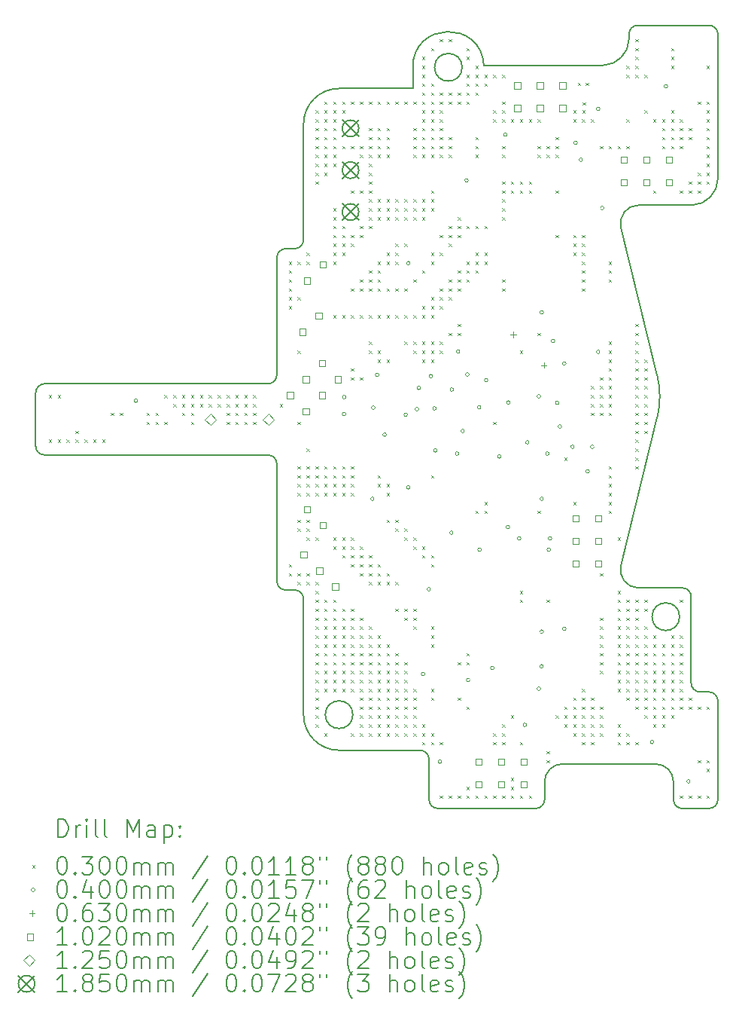
<source format=gbr>
%TF.GenerationSoftware,KiCad,Pcbnew,8.0.1*%
%TF.CreationDate,2024-05-31T18:00:37+02:00*%
%TF.ProjectId,minisumo_pcb,6d696e69-7375-46d6-9f5f-7063622e6b69,rev?*%
%TF.SameCoordinates,Original*%
%TF.FileFunction,Drillmap*%
%TF.FilePolarity,Positive*%
%FSLAX45Y45*%
G04 Gerber Fmt 4.5, Leading zero omitted, Abs format (unit mm)*
G04 Created by KiCad (PCBNEW 8.0.1) date 2024-05-31 18:00:37*
%MOMM*%
%LPD*%
G01*
G04 APERTURE LIST*
%ADD10C,0.200000*%
%ADD11C,0.100000*%
%ADD12C,0.102000*%
%ADD13C,0.125000*%
%ADD14C,0.185000*%
G04 APERTURE END LIST*
D10*
X10545775Y-8401439D02*
X10545775Y-9719322D01*
X12075087Y-6267964D02*
X12075087Y-6501438D01*
X14807338Y-14091615D02*
G75*
G02*
X15007343Y-14292574I2J-200005D01*
G01*
X10845775Y-8201438D02*
G75*
G02*
X10745774Y-8301435I-99995J-2D01*
G01*
X15407338Y-13282064D02*
G75*
G02*
X15507336Y-13382064I-18J-100016D01*
G01*
X13758857Y-14091615D02*
X14807338Y-14091615D01*
X7932578Y-10619322D02*
X10445775Y-10619322D01*
X12075087Y-6501438D02*
X11245775Y-6501438D01*
X13557896Y-14491615D02*
X13557896Y-14291617D01*
X14418321Y-8060208D02*
G75*
G02*
X14613053Y-7812772I194279J47448D01*
G01*
X7932578Y-10619322D02*
G75*
G02*
X7832578Y-10519322I2J100002D01*
G01*
X11400775Y-13537205D02*
G75*
G02*
X11090775Y-13537205I-155000J0D01*
G01*
X11090775Y-13537205D02*
G75*
G02*
X11400775Y-13537205I155000J0D01*
G01*
X7832578Y-9919322D02*
G75*
G02*
X7932578Y-9819318I100002J2D01*
G01*
X10445775Y-10619322D02*
G75*
G02*
X10545778Y-10719322I5J-99998D01*
G01*
X14418773Y-11863477D02*
X14825000Y-10200000D01*
X14613053Y-7812768D02*
X15207329Y-7812768D01*
X15407338Y-5791565D02*
G75*
G02*
X15507343Y-5890917I2J-100005D01*
G01*
X15107338Y-14591615D02*
G75*
G02*
X15007335Y-14491615I2J100005D01*
G01*
X14612618Y-12112768D02*
G75*
G02*
X14418766Y-11863475I2J200018D01*
G01*
X14507336Y-5941565D02*
G75*
G02*
X14207336Y-6241566I-300006J5D01*
G01*
X10445775Y-9819322D02*
X7932578Y-9819322D01*
X11245775Y-13937205D02*
G75*
G02*
X10845775Y-13537205I5J400005D01*
G01*
X15507336Y-7512761D02*
X15507336Y-5890917D01*
X12157895Y-13937205D02*
G75*
G02*
X12257895Y-14037205I5J-99995D01*
G01*
X15307348Y-13282064D02*
G75*
G02*
X15207342Y-13180915I2J100014D01*
G01*
X10545775Y-10719322D02*
X10545775Y-12037205D01*
X14825000Y-9725536D02*
X14418321Y-8060208D01*
X15407338Y-13282064D02*
X15307348Y-13282064D01*
X15076425Y-12436275D02*
G75*
G02*
X14766425Y-12436275I-155000J0D01*
G01*
X14766425Y-12436275D02*
G75*
G02*
X15076425Y-12436275I155000J0D01*
G01*
X14507336Y-5891565D02*
G75*
G02*
X14606675Y-5791568I99994J5D01*
G01*
X12357896Y-14591615D02*
X13457896Y-14591615D01*
X10745774Y-8301438D02*
X10645775Y-8301438D01*
X15207329Y-7812768D02*
X15207329Y-7812768D01*
X14207336Y-6241565D02*
X12874487Y-6241565D01*
X12075087Y-6267964D02*
G75*
G02*
X12874486Y-6241565I399967J5106D01*
G01*
X15107338Y-12112768D02*
X14612618Y-12112768D01*
X10845775Y-12237205D02*
X10845775Y-13537205D01*
X7832578Y-9919322D02*
X7832578Y-10519322D01*
X10545775Y-9719322D02*
G75*
G02*
X10445775Y-9819325I-100005J2D01*
G01*
X10545775Y-8401439D02*
G75*
G02*
X10645775Y-8301435I100005J-1D01*
G01*
X12630055Y-6262865D02*
G75*
G02*
X12320055Y-6262865I-155000J0D01*
G01*
X12320055Y-6262865D02*
G75*
G02*
X12630055Y-6262865I155000J0D01*
G01*
X15007336Y-14292574D02*
X15007336Y-14491615D01*
X15107338Y-14591615D02*
X15407336Y-14591615D01*
X10845775Y-6901438D02*
X10845775Y-8201438D01*
X13557896Y-14291617D02*
G75*
G02*
X13758857Y-14091618I200014J-13D01*
G01*
X15507336Y-14491615D02*
G75*
G02*
X15407336Y-14591616I-100006J5D01*
G01*
X15507336Y-14491615D02*
X15507336Y-13382064D01*
X12357896Y-14591615D02*
G75*
G02*
X12257895Y-14491615I4J100005D01*
G01*
X10645775Y-12137205D02*
X10745774Y-12137205D01*
X12257896Y-14037205D02*
X12257896Y-14491615D01*
X15407338Y-5791565D02*
X14606675Y-5791565D01*
X15207336Y-13180915D02*
X15207336Y-12212768D01*
X15507336Y-7512761D02*
G75*
G02*
X15207329Y-7812766I-300006J1D01*
G01*
X11245775Y-13937205D02*
X12157895Y-13937205D01*
X10645775Y-12137205D02*
G75*
G02*
X10545775Y-12037205I5J100005D01*
G01*
X14507336Y-5891565D02*
X14507336Y-5941565D01*
X14825000Y-9725536D02*
G75*
G02*
X14825001Y-10200000I-971420J-237234D01*
G01*
X13557896Y-14491615D02*
G75*
G02*
X13457896Y-14591616I-100006J5D01*
G01*
X10745774Y-12137205D02*
G75*
G02*
X10845775Y-12237205I6J-99995D01*
G01*
X10845775Y-6901438D02*
G75*
G02*
X11245775Y-6501435I400005J-2D01*
G01*
X15107338Y-12112768D02*
G75*
G02*
X15207332Y-12212768I2J-99992D01*
G01*
D11*
X7979500Y-9946000D02*
X8009500Y-9976000D01*
X8009500Y-9946000D02*
X7979500Y-9976000D01*
X7979500Y-10446000D02*
X8009500Y-10476000D01*
X8009500Y-10446000D02*
X7979500Y-10476000D01*
X8079500Y-9946000D02*
X8109500Y-9976000D01*
X8109500Y-9946000D02*
X8079500Y-9976000D01*
X8079500Y-10446000D02*
X8109500Y-10476000D01*
X8109500Y-10446000D02*
X8079500Y-10476000D01*
X8179500Y-10446000D02*
X8209500Y-10476000D01*
X8209500Y-10446000D02*
X8179500Y-10476000D01*
X8279500Y-10346000D02*
X8309500Y-10376000D01*
X8309500Y-10346000D02*
X8279500Y-10376000D01*
X8279500Y-10446000D02*
X8309500Y-10476000D01*
X8309500Y-10446000D02*
X8279500Y-10476000D01*
X8379500Y-10446000D02*
X8409500Y-10476000D01*
X8409500Y-10446000D02*
X8379500Y-10476000D01*
X8479500Y-10446000D02*
X8509500Y-10476000D01*
X8509500Y-10446000D02*
X8479500Y-10476000D01*
X8579500Y-10446000D02*
X8609500Y-10476000D01*
X8609500Y-10446000D02*
X8579500Y-10476000D01*
X8679500Y-10146000D02*
X8709500Y-10176000D01*
X8709500Y-10146000D02*
X8679500Y-10176000D01*
X8779500Y-10146000D02*
X8809500Y-10176000D01*
X8809500Y-10146000D02*
X8779500Y-10176000D01*
X9079500Y-10146000D02*
X9109500Y-10176000D01*
X9109500Y-10146000D02*
X9079500Y-10176000D01*
X9079500Y-10246000D02*
X9109500Y-10276000D01*
X9109500Y-10246000D02*
X9079500Y-10276000D01*
X9179500Y-10146000D02*
X9209500Y-10176000D01*
X9209500Y-10146000D02*
X9179500Y-10176000D01*
X9179500Y-10246000D02*
X9209500Y-10276000D01*
X9209500Y-10246000D02*
X9179500Y-10276000D01*
X9279500Y-9946000D02*
X9309500Y-9976000D01*
X9309500Y-9946000D02*
X9279500Y-9976000D01*
X9279500Y-10246000D02*
X9309500Y-10276000D01*
X9309500Y-10246000D02*
X9279500Y-10276000D01*
X9379500Y-9946000D02*
X9409500Y-9976000D01*
X9409500Y-9946000D02*
X9379500Y-9976000D01*
X9379500Y-10046000D02*
X9409500Y-10076000D01*
X9409500Y-10046000D02*
X9379500Y-10076000D01*
X9479500Y-9946000D02*
X9509500Y-9976000D01*
X9509500Y-9946000D02*
X9479500Y-9976000D01*
X9479500Y-10046000D02*
X9509500Y-10076000D01*
X9509500Y-10046000D02*
X9479500Y-10076000D01*
X9479500Y-10146000D02*
X9509500Y-10176000D01*
X9509500Y-10146000D02*
X9479500Y-10176000D01*
X9579500Y-9946000D02*
X9609500Y-9976000D01*
X9609500Y-9946000D02*
X9579500Y-9976000D01*
X9579500Y-10046000D02*
X9609500Y-10076000D01*
X9609500Y-10046000D02*
X9579500Y-10076000D01*
X9579500Y-10146000D02*
X9609500Y-10176000D01*
X9609500Y-10146000D02*
X9579500Y-10176000D01*
X9579500Y-10246000D02*
X9609500Y-10276000D01*
X9609500Y-10246000D02*
X9579500Y-10276000D01*
X9679500Y-9946000D02*
X9709500Y-9976000D01*
X9709500Y-9946000D02*
X9679500Y-9976000D01*
X9679500Y-10046000D02*
X9709500Y-10076000D01*
X9709500Y-10046000D02*
X9679500Y-10076000D01*
X9779500Y-9946000D02*
X9809500Y-9976000D01*
X9809500Y-9946000D02*
X9779500Y-9976000D01*
X9779500Y-10046000D02*
X9809500Y-10076000D01*
X9809500Y-10046000D02*
X9779500Y-10076000D01*
X9879500Y-9946000D02*
X9909500Y-9976000D01*
X9909500Y-9946000D02*
X9879500Y-9976000D01*
X9879500Y-10046000D02*
X9909500Y-10076000D01*
X9909500Y-10046000D02*
X9879500Y-10076000D01*
X9979500Y-9946000D02*
X10009500Y-9976000D01*
X10009500Y-9946000D02*
X9979500Y-9976000D01*
X9979500Y-10046000D02*
X10009500Y-10076000D01*
X10009500Y-10046000D02*
X9979500Y-10076000D01*
X9979500Y-10146000D02*
X10009500Y-10176000D01*
X10009500Y-10146000D02*
X9979500Y-10176000D01*
X9979500Y-10246000D02*
X10009500Y-10276000D01*
X10009500Y-10246000D02*
X9979500Y-10276000D01*
X10079500Y-9946000D02*
X10109500Y-9976000D01*
X10109500Y-9946000D02*
X10079500Y-9976000D01*
X10079500Y-10046000D02*
X10109500Y-10076000D01*
X10109500Y-10046000D02*
X10079500Y-10076000D01*
X10079500Y-10146000D02*
X10109500Y-10176000D01*
X10109500Y-10146000D02*
X10079500Y-10176000D01*
X10079500Y-10246000D02*
X10109500Y-10276000D01*
X10109500Y-10246000D02*
X10079500Y-10276000D01*
X10179500Y-9946000D02*
X10209500Y-9976000D01*
X10209500Y-9946000D02*
X10179500Y-9976000D01*
X10179500Y-10046000D02*
X10209500Y-10076000D01*
X10209500Y-10046000D02*
X10179500Y-10076000D01*
X10179500Y-10146000D02*
X10209500Y-10176000D01*
X10209500Y-10146000D02*
X10179500Y-10176000D01*
X10179500Y-10246000D02*
X10209500Y-10276000D01*
X10209500Y-10246000D02*
X10179500Y-10276000D01*
X10279500Y-9946000D02*
X10309500Y-9976000D01*
X10309500Y-9946000D02*
X10279500Y-9976000D01*
X10279500Y-10046000D02*
X10309500Y-10076000D01*
X10309500Y-10046000D02*
X10279500Y-10076000D01*
X10279500Y-10146000D02*
X10309500Y-10176000D01*
X10309500Y-10146000D02*
X10279500Y-10176000D01*
X10279500Y-10246000D02*
X10309500Y-10276000D01*
X10309500Y-10246000D02*
X10279500Y-10276000D01*
X10579500Y-10046000D02*
X10609500Y-10076000D01*
X10609500Y-10046000D02*
X10579500Y-10076000D01*
X10679500Y-8446000D02*
X10709500Y-8476000D01*
X10709500Y-8446000D02*
X10679500Y-8476000D01*
X10679500Y-8546000D02*
X10709500Y-8576000D01*
X10709500Y-8546000D02*
X10679500Y-8576000D01*
X10679500Y-8646000D02*
X10709500Y-8676000D01*
X10709500Y-8646000D02*
X10679500Y-8676000D01*
X10679500Y-8746000D02*
X10709500Y-8776000D01*
X10709500Y-8746000D02*
X10679500Y-8776000D01*
X10679500Y-8846000D02*
X10709500Y-8876000D01*
X10709500Y-8846000D02*
X10679500Y-8876000D01*
X10679500Y-8946000D02*
X10709500Y-8976000D01*
X10709500Y-8946000D02*
X10679500Y-8976000D01*
X10679500Y-11846000D02*
X10709500Y-11876000D01*
X10709500Y-11846000D02*
X10679500Y-11876000D01*
X10679500Y-11946000D02*
X10709500Y-11976000D01*
X10709500Y-11946000D02*
X10679500Y-11976000D01*
X10779500Y-8446000D02*
X10809500Y-8476000D01*
X10809500Y-8446000D02*
X10779500Y-8476000D01*
X10779500Y-8846000D02*
X10809500Y-8876000D01*
X10809500Y-8846000D02*
X10779500Y-8876000D01*
X10779500Y-9446000D02*
X10809500Y-9476000D01*
X10809500Y-9446000D02*
X10779500Y-9476000D01*
X10779500Y-10246000D02*
X10809500Y-10276000D01*
X10809500Y-10246000D02*
X10779500Y-10276000D01*
X10779500Y-10746000D02*
X10809500Y-10776000D01*
X10809500Y-10746000D02*
X10779500Y-10776000D01*
X10779500Y-10846000D02*
X10809500Y-10876000D01*
X10809500Y-10846000D02*
X10779500Y-10876000D01*
X10779500Y-10946000D02*
X10809500Y-10976000D01*
X10809500Y-10946000D02*
X10779500Y-10976000D01*
X10779500Y-11046000D02*
X10809500Y-11076000D01*
X10809500Y-11046000D02*
X10779500Y-11076000D01*
X10779500Y-11346000D02*
X10809500Y-11376000D01*
X10809500Y-11346000D02*
X10779500Y-11376000D01*
X10779500Y-11446000D02*
X10809500Y-11476000D01*
X10809500Y-11446000D02*
X10779500Y-11476000D01*
X10779500Y-11946000D02*
X10809500Y-11976000D01*
X10809500Y-11946000D02*
X10779500Y-11976000D01*
X10779500Y-12046000D02*
X10809500Y-12076000D01*
X10809500Y-12046000D02*
X10779500Y-12076000D01*
X10879500Y-8346000D02*
X10909500Y-8376000D01*
X10909500Y-8346000D02*
X10879500Y-8376000D01*
X10879500Y-8446000D02*
X10909500Y-8476000D01*
X10909500Y-8446000D02*
X10879500Y-8476000D01*
X10879500Y-10546000D02*
X10909500Y-10576000D01*
X10909500Y-10546000D02*
X10879500Y-10576000D01*
X10879500Y-10746000D02*
X10909500Y-10776000D01*
X10909500Y-10746000D02*
X10879500Y-10776000D01*
X10879500Y-10846000D02*
X10909500Y-10876000D01*
X10909500Y-10846000D02*
X10879500Y-10876000D01*
X10879500Y-10946000D02*
X10909500Y-10976000D01*
X10909500Y-10946000D02*
X10879500Y-10976000D01*
X10879500Y-11046000D02*
X10909500Y-11076000D01*
X10909500Y-11046000D02*
X10879500Y-11076000D01*
X10879500Y-11346000D02*
X10909500Y-11376000D01*
X10909500Y-11346000D02*
X10879500Y-11376000D01*
X10879500Y-11446000D02*
X10909500Y-11476000D01*
X10909500Y-11446000D02*
X10879500Y-11476000D01*
X10879500Y-11546000D02*
X10909500Y-11576000D01*
X10909500Y-11546000D02*
X10879500Y-11576000D01*
X10879500Y-11946000D02*
X10909500Y-11976000D01*
X10909500Y-11946000D02*
X10879500Y-11976000D01*
X10879500Y-12046000D02*
X10909500Y-12076000D01*
X10909500Y-12046000D02*
X10879500Y-12076000D01*
X10979500Y-6746000D02*
X11009500Y-6776000D01*
X11009500Y-6746000D02*
X10979500Y-6776000D01*
X10979500Y-6846000D02*
X11009500Y-6876000D01*
X11009500Y-6846000D02*
X10979500Y-6876000D01*
X10979500Y-6946000D02*
X11009500Y-6976000D01*
X11009500Y-6946000D02*
X10979500Y-6976000D01*
X10979500Y-7046000D02*
X11009500Y-7076000D01*
X11009500Y-7046000D02*
X10979500Y-7076000D01*
X10979500Y-7146000D02*
X11009500Y-7176000D01*
X11009500Y-7146000D02*
X10979500Y-7176000D01*
X10979500Y-7246000D02*
X11009500Y-7276000D01*
X11009500Y-7246000D02*
X10979500Y-7276000D01*
X10979500Y-7346000D02*
X11009500Y-7376000D01*
X11009500Y-7346000D02*
X10979500Y-7376000D01*
X10979500Y-7446000D02*
X11009500Y-7476000D01*
X11009500Y-7446000D02*
X10979500Y-7476000D01*
X10979500Y-7546000D02*
X11009500Y-7576000D01*
X11009500Y-7546000D02*
X10979500Y-7576000D01*
X10979500Y-10746000D02*
X11009500Y-10776000D01*
X11009500Y-10746000D02*
X10979500Y-10776000D01*
X10979500Y-10846000D02*
X11009500Y-10876000D01*
X11009500Y-10846000D02*
X10979500Y-10876000D01*
X10979500Y-10946000D02*
X11009500Y-10976000D01*
X11009500Y-10946000D02*
X10979500Y-10976000D01*
X10979500Y-11046000D02*
X11009500Y-11076000D01*
X11009500Y-11046000D02*
X10979500Y-11076000D01*
X10979500Y-11546000D02*
X11009500Y-11576000D01*
X11009500Y-11546000D02*
X10979500Y-11576000D01*
X10979500Y-12046000D02*
X11009500Y-12076000D01*
X11009500Y-12046000D02*
X10979500Y-12076000D01*
X10979500Y-12146000D02*
X11009500Y-12176000D01*
X11009500Y-12146000D02*
X10979500Y-12176000D01*
X10979500Y-12246000D02*
X11009500Y-12276000D01*
X11009500Y-12246000D02*
X10979500Y-12276000D01*
X10979500Y-12346000D02*
X11009500Y-12376000D01*
X11009500Y-12346000D02*
X10979500Y-12376000D01*
X10979500Y-12446000D02*
X11009500Y-12476000D01*
X11009500Y-12446000D02*
X10979500Y-12476000D01*
X10979500Y-12546000D02*
X11009500Y-12576000D01*
X11009500Y-12546000D02*
X10979500Y-12576000D01*
X10979500Y-12646000D02*
X11009500Y-12676000D01*
X11009500Y-12646000D02*
X10979500Y-12676000D01*
X10979500Y-12746000D02*
X11009500Y-12776000D01*
X11009500Y-12746000D02*
X10979500Y-12776000D01*
X10979500Y-12846000D02*
X11009500Y-12876000D01*
X11009500Y-12846000D02*
X10979500Y-12876000D01*
X10979500Y-12946000D02*
X11009500Y-12976000D01*
X11009500Y-12946000D02*
X10979500Y-12976000D01*
X10979500Y-13046000D02*
X11009500Y-13076000D01*
X11009500Y-13046000D02*
X10979500Y-13076000D01*
X10979500Y-13146000D02*
X11009500Y-13176000D01*
X11009500Y-13146000D02*
X10979500Y-13176000D01*
X10979500Y-13246000D02*
X11009500Y-13276000D01*
X11009500Y-13246000D02*
X10979500Y-13276000D01*
X10979500Y-13346000D02*
X11009500Y-13376000D01*
X11009500Y-13346000D02*
X10979500Y-13376000D01*
X10979500Y-13446000D02*
X11009500Y-13476000D01*
X11009500Y-13446000D02*
X10979500Y-13476000D01*
X10979500Y-13546000D02*
X11009500Y-13576000D01*
X11009500Y-13546000D02*
X10979500Y-13576000D01*
X10979500Y-13646000D02*
X11009500Y-13676000D01*
X11009500Y-13646000D02*
X10979500Y-13676000D01*
X11079500Y-6646000D02*
X11109500Y-6676000D01*
X11109500Y-6646000D02*
X11079500Y-6676000D01*
X11079500Y-6746000D02*
X11109500Y-6776000D01*
X11109500Y-6746000D02*
X11079500Y-6776000D01*
X11079500Y-6846000D02*
X11109500Y-6876000D01*
X11109500Y-6846000D02*
X11079500Y-6876000D01*
X11079500Y-6946000D02*
X11109500Y-6976000D01*
X11109500Y-6946000D02*
X11079500Y-6976000D01*
X11079500Y-7046000D02*
X11109500Y-7076000D01*
X11109500Y-7046000D02*
X11079500Y-7076000D01*
X11079500Y-7146000D02*
X11109500Y-7176000D01*
X11109500Y-7146000D02*
X11079500Y-7176000D01*
X11079500Y-7246000D02*
X11109500Y-7276000D01*
X11109500Y-7246000D02*
X11079500Y-7276000D01*
X11079500Y-7346000D02*
X11109500Y-7376000D01*
X11109500Y-7346000D02*
X11079500Y-7376000D01*
X11079500Y-7446000D02*
X11109500Y-7476000D01*
X11109500Y-7446000D02*
X11079500Y-7476000D01*
X11079500Y-10746000D02*
X11109500Y-10776000D01*
X11109500Y-10746000D02*
X11079500Y-10776000D01*
X11079500Y-10846000D02*
X11109500Y-10876000D01*
X11109500Y-10846000D02*
X11079500Y-10876000D01*
X11079500Y-10946000D02*
X11109500Y-10976000D01*
X11109500Y-10946000D02*
X11079500Y-10976000D01*
X11079500Y-11046000D02*
X11109500Y-11076000D01*
X11109500Y-11046000D02*
X11079500Y-11076000D01*
X11079500Y-12246000D02*
X11109500Y-12276000D01*
X11109500Y-12246000D02*
X11079500Y-12276000D01*
X11079500Y-12346000D02*
X11109500Y-12376000D01*
X11109500Y-12346000D02*
X11079500Y-12376000D01*
X11079500Y-12446000D02*
X11109500Y-12476000D01*
X11109500Y-12446000D02*
X11079500Y-12476000D01*
X11079500Y-12546000D02*
X11109500Y-12576000D01*
X11109500Y-12546000D02*
X11079500Y-12576000D01*
X11079500Y-12646000D02*
X11109500Y-12676000D01*
X11109500Y-12646000D02*
X11079500Y-12676000D01*
X11079500Y-12746000D02*
X11109500Y-12776000D01*
X11109500Y-12746000D02*
X11079500Y-12776000D01*
X11079500Y-12846000D02*
X11109500Y-12876000D01*
X11109500Y-12846000D02*
X11079500Y-12876000D01*
X11079500Y-12946000D02*
X11109500Y-12976000D01*
X11109500Y-12946000D02*
X11079500Y-12976000D01*
X11079500Y-13046000D02*
X11109500Y-13076000D01*
X11109500Y-13046000D02*
X11079500Y-13076000D01*
X11079500Y-13146000D02*
X11109500Y-13176000D01*
X11109500Y-13146000D02*
X11079500Y-13176000D01*
X11079500Y-13246000D02*
X11109500Y-13276000D01*
X11109500Y-13246000D02*
X11079500Y-13276000D01*
X11079500Y-13746000D02*
X11109500Y-13776000D01*
X11109500Y-13746000D02*
X11079500Y-13776000D01*
X11179500Y-6646000D02*
X11209500Y-6676000D01*
X11209500Y-6646000D02*
X11179500Y-6676000D01*
X11179500Y-6746000D02*
X11209500Y-6776000D01*
X11209500Y-6746000D02*
X11179500Y-6776000D01*
X11179500Y-6846000D02*
X11209500Y-6876000D01*
X11209500Y-6846000D02*
X11179500Y-6876000D01*
X11179500Y-6946000D02*
X11209500Y-6976000D01*
X11209500Y-6946000D02*
X11179500Y-6976000D01*
X11179500Y-7046000D02*
X11209500Y-7076000D01*
X11209500Y-7046000D02*
X11179500Y-7076000D01*
X11179500Y-7146000D02*
X11209500Y-7176000D01*
X11209500Y-7146000D02*
X11179500Y-7176000D01*
X11179500Y-7246000D02*
X11209500Y-7276000D01*
X11209500Y-7246000D02*
X11179500Y-7276000D01*
X11179500Y-7346000D02*
X11209500Y-7376000D01*
X11209500Y-7346000D02*
X11179500Y-7376000D01*
X11179500Y-7846000D02*
X11209500Y-7876000D01*
X11209500Y-7846000D02*
X11179500Y-7876000D01*
X11179500Y-7946000D02*
X11209500Y-7976000D01*
X11209500Y-7946000D02*
X11179500Y-7976000D01*
X11179500Y-8046000D02*
X11209500Y-8076000D01*
X11209500Y-8046000D02*
X11179500Y-8076000D01*
X11179500Y-8146000D02*
X11209500Y-8176000D01*
X11209500Y-8146000D02*
X11179500Y-8176000D01*
X11179500Y-8246000D02*
X11209500Y-8276000D01*
X11209500Y-8246000D02*
X11179500Y-8276000D01*
X11179500Y-8346000D02*
X11209500Y-8376000D01*
X11209500Y-8346000D02*
X11179500Y-8376000D01*
X11179500Y-8446000D02*
X11209500Y-8476000D01*
X11209500Y-8446000D02*
X11179500Y-8476000D01*
X11179500Y-9046000D02*
X11209500Y-9076000D01*
X11209500Y-9046000D02*
X11179500Y-9076000D01*
X11179500Y-10746000D02*
X11209500Y-10776000D01*
X11209500Y-10746000D02*
X11179500Y-10776000D01*
X11179500Y-10846000D02*
X11209500Y-10876000D01*
X11209500Y-10846000D02*
X11179500Y-10876000D01*
X11179500Y-10946000D02*
X11209500Y-10976000D01*
X11209500Y-10946000D02*
X11179500Y-10976000D01*
X11179500Y-11046000D02*
X11209500Y-11076000D01*
X11209500Y-11046000D02*
X11179500Y-11076000D01*
X11179500Y-11546000D02*
X11209500Y-11576000D01*
X11209500Y-11546000D02*
X11179500Y-11576000D01*
X11179500Y-11646000D02*
X11209500Y-11676000D01*
X11209500Y-11646000D02*
X11179500Y-11676000D01*
X11179500Y-12246000D02*
X11209500Y-12276000D01*
X11209500Y-12246000D02*
X11179500Y-12276000D01*
X11179500Y-12346000D02*
X11209500Y-12376000D01*
X11209500Y-12346000D02*
X11179500Y-12376000D01*
X11179500Y-12446000D02*
X11209500Y-12476000D01*
X11209500Y-12446000D02*
X11179500Y-12476000D01*
X11179500Y-12546000D02*
X11209500Y-12576000D01*
X11209500Y-12546000D02*
X11179500Y-12576000D01*
X11179500Y-12646000D02*
X11209500Y-12676000D01*
X11209500Y-12646000D02*
X11179500Y-12676000D01*
X11179500Y-12746000D02*
X11209500Y-12776000D01*
X11209500Y-12746000D02*
X11179500Y-12776000D01*
X11179500Y-12846000D02*
X11209500Y-12876000D01*
X11209500Y-12846000D02*
X11179500Y-12876000D01*
X11179500Y-12946000D02*
X11209500Y-12976000D01*
X11209500Y-12946000D02*
X11179500Y-12976000D01*
X11179500Y-13046000D02*
X11209500Y-13076000D01*
X11209500Y-13046000D02*
X11179500Y-13076000D01*
X11179500Y-13146000D02*
X11209500Y-13176000D01*
X11209500Y-13146000D02*
X11179500Y-13176000D01*
X11179500Y-13246000D02*
X11209500Y-13276000D01*
X11209500Y-13246000D02*
X11179500Y-13276000D01*
X11279500Y-6646000D02*
X11309500Y-6676000D01*
X11309500Y-6646000D02*
X11279500Y-6676000D01*
X11279500Y-6746000D02*
X11309500Y-6776000D01*
X11309500Y-6746000D02*
X11279500Y-6776000D01*
X11279500Y-7146000D02*
X11309500Y-7176000D01*
X11309500Y-7146000D02*
X11279500Y-7176000D01*
X11279500Y-8046000D02*
X11309500Y-8076000D01*
X11309500Y-8046000D02*
X11279500Y-8076000D01*
X11279500Y-8146000D02*
X11309500Y-8176000D01*
X11309500Y-8146000D02*
X11279500Y-8176000D01*
X11279500Y-8246000D02*
X11309500Y-8276000D01*
X11309500Y-8246000D02*
X11279500Y-8276000D01*
X11279500Y-8346000D02*
X11309500Y-8376000D01*
X11309500Y-8346000D02*
X11279500Y-8376000D01*
X11279500Y-9046000D02*
X11309500Y-9076000D01*
X11309500Y-9046000D02*
X11279500Y-9076000D01*
X11279500Y-10746000D02*
X11309500Y-10776000D01*
X11309500Y-10746000D02*
X11279500Y-10776000D01*
X11279500Y-10846000D02*
X11309500Y-10876000D01*
X11309500Y-10846000D02*
X11279500Y-10876000D01*
X11279500Y-10946000D02*
X11309500Y-10976000D01*
X11309500Y-10946000D02*
X11279500Y-10976000D01*
X11279500Y-11046000D02*
X11309500Y-11076000D01*
X11309500Y-11046000D02*
X11279500Y-11076000D01*
X11279500Y-11546000D02*
X11309500Y-11576000D01*
X11309500Y-11546000D02*
X11279500Y-11576000D01*
X11279500Y-11646000D02*
X11309500Y-11676000D01*
X11309500Y-11646000D02*
X11279500Y-11676000D01*
X11279500Y-11746000D02*
X11309500Y-11776000D01*
X11309500Y-11746000D02*
X11279500Y-11776000D01*
X11279500Y-12346000D02*
X11309500Y-12376000D01*
X11309500Y-12346000D02*
X11279500Y-12376000D01*
X11279500Y-12446000D02*
X11309500Y-12476000D01*
X11309500Y-12446000D02*
X11279500Y-12476000D01*
X11279500Y-12546000D02*
X11309500Y-12576000D01*
X11309500Y-12546000D02*
X11279500Y-12576000D01*
X11279500Y-12646000D02*
X11309500Y-12676000D01*
X11309500Y-12646000D02*
X11279500Y-12676000D01*
X11279500Y-12746000D02*
X11309500Y-12776000D01*
X11309500Y-12746000D02*
X11279500Y-12776000D01*
X11279500Y-12846000D02*
X11309500Y-12876000D01*
X11309500Y-12846000D02*
X11279500Y-12876000D01*
X11279500Y-12946000D02*
X11309500Y-12976000D01*
X11309500Y-12946000D02*
X11279500Y-12976000D01*
X11279500Y-13046000D02*
X11309500Y-13076000D01*
X11309500Y-13046000D02*
X11279500Y-13076000D01*
X11279500Y-13146000D02*
X11309500Y-13176000D01*
X11309500Y-13146000D02*
X11279500Y-13176000D01*
X11279500Y-13246000D02*
X11309500Y-13276000D01*
X11309500Y-13246000D02*
X11279500Y-13276000D01*
X11379500Y-6646000D02*
X11409500Y-6676000D01*
X11409500Y-6646000D02*
X11379500Y-6676000D01*
X11379500Y-7146000D02*
X11409500Y-7176000D01*
X11409500Y-7146000D02*
X11379500Y-7176000D01*
X11379500Y-7646000D02*
X11409500Y-7676000D01*
X11409500Y-7646000D02*
X11379500Y-7676000D01*
X11379500Y-8146000D02*
X11409500Y-8176000D01*
X11409500Y-8146000D02*
X11379500Y-8176000D01*
X11379500Y-8246000D02*
X11409500Y-8276000D01*
X11409500Y-8246000D02*
X11379500Y-8276000D01*
X11379500Y-8746000D02*
X11409500Y-8776000D01*
X11409500Y-8746000D02*
X11379500Y-8776000D01*
X11379500Y-9046000D02*
X11409500Y-9076000D01*
X11409500Y-9046000D02*
X11379500Y-9076000D01*
X11379500Y-9646000D02*
X11409500Y-9676000D01*
X11409500Y-9646000D02*
X11379500Y-9676000D01*
X11379500Y-9746000D02*
X11409500Y-9776000D01*
X11409500Y-9746000D02*
X11379500Y-9776000D01*
X11379500Y-10746000D02*
X11409500Y-10776000D01*
X11409500Y-10746000D02*
X11379500Y-10776000D01*
X11379500Y-10846000D02*
X11409500Y-10876000D01*
X11409500Y-10846000D02*
X11379500Y-10876000D01*
X11379500Y-10946000D02*
X11409500Y-10976000D01*
X11409500Y-10946000D02*
X11379500Y-10976000D01*
X11379500Y-11046000D02*
X11409500Y-11076000D01*
X11409500Y-11046000D02*
X11379500Y-11076000D01*
X11379500Y-11546000D02*
X11409500Y-11576000D01*
X11409500Y-11546000D02*
X11379500Y-11576000D01*
X11379500Y-11646000D02*
X11409500Y-11676000D01*
X11409500Y-11646000D02*
X11379500Y-11676000D01*
X11379500Y-11746000D02*
X11409500Y-11776000D01*
X11409500Y-11746000D02*
X11379500Y-11776000D01*
X11379500Y-11846000D02*
X11409500Y-11876000D01*
X11409500Y-11846000D02*
X11379500Y-11876000D01*
X11379500Y-12346000D02*
X11409500Y-12376000D01*
X11409500Y-12346000D02*
X11379500Y-12376000D01*
X11379500Y-12446000D02*
X11409500Y-12476000D01*
X11409500Y-12446000D02*
X11379500Y-12476000D01*
X11379500Y-12546000D02*
X11409500Y-12576000D01*
X11409500Y-12546000D02*
X11379500Y-12576000D01*
X11379500Y-12646000D02*
X11409500Y-12676000D01*
X11409500Y-12646000D02*
X11379500Y-12676000D01*
X11379500Y-12746000D02*
X11409500Y-12776000D01*
X11409500Y-12746000D02*
X11379500Y-12776000D01*
X11379500Y-12846000D02*
X11409500Y-12876000D01*
X11409500Y-12846000D02*
X11379500Y-12876000D01*
X11379500Y-12946000D02*
X11409500Y-12976000D01*
X11409500Y-12946000D02*
X11379500Y-12976000D01*
X11379500Y-13046000D02*
X11409500Y-13076000D01*
X11409500Y-13046000D02*
X11379500Y-13076000D01*
X11379500Y-13146000D02*
X11409500Y-13176000D01*
X11409500Y-13146000D02*
X11379500Y-13176000D01*
X11379500Y-13246000D02*
X11409500Y-13276000D01*
X11409500Y-13246000D02*
X11379500Y-13276000D01*
X11379500Y-13746000D02*
X11409500Y-13776000D01*
X11409500Y-13746000D02*
X11379500Y-13776000D01*
X11479500Y-6646000D02*
X11509500Y-6676000D01*
X11509500Y-6646000D02*
X11479500Y-6676000D01*
X11479500Y-7146000D02*
X11509500Y-7176000D01*
X11509500Y-7146000D02*
X11479500Y-7176000D01*
X11479500Y-7246000D02*
X11509500Y-7276000D01*
X11509500Y-7246000D02*
X11479500Y-7276000D01*
X11479500Y-7646000D02*
X11509500Y-7676000D01*
X11509500Y-7646000D02*
X11479500Y-7676000D01*
X11479500Y-8046000D02*
X11509500Y-8076000D01*
X11509500Y-8046000D02*
X11479500Y-8076000D01*
X11479500Y-8146000D02*
X11509500Y-8176000D01*
X11509500Y-8146000D02*
X11479500Y-8176000D01*
X11479500Y-8646000D02*
X11509500Y-8676000D01*
X11509500Y-8646000D02*
X11479500Y-8676000D01*
X11479500Y-8746000D02*
X11509500Y-8776000D01*
X11509500Y-8746000D02*
X11479500Y-8776000D01*
X11479500Y-9046000D02*
X11509500Y-9076000D01*
X11509500Y-9046000D02*
X11479500Y-9076000D01*
X11479500Y-9746000D02*
X11509500Y-9776000D01*
X11509500Y-9746000D02*
X11479500Y-9776000D01*
X11479500Y-11646000D02*
X11509500Y-11676000D01*
X11509500Y-11646000D02*
X11479500Y-11676000D01*
X11479500Y-11746000D02*
X11509500Y-11776000D01*
X11509500Y-11746000D02*
X11479500Y-11776000D01*
X11479500Y-11846000D02*
X11509500Y-11876000D01*
X11509500Y-11846000D02*
X11479500Y-11876000D01*
X11479500Y-11946000D02*
X11509500Y-11976000D01*
X11509500Y-11946000D02*
X11479500Y-11976000D01*
X11479500Y-12446000D02*
X11509500Y-12476000D01*
X11509500Y-12446000D02*
X11479500Y-12476000D01*
X11479500Y-12546000D02*
X11509500Y-12576000D01*
X11509500Y-12546000D02*
X11479500Y-12576000D01*
X11479500Y-12646000D02*
X11509500Y-12676000D01*
X11509500Y-12646000D02*
X11479500Y-12676000D01*
X11479500Y-12746000D02*
X11509500Y-12776000D01*
X11509500Y-12746000D02*
X11479500Y-12776000D01*
X11479500Y-12846000D02*
X11509500Y-12876000D01*
X11509500Y-12846000D02*
X11479500Y-12876000D01*
X11479500Y-12946000D02*
X11509500Y-12976000D01*
X11509500Y-12946000D02*
X11479500Y-12976000D01*
X11479500Y-13046000D02*
X11509500Y-13076000D01*
X11509500Y-13046000D02*
X11479500Y-13076000D01*
X11479500Y-13146000D02*
X11509500Y-13176000D01*
X11509500Y-13146000D02*
X11479500Y-13176000D01*
X11479500Y-13246000D02*
X11509500Y-13276000D01*
X11509500Y-13246000D02*
X11479500Y-13276000D01*
X11479500Y-13346000D02*
X11509500Y-13376000D01*
X11509500Y-13346000D02*
X11479500Y-13376000D01*
X11479500Y-13446000D02*
X11509500Y-13476000D01*
X11509500Y-13446000D02*
X11479500Y-13476000D01*
X11479500Y-13546000D02*
X11509500Y-13576000D01*
X11509500Y-13546000D02*
X11479500Y-13576000D01*
X11479500Y-13646000D02*
X11509500Y-13676000D01*
X11509500Y-13646000D02*
X11479500Y-13676000D01*
X11479500Y-13746000D02*
X11509500Y-13776000D01*
X11509500Y-13746000D02*
X11479500Y-13776000D01*
X11579500Y-6646000D02*
X11609500Y-6676000D01*
X11609500Y-6646000D02*
X11579500Y-6676000D01*
X11579500Y-6946000D02*
X11609500Y-6976000D01*
X11609500Y-6946000D02*
X11579500Y-6976000D01*
X11579500Y-7046000D02*
X11609500Y-7076000D01*
X11609500Y-7046000D02*
X11579500Y-7076000D01*
X11579500Y-7146000D02*
X11609500Y-7176000D01*
X11609500Y-7146000D02*
X11579500Y-7176000D01*
X11579500Y-7246000D02*
X11609500Y-7276000D01*
X11609500Y-7246000D02*
X11579500Y-7276000D01*
X11579500Y-7346000D02*
X11609500Y-7376000D01*
X11609500Y-7346000D02*
X11579500Y-7376000D01*
X11579500Y-7446000D02*
X11609500Y-7476000D01*
X11609500Y-7446000D02*
X11579500Y-7476000D01*
X11579500Y-7546000D02*
X11609500Y-7576000D01*
X11609500Y-7546000D02*
X11579500Y-7576000D01*
X11579500Y-7646000D02*
X11609500Y-7676000D01*
X11609500Y-7646000D02*
X11579500Y-7676000D01*
X11579500Y-7746000D02*
X11609500Y-7776000D01*
X11609500Y-7746000D02*
X11579500Y-7776000D01*
X11579500Y-7846000D02*
X11609500Y-7876000D01*
X11609500Y-7846000D02*
X11579500Y-7876000D01*
X11579500Y-7946000D02*
X11609500Y-7976000D01*
X11609500Y-7946000D02*
X11579500Y-7976000D01*
X11579500Y-8046000D02*
X11609500Y-8076000D01*
X11609500Y-8046000D02*
X11579500Y-8076000D01*
X11579500Y-8546000D02*
X11609500Y-8576000D01*
X11609500Y-8546000D02*
X11579500Y-8576000D01*
X11579500Y-8646000D02*
X11609500Y-8676000D01*
X11609500Y-8646000D02*
X11579500Y-8676000D01*
X11579500Y-8746000D02*
X11609500Y-8776000D01*
X11609500Y-8746000D02*
X11579500Y-8776000D01*
X11579500Y-9046000D02*
X11609500Y-9076000D01*
X11609500Y-9046000D02*
X11579500Y-9076000D01*
X11579500Y-9346000D02*
X11609500Y-9376000D01*
X11609500Y-9346000D02*
X11579500Y-9376000D01*
X11579500Y-9446000D02*
X11609500Y-9476000D01*
X11609500Y-9446000D02*
X11579500Y-9476000D01*
X11579500Y-11746000D02*
X11609500Y-11776000D01*
X11609500Y-11746000D02*
X11579500Y-11776000D01*
X11579500Y-11846000D02*
X11609500Y-11876000D01*
X11609500Y-11846000D02*
X11579500Y-11876000D01*
X11579500Y-11946000D02*
X11609500Y-11976000D01*
X11609500Y-11946000D02*
X11579500Y-11976000D01*
X11579500Y-12046000D02*
X11609500Y-12076000D01*
X11609500Y-12046000D02*
X11579500Y-12076000D01*
X11579500Y-12546000D02*
X11609500Y-12576000D01*
X11609500Y-12546000D02*
X11579500Y-12576000D01*
X11579500Y-12646000D02*
X11609500Y-12676000D01*
X11609500Y-12646000D02*
X11579500Y-12676000D01*
X11579500Y-12746000D02*
X11609500Y-12776000D01*
X11609500Y-12746000D02*
X11579500Y-12776000D01*
X11579500Y-12846000D02*
X11609500Y-12876000D01*
X11609500Y-12846000D02*
X11579500Y-12876000D01*
X11579500Y-12946000D02*
X11609500Y-12976000D01*
X11609500Y-12946000D02*
X11579500Y-12976000D01*
X11579500Y-13046000D02*
X11609500Y-13076000D01*
X11609500Y-13046000D02*
X11579500Y-13076000D01*
X11579500Y-13146000D02*
X11609500Y-13176000D01*
X11609500Y-13146000D02*
X11579500Y-13176000D01*
X11579500Y-13246000D02*
X11609500Y-13276000D01*
X11609500Y-13246000D02*
X11579500Y-13276000D01*
X11579500Y-13346000D02*
X11609500Y-13376000D01*
X11609500Y-13346000D02*
X11579500Y-13376000D01*
X11579500Y-13446000D02*
X11609500Y-13476000D01*
X11609500Y-13446000D02*
X11579500Y-13476000D01*
X11579500Y-13546000D02*
X11609500Y-13576000D01*
X11609500Y-13546000D02*
X11579500Y-13576000D01*
X11579500Y-13646000D02*
X11609500Y-13676000D01*
X11609500Y-13646000D02*
X11579500Y-13676000D01*
X11579500Y-13746000D02*
X11609500Y-13776000D01*
X11609500Y-13746000D02*
X11579500Y-13776000D01*
X11679500Y-6646000D02*
X11709500Y-6676000D01*
X11709500Y-6646000D02*
X11679500Y-6676000D01*
X11679500Y-6946000D02*
X11709500Y-6976000D01*
X11709500Y-6946000D02*
X11679500Y-6976000D01*
X11679500Y-7046000D02*
X11709500Y-7076000D01*
X11709500Y-7046000D02*
X11679500Y-7076000D01*
X11679500Y-7146000D02*
X11709500Y-7176000D01*
X11709500Y-7146000D02*
X11679500Y-7176000D01*
X11679500Y-7246000D02*
X11709500Y-7276000D01*
X11709500Y-7246000D02*
X11679500Y-7276000D01*
X11679500Y-7746000D02*
X11709500Y-7776000D01*
X11709500Y-7746000D02*
X11679500Y-7776000D01*
X11679500Y-7846000D02*
X11709500Y-7876000D01*
X11709500Y-7846000D02*
X11679500Y-7876000D01*
X11679500Y-7946000D02*
X11709500Y-7976000D01*
X11709500Y-7946000D02*
X11679500Y-7976000D01*
X11679500Y-8446000D02*
X11709500Y-8476000D01*
X11709500Y-8446000D02*
X11679500Y-8476000D01*
X11679500Y-8546000D02*
X11709500Y-8576000D01*
X11709500Y-8546000D02*
X11679500Y-8576000D01*
X11679500Y-8646000D02*
X11709500Y-8676000D01*
X11709500Y-8646000D02*
X11679500Y-8676000D01*
X11679500Y-8746000D02*
X11709500Y-8776000D01*
X11709500Y-8746000D02*
X11679500Y-8776000D01*
X11679500Y-9046000D02*
X11709500Y-9076000D01*
X11709500Y-9046000D02*
X11679500Y-9076000D01*
X11679500Y-9446000D02*
X11709500Y-9476000D01*
X11709500Y-9446000D02*
X11679500Y-9476000D01*
X11679500Y-9546000D02*
X11709500Y-9576000D01*
X11709500Y-9546000D02*
X11679500Y-9576000D01*
X11679500Y-10846000D02*
X11709500Y-10876000D01*
X11709500Y-10846000D02*
X11679500Y-10876000D01*
X11679500Y-10946000D02*
X11709500Y-10976000D01*
X11709500Y-10946000D02*
X11679500Y-10976000D01*
X11679500Y-11846000D02*
X11709500Y-11876000D01*
X11709500Y-11846000D02*
X11679500Y-11876000D01*
X11679500Y-11946000D02*
X11709500Y-11976000D01*
X11709500Y-11946000D02*
X11679500Y-11976000D01*
X11679500Y-12046000D02*
X11709500Y-12076000D01*
X11709500Y-12046000D02*
X11679500Y-12076000D01*
X11679500Y-12646000D02*
X11709500Y-12676000D01*
X11709500Y-12646000D02*
X11679500Y-12676000D01*
X11679500Y-12746000D02*
X11709500Y-12776000D01*
X11709500Y-12746000D02*
X11679500Y-12776000D01*
X11679500Y-12846000D02*
X11709500Y-12876000D01*
X11709500Y-12846000D02*
X11679500Y-12876000D01*
X11679500Y-12946000D02*
X11709500Y-12976000D01*
X11709500Y-12946000D02*
X11679500Y-12976000D01*
X11679500Y-13046000D02*
X11709500Y-13076000D01*
X11709500Y-13046000D02*
X11679500Y-13076000D01*
X11679500Y-13146000D02*
X11709500Y-13176000D01*
X11709500Y-13146000D02*
X11679500Y-13176000D01*
X11679500Y-13246000D02*
X11709500Y-13276000D01*
X11709500Y-13246000D02*
X11679500Y-13276000D01*
X11679500Y-13346000D02*
X11709500Y-13376000D01*
X11709500Y-13346000D02*
X11679500Y-13376000D01*
X11679500Y-13446000D02*
X11709500Y-13476000D01*
X11709500Y-13446000D02*
X11679500Y-13476000D01*
X11679500Y-13546000D02*
X11709500Y-13576000D01*
X11709500Y-13546000D02*
X11679500Y-13576000D01*
X11679500Y-13646000D02*
X11709500Y-13676000D01*
X11709500Y-13646000D02*
X11679500Y-13676000D01*
X11679500Y-13746000D02*
X11709500Y-13776000D01*
X11709500Y-13746000D02*
X11679500Y-13776000D01*
X11779500Y-6646000D02*
X11809500Y-6676000D01*
X11809500Y-6646000D02*
X11779500Y-6676000D01*
X11779500Y-6946000D02*
X11809500Y-6976000D01*
X11809500Y-6946000D02*
X11779500Y-6976000D01*
X11779500Y-7046000D02*
X11809500Y-7076000D01*
X11809500Y-7046000D02*
X11779500Y-7076000D01*
X11779500Y-7146000D02*
X11809500Y-7176000D01*
X11809500Y-7146000D02*
X11779500Y-7176000D01*
X11779500Y-7246000D02*
X11809500Y-7276000D01*
X11809500Y-7246000D02*
X11779500Y-7276000D01*
X11779500Y-7746000D02*
X11809500Y-7776000D01*
X11809500Y-7746000D02*
X11779500Y-7776000D01*
X11779500Y-7846000D02*
X11809500Y-7876000D01*
X11809500Y-7846000D02*
X11779500Y-7876000D01*
X11779500Y-7946000D02*
X11809500Y-7976000D01*
X11809500Y-7946000D02*
X11779500Y-7976000D01*
X11779500Y-8346000D02*
X11809500Y-8376000D01*
X11809500Y-8346000D02*
X11779500Y-8376000D01*
X11779500Y-8446000D02*
X11809500Y-8476000D01*
X11809500Y-8446000D02*
X11779500Y-8476000D01*
X11779500Y-8746000D02*
X11809500Y-8776000D01*
X11809500Y-8746000D02*
X11779500Y-8776000D01*
X11779500Y-9046000D02*
X11809500Y-9076000D01*
X11809500Y-9046000D02*
X11779500Y-9076000D01*
X11779500Y-9546000D02*
X11809500Y-9576000D01*
X11809500Y-9546000D02*
X11779500Y-9576000D01*
X11779500Y-10946000D02*
X11809500Y-10976000D01*
X11809500Y-10946000D02*
X11779500Y-10976000D01*
X11779500Y-11046000D02*
X11809500Y-11076000D01*
X11809500Y-11046000D02*
X11779500Y-11076000D01*
X11779500Y-11346000D02*
X11809500Y-11376000D01*
X11809500Y-11346000D02*
X11779500Y-11376000D01*
X11779500Y-11946000D02*
X11809500Y-11976000D01*
X11809500Y-11946000D02*
X11779500Y-11976000D01*
X11779500Y-12046000D02*
X11809500Y-12076000D01*
X11809500Y-12046000D02*
X11779500Y-12076000D01*
X11779500Y-12746000D02*
X11809500Y-12776000D01*
X11809500Y-12746000D02*
X11779500Y-12776000D01*
X11779500Y-12846000D02*
X11809500Y-12876000D01*
X11809500Y-12846000D02*
X11779500Y-12876000D01*
X11779500Y-12946000D02*
X11809500Y-12976000D01*
X11809500Y-12946000D02*
X11779500Y-12976000D01*
X11779500Y-13046000D02*
X11809500Y-13076000D01*
X11809500Y-13046000D02*
X11779500Y-13076000D01*
X11779500Y-13146000D02*
X11809500Y-13176000D01*
X11809500Y-13146000D02*
X11779500Y-13176000D01*
X11779500Y-13246000D02*
X11809500Y-13276000D01*
X11809500Y-13246000D02*
X11779500Y-13276000D01*
X11779500Y-13346000D02*
X11809500Y-13376000D01*
X11809500Y-13346000D02*
X11779500Y-13376000D01*
X11779500Y-13446000D02*
X11809500Y-13476000D01*
X11809500Y-13446000D02*
X11779500Y-13476000D01*
X11779500Y-13546000D02*
X11809500Y-13576000D01*
X11809500Y-13546000D02*
X11779500Y-13576000D01*
X11779500Y-13646000D02*
X11809500Y-13676000D01*
X11809500Y-13646000D02*
X11779500Y-13676000D01*
X11779500Y-13746000D02*
X11809500Y-13776000D01*
X11809500Y-13746000D02*
X11779500Y-13776000D01*
X11879500Y-6646000D02*
X11909500Y-6676000D01*
X11909500Y-6646000D02*
X11879500Y-6676000D01*
X11879500Y-7746000D02*
X11909500Y-7776000D01*
X11909500Y-7746000D02*
X11879500Y-7776000D01*
X11879500Y-7846000D02*
X11909500Y-7876000D01*
X11909500Y-7846000D02*
X11879500Y-7876000D01*
X11879500Y-7946000D02*
X11909500Y-7976000D01*
X11909500Y-7946000D02*
X11879500Y-7976000D01*
X11879500Y-8246000D02*
X11909500Y-8276000D01*
X11909500Y-8246000D02*
X11879500Y-8276000D01*
X11879500Y-8346000D02*
X11909500Y-8376000D01*
X11909500Y-8346000D02*
X11879500Y-8376000D01*
X11879500Y-8446000D02*
X11909500Y-8476000D01*
X11909500Y-8446000D02*
X11879500Y-8476000D01*
X11879500Y-8746000D02*
X11909500Y-8776000D01*
X11909500Y-8746000D02*
X11879500Y-8776000D01*
X11879500Y-9046000D02*
X11909500Y-9076000D01*
X11909500Y-9046000D02*
X11879500Y-9076000D01*
X11879500Y-11346000D02*
X11909500Y-11376000D01*
X11909500Y-11346000D02*
X11879500Y-11376000D01*
X11879500Y-11446000D02*
X11909500Y-11476000D01*
X11909500Y-11446000D02*
X11879500Y-11476000D01*
X11879500Y-12046000D02*
X11909500Y-12076000D01*
X11909500Y-12046000D02*
X11879500Y-12076000D01*
X11879500Y-12346000D02*
X11909500Y-12376000D01*
X11909500Y-12346000D02*
X11879500Y-12376000D01*
X11879500Y-12846000D02*
X11909500Y-12876000D01*
X11909500Y-12846000D02*
X11879500Y-12876000D01*
X11879500Y-12946000D02*
X11909500Y-12976000D01*
X11909500Y-12946000D02*
X11879500Y-12976000D01*
X11879500Y-13046000D02*
X11909500Y-13076000D01*
X11909500Y-13046000D02*
X11879500Y-13076000D01*
X11879500Y-13146000D02*
X11909500Y-13176000D01*
X11909500Y-13146000D02*
X11879500Y-13176000D01*
X11879500Y-13246000D02*
X11909500Y-13276000D01*
X11909500Y-13246000D02*
X11879500Y-13276000D01*
X11879500Y-13346000D02*
X11909500Y-13376000D01*
X11909500Y-13346000D02*
X11879500Y-13376000D01*
X11879500Y-13446000D02*
X11909500Y-13476000D01*
X11909500Y-13446000D02*
X11879500Y-13476000D01*
X11879500Y-13546000D02*
X11909500Y-13576000D01*
X11909500Y-13546000D02*
X11879500Y-13576000D01*
X11879500Y-13646000D02*
X11909500Y-13676000D01*
X11909500Y-13646000D02*
X11879500Y-13676000D01*
X11879500Y-13746000D02*
X11909500Y-13776000D01*
X11909500Y-13746000D02*
X11879500Y-13776000D01*
X11979500Y-6646000D02*
X12009500Y-6676000D01*
X12009500Y-6646000D02*
X11979500Y-6676000D01*
X11979500Y-7746000D02*
X12009500Y-7776000D01*
X12009500Y-7746000D02*
X11979500Y-7776000D01*
X11979500Y-7846000D02*
X12009500Y-7876000D01*
X12009500Y-7846000D02*
X11979500Y-7876000D01*
X11979500Y-7946000D02*
X12009500Y-7976000D01*
X12009500Y-7946000D02*
X11979500Y-7976000D01*
X11979500Y-8246000D02*
X12009500Y-8276000D01*
X12009500Y-8246000D02*
X11979500Y-8276000D01*
X11979500Y-8746000D02*
X12009500Y-8776000D01*
X12009500Y-8746000D02*
X11979500Y-8776000D01*
X11979500Y-9046000D02*
X12009500Y-9076000D01*
X12009500Y-9046000D02*
X11979500Y-9076000D01*
X11979500Y-9346000D02*
X12009500Y-9376000D01*
X12009500Y-9346000D02*
X11979500Y-9376000D01*
X11979500Y-11446000D02*
X12009500Y-11476000D01*
X12009500Y-11446000D02*
X11979500Y-11476000D01*
X11979500Y-11546000D02*
X12009500Y-11576000D01*
X12009500Y-11546000D02*
X11979500Y-11576000D01*
X11979500Y-12346000D02*
X12009500Y-12376000D01*
X12009500Y-12346000D02*
X11979500Y-12376000D01*
X11979500Y-12446000D02*
X12009500Y-12476000D01*
X12009500Y-12446000D02*
X11979500Y-12476000D01*
X11979500Y-12946000D02*
X12009500Y-12976000D01*
X12009500Y-12946000D02*
X11979500Y-12976000D01*
X11979500Y-13046000D02*
X12009500Y-13076000D01*
X12009500Y-13046000D02*
X11979500Y-13076000D01*
X11979500Y-13146000D02*
X12009500Y-13176000D01*
X12009500Y-13146000D02*
X11979500Y-13176000D01*
X11979500Y-13246000D02*
X12009500Y-13276000D01*
X12009500Y-13246000D02*
X11979500Y-13276000D01*
X11979500Y-13346000D02*
X12009500Y-13376000D01*
X12009500Y-13346000D02*
X11979500Y-13376000D01*
X11979500Y-13446000D02*
X12009500Y-13476000D01*
X12009500Y-13446000D02*
X11979500Y-13476000D01*
X11979500Y-13546000D02*
X12009500Y-13576000D01*
X12009500Y-13546000D02*
X11979500Y-13576000D01*
X11979500Y-13646000D02*
X12009500Y-13676000D01*
X12009500Y-13646000D02*
X11979500Y-13676000D01*
X11979500Y-13746000D02*
X12009500Y-13776000D01*
X12009500Y-13746000D02*
X11979500Y-13776000D01*
X12079500Y-6646000D02*
X12109500Y-6676000D01*
X12109500Y-6646000D02*
X12079500Y-6676000D01*
X12079500Y-6946000D02*
X12109500Y-6976000D01*
X12109500Y-6946000D02*
X12079500Y-6976000D01*
X12079500Y-7046000D02*
X12109500Y-7076000D01*
X12109500Y-7046000D02*
X12079500Y-7076000D01*
X12079500Y-7146000D02*
X12109500Y-7176000D01*
X12109500Y-7146000D02*
X12079500Y-7176000D01*
X12079500Y-7246000D02*
X12109500Y-7276000D01*
X12109500Y-7246000D02*
X12079500Y-7276000D01*
X12079500Y-7746000D02*
X12109500Y-7776000D01*
X12109500Y-7746000D02*
X12079500Y-7776000D01*
X12079500Y-7846000D02*
X12109500Y-7876000D01*
X12109500Y-7846000D02*
X12079500Y-7876000D01*
X12079500Y-7946000D02*
X12109500Y-7976000D01*
X12109500Y-7946000D02*
X12079500Y-7976000D01*
X12079500Y-8646000D02*
X12109500Y-8676000D01*
X12109500Y-8646000D02*
X12079500Y-8676000D01*
X12079500Y-9046000D02*
X12109500Y-9076000D01*
X12109500Y-9046000D02*
X12079500Y-9076000D01*
X12079500Y-9346000D02*
X12109500Y-9376000D01*
X12109500Y-9346000D02*
X12079500Y-9376000D01*
X12079500Y-9446000D02*
X12109500Y-9476000D01*
X12109500Y-9446000D02*
X12079500Y-9476000D01*
X12079500Y-11546000D02*
X12109500Y-11576000D01*
X12109500Y-11546000D02*
X12079500Y-11576000D01*
X12079500Y-11646000D02*
X12109500Y-11676000D01*
X12109500Y-11646000D02*
X12079500Y-11676000D01*
X12079500Y-12346000D02*
X12109500Y-12376000D01*
X12109500Y-12346000D02*
X12079500Y-12376000D01*
X12079500Y-12446000D02*
X12109500Y-12476000D01*
X12109500Y-12446000D02*
X12079500Y-12476000D01*
X12079500Y-12546000D02*
X12109500Y-12576000D01*
X12109500Y-12546000D02*
X12079500Y-12576000D01*
X12079500Y-13246000D02*
X12109500Y-13276000D01*
X12109500Y-13246000D02*
X12079500Y-13276000D01*
X12079500Y-13346000D02*
X12109500Y-13376000D01*
X12109500Y-13346000D02*
X12079500Y-13376000D01*
X12079500Y-13446000D02*
X12109500Y-13476000D01*
X12109500Y-13446000D02*
X12079500Y-13476000D01*
X12079500Y-13546000D02*
X12109500Y-13576000D01*
X12109500Y-13546000D02*
X12079500Y-13576000D01*
X12079500Y-13646000D02*
X12109500Y-13676000D01*
X12109500Y-13646000D02*
X12079500Y-13676000D01*
X12079500Y-13746000D02*
X12109500Y-13776000D01*
X12109500Y-13746000D02*
X12079500Y-13776000D01*
X12179500Y-6146000D02*
X12209500Y-6176000D01*
X12209500Y-6146000D02*
X12179500Y-6176000D01*
X12179500Y-6246000D02*
X12209500Y-6276000D01*
X12209500Y-6246000D02*
X12179500Y-6276000D01*
X12179500Y-6346000D02*
X12209500Y-6376000D01*
X12209500Y-6346000D02*
X12179500Y-6376000D01*
X12179500Y-6446000D02*
X12209500Y-6476000D01*
X12209500Y-6446000D02*
X12179500Y-6476000D01*
X12179500Y-6546000D02*
X12209500Y-6576000D01*
X12209500Y-6546000D02*
X12179500Y-6576000D01*
X12179500Y-6646000D02*
X12209500Y-6676000D01*
X12209500Y-6646000D02*
X12179500Y-6676000D01*
X12179500Y-6746000D02*
X12209500Y-6776000D01*
X12209500Y-6746000D02*
X12179500Y-6776000D01*
X12179500Y-6846000D02*
X12209500Y-6876000D01*
X12209500Y-6846000D02*
X12179500Y-6876000D01*
X12179500Y-6946000D02*
X12209500Y-6976000D01*
X12209500Y-6946000D02*
X12179500Y-6976000D01*
X12179500Y-7046000D02*
X12209500Y-7076000D01*
X12209500Y-7046000D02*
X12179500Y-7076000D01*
X12179500Y-7146000D02*
X12209500Y-7176000D01*
X12209500Y-7146000D02*
X12179500Y-7176000D01*
X12179500Y-7246000D02*
X12209500Y-7276000D01*
X12209500Y-7246000D02*
X12179500Y-7276000D01*
X12179500Y-7746000D02*
X12209500Y-7776000D01*
X12209500Y-7746000D02*
X12179500Y-7776000D01*
X12179500Y-7846000D02*
X12209500Y-7876000D01*
X12209500Y-7846000D02*
X12179500Y-7876000D01*
X12179500Y-7946000D02*
X12209500Y-7976000D01*
X12209500Y-7946000D02*
X12179500Y-7976000D01*
X12179500Y-8546000D02*
X12209500Y-8576000D01*
X12209500Y-8546000D02*
X12179500Y-8576000D01*
X12179500Y-8946000D02*
X12209500Y-8976000D01*
X12209500Y-8946000D02*
X12179500Y-8976000D01*
X12179500Y-9046000D02*
X12209500Y-9076000D01*
X12209500Y-9046000D02*
X12179500Y-9076000D01*
X12179500Y-9346000D02*
X12209500Y-9376000D01*
X12209500Y-9346000D02*
X12179500Y-9376000D01*
X12179500Y-9446000D02*
X12209500Y-9476000D01*
X12209500Y-9446000D02*
X12179500Y-9476000D01*
X12179500Y-9546000D02*
X12209500Y-9576000D01*
X12209500Y-9546000D02*
X12179500Y-9576000D01*
X12179500Y-11646000D02*
X12209500Y-11676000D01*
X12209500Y-11646000D02*
X12179500Y-11676000D01*
X12179500Y-11746000D02*
X12209500Y-11776000D01*
X12209500Y-11746000D02*
X12179500Y-11776000D01*
X12179500Y-13646000D02*
X12209500Y-13676000D01*
X12209500Y-13646000D02*
X12179500Y-13676000D01*
X12179500Y-13746000D02*
X12209500Y-13776000D01*
X12209500Y-13746000D02*
X12179500Y-13776000D01*
X12179500Y-13846000D02*
X12209500Y-13876000D01*
X12209500Y-13846000D02*
X12179500Y-13876000D01*
X12279500Y-6046000D02*
X12309500Y-6076000D01*
X12309500Y-6046000D02*
X12279500Y-6076000D01*
X12279500Y-6446000D02*
X12309500Y-6476000D01*
X12309500Y-6446000D02*
X12279500Y-6476000D01*
X12279500Y-6546000D02*
X12309500Y-6576000D01*
X12309500Y-6546000D02*
X12279500Y-6576000D01*
X12279500Y-6646000D02*
X12309500Y-6676000D01*
X12309500Y-6646000D02*
X12279500Y-6676000D01*
X12279500Y-6746000D02*
X12309500Y-6776000D01*
X12309500Y-6746000D02*
X12279500Y-6776000D01*
X12279500Y-6846000D02*
X12309500Y-6876000D01*
X12309500Y-6846000D02*
X12279500Y-6876000D01*
X12279500Y-6946000D02*
X12309500Y-6976000D01*
X12309500Y-6946000D02*
X12279500Y-6976000D01*
X12279500Y-7046000D02*
X12309500Y-7076000D01*
X12309500Y-7046000D02*
X12279500Y-7076000D01*
X12279500Y-7146000D02*
X12309500Y-7176000D01*
X12309500Y-7146000D02*
X12279500Y-7176000D01*
X12279500Y-7246000D02*
X12309500Y-7276000D01*
X12309500Y-7246000D02*
X12279500Y-7276000D01*
X12279500Y-7646000D02*
X12309500Y-7676000D01*
X12309500Y-7646000D02*
X12279500Y-7676000D01*
X12279500Y-7746000D02*
X12309500Y-7776000D01*
X12309500Y-7746000D02*
X12279500Y-7776000D01*
X12279500Y-7846000D02*
X12309500Y-7876000D01*
X12309500Y-7846000D02*
X12279500Y-7876000D01*
X12279500Y-8346000D02*
X12309500Y-8376000D01*
X12309500Y-8346000D02*
X12279500Y-8376000D01*
X12279500Y-8446000D02*
X12309500Y-8476000D01*
X12309500Y-8446000D02*
X12279500Y-8476000D01*
X12279500Y-8846000D02*
X12309500Y-8876000D01*
X12309500Y-8846000D02*
X12279500Y-8876000D01*
X12279500Y-8946000D02*
X12309500Y-8976000D01*
X12309500Y-8946000D02*
X12279500Y-8976000D01*
X12279500Y-9046000D02*
X12309500Y-9076000D01*
X12309500Y-9046000D02*
X12279500Y-9076000D01*
X12279500Y-9346000D02*
X12309500Y-9376000D01*
X12309500Y-9346000D02*
X12279500Y-9376000D01*
X12279500Y-9446000D02*
X12309500Y-9476000D01*
X12309500Y-9446000D02*
X12279500Y-9476000D01*
X12279500Y-9546000D02*
X12309500Y-9576000D01*
X12309500Y-9546000D02*
X12279500Y-9576000D01*
X12279500Y-10846000D02*
X12309500Y-10876000D01*
X12309500Y-10846000D02*
X12279500Y-10876000D01*
X12279500Y-11746000D02*
X12309500Y-11776000D01*
X12309500Y-11746000D02*
X12279500Y-11776000D01*
X12279500Y-11846000D02*
X12309500Y-11876000D01*
X12309500Y-11846000D02*
X12279500Y-11876000D01*
X12279500Y-12546000D02*
X12309500Y-12576000D01*
X12309500Y-12546000D02*
X12279500Y-12576000D01*
X12279500Y-12646000D02*
X12309500Y-12676000D01*
X12309500Y-12646000D02*
X12279500Y-12676000D01*
X12279500Y-12746000D02*
X12309500Y-12776000D01*
X12309500Y-12746000D02*
X12279500Y-12776000D01*
X12279500Y-13246000D02*
X12309500Y-13276000D01*
X12309500Y-13246000D02*
X12279500Y-13276000D01*
X12279500Y-13346000D02*
X12309500Y-13376000D01*
X12309500Y-13346000D02*
X12279500Y-13376000D01*
X12279500Y-13746000D02*
X12309500Y-13776000D01*
X12309500Y-13746000D02*
X12279500Y-13776000D01*
X12279500Y-13846000D02*
X12309500Y-13876000D01*
X12309500Y-13846000D02*
X12279500Y-13876000D01*
X12379500Y-5946000D02*
X12409500Y-5976000D01*
X12409500Y-5946000D02*
X12379500Y-5976000D01*
X12379500Y-6546000D02*
X12409500Y-6576000D01*
X12409500Y-6546000D02*
X12379500Y-6576000D01*
X12379500Y-6646000D02*
X12409500Y-6676000D01*
X12409500Y-6646000D02*
X12379500Y-6676000D01*
X12379500Y-6746000D02*
X12409500Y-6776000D01*
X12409500Y-6746000D02*
X12379500Y-6776000D01*
X12379500Y-6846000D02*
X12409500Y-6876000D01*
X12409500Y-6846000D02*
X12379500Y-6876000D01*
X12379500Y-6946000D02*
X12409500Y-6976000D01*
X12409500Y-6946000D02*
X12379500Y-6976000D01*
X12379500Y-7046000D02*
X12409500Y-7076000D01*
X12409500Y-7046000D02*
X12379500Y-7076000D01*
X12379500Y-7146000D02*
X12409500Y-7176000D01*
X12409500Y-7146000D02*
X12379500Y-7176000D01*
X12379500Y-7246000D02*
X12409500Y-7276000D01*
X12409500Y-7246000D02*
X12379500Y-7276000D01*
X12379500Y-8146000D02*
X12409500Y-8176000D01*
X12409500Y-8146000D02*
X12379500Y-8176000D01*
X12379500Y-8346000D02*
X12409500Y-8376000D01*
X12409500Y-8346000D02*
X12379500Y-8376000D01*
X12379500Y-8746000D02*
X12409500Y-8776000D01*
X12409500Y-8746000D02*
X12379500Y-8776000D01*
X12379500Y-8846000D02*
X12409500Y-8876000D01*
X12409500Y-8846000D02*
X12379500Y-8876000D01*
X12379500Y-8946000D02*
X12409500Y-8976000D01*
X12409500Y-8946000D02*
X12379500Y-8976000D01*
X12379500Y-9346000D02*
X12409500Y-9376000D01*
X12409500Y-9346000D02*
X12379500Y-9376000D01*
X12379500Y-9446000D02*
X12409500Y-9476000D01*
X12409500Y-9446000D02*
X12379500Y-9476000D01*
X12379500Y-13846000D02*
X12409500Y-13876000D01*
X12409500Y-13846000D02*
X12379500Y-13876000D01*
X12379500Y-14446000D02*
X12409500Y-14476000D01*
X12409500Y-14446000D02*
X12379500Y-14476000D01*
X12479500Y-5946000D02*
X12509500Y-5976000D01*
X12509500Y-5946000D02*
X12479500Y-5976000D01*
X12479500Y-6546000D02*
X12509500Y-6576000D01*
X12509500Y-6546000D02*
X12479500Y-6576000D01*
X12479500Y-6646000D02*
X12509500Y-6676000D01*
X12509500Y-6646000D02*
X12479500Y-6676000D01*
X12479500Y-7046000D02*
X12509500Y-7076000D01*
X12509500Y-7046000D02*
X12479500Y-7076000D01*
X12479500Y-7146000D02*
X12509500Y-7176000D01*
X12509500Y-7146000D02*
X12479500Y-7176000D01*
X12479500Y-7246000D02*
X12509500Y-7276000D01*
X12509500Y-7246000D02*
X12479500Y-7276000D01*
X12479500Y-8046000D02*
X12509500Y-8076000D01*
X12509500Y-8046000D02*
X12479500Y-8076000D01*
X12479500Y-8146000D02*
X12509500Y-8176000D01*
X12509500Y-8146000D02*
X12479500Y-8176000D01*
X12479500Y-8246000D02*
X12509500Y-8276000D01*
X12509500Y-8246000D02*
X12479500Y-8276000D01*
X12479500Y-8646000D02*
X12509500Y-8676000D01*
X12509500Y-8646000D02*
X12479500Y-8676000D01*
X12479500Y-8746000D02*
X12509500Y-8776000D01*
X12509500Y-8746000D02*
X12479500Y-8776000D01*
X12479500Y-8846000D02*
X12509500Y-8876000D01*
X12509500Y-8846000D02*
X12479500Y-8876000D01*
X12479500Y-9246000D02*
X12509500Y-9276000D01*
X12509500Y-9246000D02*
X12479500Y-9276000D01*
X12479500Y-14446000D02*
X12509500Y-14476000D01*
X12509500Y-14446000D02*
X12479500Y-14476000D01*
X12579500Y-6546000D02*
X12609500Y-6576000D01*
X12609500Y-6546000D02*
X12579500Y-6576000D01*
X12579500Y-6646000D02*
X12609500Y-6676000D01*
X12609500Y-6646000D02*
X12579500Y-6676000D01*
X12579500Y-7946000D02*
X12609500Y-7976000D01*
X12609500Y-7946000D02*
X12579500Y-7976000D01*
X12579500Y-8046000D02*
X12609500Y-8076000D01*
X12609500Y-8046000D02*
X12579500Y-8076000D01*
X12579500Y-8146000D02*
X12609500Y-8176000D01*
X12609500Y-8146000D02*
X12579500Y-8176000D01*
X12579500Y-8546000D02*
X12609500Y-8576000D01*
X12609500Y-8546000D02*
X12579500Y-8576000D01*
X12579500Y-8646000D02*
X12609500Y-8676000D01*
X12609500Y-8646000D02*
X12579500Y-8676000D01*
X12579500Y-8746000D02*
X12609500Y-8776000D01*
X12609500Y-8746000D02*
X12579500Y-8776000D01*
X12579500Y-9146000D02*
X12609500Y-9176000D01*
X12609500Y-9146000D02*
X12579500Y-9176000D01*
X12579500Y-9246000D02*
X12609500Y-9276000D01*
X12609500Y-9246000D02*
X12579500Y-9276000D01*
X12579500Y-12946000D02*
X12609500Y-12976000D01*
X12609500Y-12946000D02*
X12579500Y-12976000D01*
X12579500Y-13346000D02*
X12609500Y-13376000D01*
X12609500Y-13346000D02*
X12579500Y-13376000D01*
X12579500Y-14446000D02*
X12609500Y-14476000D01*
X12609500Y-14446000D02*
X12579500Y-14476000D01*
X12679500Y-6046000D02*
X12709500Y-6076000D01*
X12709500Y-6046000D02*
X12679500Y-6076000D01*
X12679500Y-6146000D02*
X12709500Y-6176000D01*
X12709500Y-6146000D02*
X12679500Y-6176000D01*
X12679500Y-6346000D02*
X12709500Y-6376000D01*
X12709500Y-6346000D02*
X12679500Y-6376000D01*
X12679500Y-6446000D02*
X12709500Y-6476000D01*
X12709500Y-6446000D02*
X12679500Y-6476000D01*
X12679500Y-6546000D02*
X12709500Y-6576000D01*
X12709500Y-6546000D02*
X12679500Y-6576000D01*
X12679500Y-6646000D02*
X12709500Y-6676000D01*
X12709500Y-6646000D02*
X12679500Y-6676000D01*
X12679500Y-8046000D02*
X12709500Y-8076000D01*
X12709500Y-8046000D02*
X12679500Y-8076000D01*
X12679500Y-8446000D02*
X12709500Y-8476000D01*
X12709500Y-8446000D02*
X12679500Y-8476000D01*
X12679500Y-8546000D02*
X12709500Y-8576000D01*
X12709500Y-8546000D02*
X12679500Y-8576000D01*
X12679500Y-8646000D02*
X12709500Y-8676000D01*
X12709500Y-8646000D02*
X12679500Y-8676000D01*
X12679500Y-12846000D02*
X12709500Y-12876000D01*
X12709500Y-12846000D02*
X12679500Y-12876000D01*
X12679500Y-12946000D02*
X12709500Y-12976000D01*
X12709500Y-12946000D02*
X12679500Y-12976000D01*
X12679500Y-13446000D02*
X12709500Y-13476000D01*
X12709500Y-13446000D02*
X12679500Y-13476000D01*
X12679500Y-14346000D02*
X12709500Y-14376000D01*
X12709500Y-14346000D02*
X12679500Y-14376000D01*
X12679500Y-14446000D02*
X12709500Y-14476000D01*
X12709500Y-14446000D02*
X12679500Y-14476000D01*
X12779500Y-6246000D02*
X12809500Y-6276000D01*
X12809500Y-6246000D02*
X12779500Y-6276000D01*
X12779500Y-6346000D02*
X12809500Y-6376000D01*
X12809500Y-6346000D02*
X12779500Y-6376000D01*
X12779500Y-6446000D02*
X12809500Y-6476000D01*
X12809500Y-6446000D02*
X12779500Y-6476000D01*
X12779500Y-6546000D02*
X12809500Y-6576000D01*
X12809500Y-6546000D02*
X12779500Y-6576000D01*
X12779500Y-7046000D02*
X12809500Y-7076000D01*
X12809500Y-7046000D02*
X12779500Y-7076000D01*
X12779500Y-7146000D02*
X12809500Y-7176000D01*
X12809500Y-7146000D02*
X12779500Y-7176000D01*
X12779500Y-7246000D02*
X12809500Y-7276000D01*
X12809500Y-7246000D02*
X12779500Y-7276000D01*
X12779500Y-8046000D02*
X12809500Y-8076000D01*
X12809500Y-8046000D02*
X12779500Y-8076000D01*
X12779500Y-8346000D02*
X12809500Y-8376000D01*
X12809500Y-8346000D02*
X12779500Y-8376000D01*
X12779500Y-8446000D02*
X12809500Y-8476000D01*
X12809500Y-8446000D02*
X12779500Y-8476000D01*
X12779500Y-8546000D02*
X12809500Y-8576000D01*
X12809500Y-8546000D02*
X12779500Y-8576000D01*
X12779500Y-11246000D02*
X12809500Y-11276000D01*
X12809500Y-11246000D02*
X12779500Y-11276000D01*
X12779500Y-14446000D02*
X12809500Y-14476000D01*
X12809500Y-14446000D02*
X12779500Y-14476000D01*
X12879500Y-6346000D02*
X12909500Y-6376000D01*
X12909500Y-6346000D02*
X12879500Y-6376000D01*
X12879500Y-6446000D02*
X12909500Y-6476000D01*
X12909500Y-6446000D02*
X12879500Y-6476000D01*
X12879500Y-8046000D02*
X12909500Y-8076000D01*
X12909500Y-8046000D02*
X12879500Y-8076000D01*
X12879500Y-8346000D02*
X12909500Y-8376000D01*
X12909500Y-8346000D02*
X12879500Y-8376000D01*
X12879500Y-8446000D02*
X12909500Y-8476000D01*
X12909500Y-8446000D02*
X12879500Y-8476000D01*
X12879500Y-11146000D02*
X12909500Y-11176000D01*
X12909500Y-11146000D02*
X12879500Y-11176000D01*
X12879500Y-11246000D02*
X12909500Y-11276000D01*
X12909500Y-11246000D02*
X12879500Y-11276000D01*
X12879500Y-14446000D02*
X12909500Y-14476000D01*
X12909500Y-14446000D02*
X12879500Y-14476000D01*
X12979500Y-6346000D02*
X13009500Y-6376000D01*
X13009500Y-6346000D02*
X12979500Y-6376000D01*
X12979500Y-6746000D02*
X13009500Y-6776000D01*
X13009500Y-6746000D02*
X12979500Y-6776000D01*
X12979500Y-6846000D02*
X13009500Y-6876000D01*
X13009500Y-6846000D02*
X12979500Y-6876000D01*
X12979500Y-10246000D02*
X13009500Y-10276000D01*
X13009500Y-10246000D02*
X12979500Y-10276000D01*
X12979500Y-13746000D02*
X13009500Y-13776000D01*
X13009500Y-13746000D02*
X12979500Y-13776000D01*
X12979500Y-13846000D02*
X13009500Y-13876000D01*
X13009500Y-13846000D02*
X12979500Y-13876000D01*
X12979500Y-14446000D02*
X13009500Y-14476000D01*
X13009500Y-14446000D02*
X12979500Y-14476000D01*
X13079500Y-6346000D02*
X13109500Y-6376000D01*
X13109500Y-6346000D02*
X13079500Y-6376000D01*
X13079500Y-6646000D02*
X13109500Y-6676000D01*
X13109500Y-6646000D02*
X13079500Y-6676000D01*
X13079500Y-6746000D02*
X13109500Y-6776000D01*
X13109500Y-6746000D02*
X13079500Y-6776000D01*
X13079500Y-6846000D02*
X13109500Y-6876000D01*
X13109500Y-6846000D02*
X13079500Y-6876000D01*
X13079500Y-7146000D02*
X13109500Y-7176000D01*
X13109500Y-7146000D02*
X13079500Y-7176000D01*
X13079500Y-7246000D02*
X13109500Y-7276000D01*
X13109500Y-7246000D02*
X13079500Y-7276000D01*
X13079500Y-7546000D02*
X13109500Y-7576000D01*
X13109500Y-7546000D02*
X13079500Y-7576000D01*
X13079500Y-7646000D02*
X13109500Y-7676000D01*
X13109500Y-7646000D02*
X13079500Y-7676000D01*
X13079500Y-7746000D02*
X13109500Y-7776000D01*
X13109500Y-7746000D02*
X13079500Y-7776000D01*
X13079500Y-7846000D02*
X13109500Y-7876000D01*
X13109500Y-7846000D02*
X13079500Y-7876000D01*
X13079500Y-7946000D02*
X13109500Y-7976000D01*
X13109500Y-7946000D02*
X13079500Y-7976000D01*
X13079500Y-8646000D02*
X13109500Y-8676000D01*
X13109500Y-8646000D02*
X13079500Y-8676000D01*
X13079500Y-8746000D02*
X13109500Y-8776000D01*
X13109500Y-8746000D02*
X13079500Y-8776000D01*
X13079500Y-13646000D02*
X13109500Y-13676000D01*
X13109500Y-13646000D02*
X13079500Y-13676000D01*
X13079500Y-13746000D02*
X13109500Y-13776000D01*
X13109500Y-13746000D02*
X13079500Y-13776000D01*
X13079500Y-13846000D02*
X13109500Y-13876000D01*
X13109500Y-13846000D02*
X13079500Y-13876000D01*
X13079500Y-14446000D02*
X13109500Y-14476000D01*
X13109500Y-14446000D02*
X13079500Y-14476000D01*
X13179500Y-6846000D02*
X13209500Y-6876000D01*
X13209500Y-6846000D02*
X13179500Y-6876000D01*
X13179500Y-7546000D02*
X13209500Y-7576000D01*
X13209500Y-7546000D02*
X13179500Y-7576000D01*
X13179500Y-7646000D02*
X13209500Y-7676000D01*
X13209500Y-7646000D02*
X13179500Y-7676000D01*
X13179500Y-13546000D02*
X13209500Y-13576000D01*
X13209500Y-13546000D02*
X13179500Y-13576000D01*
X13179500Y-14246000D02*
X13209500Y-14276000D01*
X13209500Y-14246000D02*
X13179500Y-14276000D01*
X13179500Y-14346000D02*
X13209500Y-14376000D01*
X13209500Y-14346000D02*
X13179500Y-14376000D01*
X13179500Y-14446000D02*
X13209500Y-14476000D01*
X13209500Y-14446000D02*
X13179500Y-14476000D01*
X13279500Y-6846000D02*
X13309500Y-6876000D01*
X13309500Y-6846000D02*
X13279500Y-6876000D01*
X13279500Y-7546000D02*
X13309500Y-7576000D01*
X13309500Y-7546000D02*
X13279500Y-7576000D01*
X13279500Y-7646000D02*
X13309500Y-7676000D01*
X13309500Y-7646000D02*
X13279500Y-7676000D01*
X13279500Y-9446000D02*
X13309500Y-9476000D01*
X13309500Y-9446000D02*
X13279500Y-9476000D01*
X13279500Y-12146000D02*
X13309500Y-12176000D01*
X13309500Y-12146000D02*
X13279500Y-12176000D01*
X13279500Y-12246000D02*
X13309500Y-12276000D01*
X13309500Y-12246000D02*
X13279500Y-12276000D01*
X13279500Y-13846000D02*
X13309500Y-13876000D01*
X13309500Y-13846000D02*
X13279500Y-13876000D01*
X13279500Y-14446000D02*
X13309500Y-14476000D01*
X13309500Y-14446000D02*
X13279500Y-14476000D01*
X13379500Y-6846000D02*
X13409500Y-6876000D01*
X13409500Y-6846000D02*
X13379500Y-6876000D01*
X13379500Y-7546000D02*
X13409500Y-7576000D01*
X13409500Y-7546000D02*
X13379500Y-7576000D01*
X13379500Y-7646000D02*
X13409500Y-7676000D01*
X13409500Y-7646000D02*
X13379500Y-7676000D01*
X13379500Y-14446000D02*
X13409500Y-14476000D01*
X13409500Y-14446000D02*
X13379500Y-14476000D01*
X13479500Y-6846000D02*
X13509500Y-6876000D01*
X13509500Y-6846000D02*
X13479500Y-6876000D01*
X13479500Y-7146000D02*
X13509500Y-7176000D01*
X13509500Y-7146000D02*
X13479500Y-7176000D01*
X13479500Y-7246000D02*
X13509500Y-7276000D01*
X13509500Y-7246000D02*
X13479500Y-7276000D01*
X13479500Y-9246000D02*
X13509500Y-9276000D01*
X13509500Y-9246000D02*
X13479500Y-9276000D01*
X13479500Y-11246000D02*
X13509500Y-11276000D01*
X13509500Y-11246000D02*
X13479500Y-11276000D01*
X13579500Y-7146000D02*
X13609500Y-7176000D01*
X13609500Y-7146000D02*
X13579500Y-7176000D01*
X13579500Y-7246000D02*
X13609500Y-7276000D01*
X13609500Y-7246000D02*
X13579500Y-7276000D01*
X13579500Y-12246000D02*
X13609500Y-12276000D01*
X13609500Y-12246000D02*
X13579500Y-12276000D01*
X13579500Y-13946000D02*
X13609500Y-13976000D01*
X13609500Y-13946000D02*
X13579500Y-13976000D01*
X13579500Y-14046000D02*
X13609500Y-14076000D01*
X13609500Y-14046000D02*
X13579500Y-14076000D01*
X13679500Y-7046000D02*
X13709500Y-7076000D01*
X13709500Y-7046000D02*
X13679500Y-7076000D01*
X13679500Y-7146000D02*
X13709500Y-7176000D01*
X13709500Y-7146000D02*
X13679500Y-7176000D01*
X13679500Y-7246000D02*
X13709500Y-7276000D01*
X13709500Y-7246000D02*
X13679500Y-7276000D01*
X13679500Y-7646000D02*
X13709500Y-7676000D01*
X13709500Y-7646000D02*
X13679500Y-7676000D01*
X13679500Y-8146000D02*
X13709500Y-8176000D01*
X13709500Y-8146000D02*
X13679500Y-8176000D01*
X13679500Y-13546000D02*
X13709500Y-13576000D01*
X13709500Y-13546000D02*
X13679500Y-13576000D01*
X13779500Y-10646000D02*
X13809500Y-10676000D01*
X13809500Y-10646000D02*
X13779500Y-10676000D01*
X13779500Y-13446000D02*
X13809500Y-13476000D01*
X13809500Y-13446000D02*
X13779500Y-13476000D01*
X13779500Y-13546000D02*
X13809500Y-13576000D01*
X13809500Y-13546000D02*
X13779500Y-13576000D01*
X13779500Y-13646000D02*
X13809500Y-13676000D01*
X13809500Y-13646000D02*
X13779500Y-13676000D01*
X13879500Y-6746000D02*
X13909500Y-6776000D01*
X13909500Y-6746000D02*
X13879500Y-6776000D01*
X13879500Y-6846000D02*
X13909500Y-6876000D01*
X13909500Y-6846000D02*
X13879500Y-6876000D01*
X13879500Y-8146000D02*
X13909500Y-8176000D01*
X13909500Y-8146000D02*
X13879500Y-8176000D01*
X13879500Y-8246000D02*
X13909500Y-8276000D01*
X13909500Y-8246000D02*
X13879500Y-8276000D01*
X13879500Y-8346000D02*
X13909500Y-8376000D01*
X13909500Y-8346000D02*
X13879500Y-8376000D01*
X13879500Y-11146000D02*
X13909500Y-11176000D01*
X13909500Y-11146000D02*
X13879500Y-11176000D01*
X13879500Y-13346000D02*
X13909500Y-13376000D01*
X13909500Y-13346000D02*
X13879500Y-13376000D01*
X13879500Y-13446000D02*
X13909500Y-13476000D01*
X13909500Y-13446000D02*
X13879500Y-13476000D01*
X13879500Y-13546000D02*
X13909500Y-13576000D01*
X13909500Y-13546000D02*
X13879500Y-13576000D01*
X13879500Y-13646000D02*
X13909500Y-13676000D01*
X13909500Y-13646000D02*
X13879500Y-13676000D01*
X13879500Y-13746000D02*
X13909500Y-13776000D01*
X13909500Y-13746000D02*
X13879500Y-13776000D01*
X13929500Y-6436000D02*
X13959500Y-6466000D01*
X13959500Y-6436000D02*
X13929500Y-6466000D01*
X13979500Y-6846000D02*
X14009500Y-6876000D01*
X14009500Y-6846000D02*
X13979500Y-6876000D01*
X13979500Y-8146000D02*
X14009500Y-8176000D01*
X14009500Y-8146000D02*
X13979500Y-8176000D01*
X13979500Y-8246000D02*
X14009500Y-8276000D01*
X14009500Y-8246000D02*
X13979500Y-8276000D01*
X13979500Y-8346000D02*
X14009500Y-8376000D01*
X14009500Y-8346000D02*
X13979500Y-8376000D01*
X13979500Y-8446000D02*
X14009500Y-8476000D01*
X14009500Y-8446000D02*
X13979500Y-8476000D01*
X13979500Y-8546000D02*
X14009500Y-8576000D01*
X14009500Y-8546000D02*
X13979500Y-8576000D01*
X13979500Y-8646000D02*
X14009500Y-8676000D01*
X14009500Y-8646000D02*
X13979500Y-8676000D01*
X13979500Y-8746000D02*
X14009500Y-8776000D01*
X14009500Y-8746000D02*
X13979500Y-8776000D01*
X13979500Y-13246000D02*
X14009500Y-13276000D01*
X14009500Y-13246000D02*
X13979500Y-13276000D01*
X13979500Y-13346000D02*
X14009500Y-13376000D01*
X14009500Y-13346000D02*
X13979500Y-13376000D01*
X13979500Y-13446000D02*
X14009500Y-13476000D01*
X14009500Y-13446000D02*
X13979500Y-13476000D01*
X13979500Y-13546000D02*
X14009500Y-13576000D01*
X14009500Y-13546000D02*
X13979500Y-13576000D01*
X13979500Y-13646000D02*
X14009500Y-13676000D01*
X14009500Y-13646000D02*
X13979500Y-13676000D01*
X13979500Y-13746000D02*
X14009500Y-13776000D01*
X14009500Y-13746000D02*
X13979500Y-13776000D01*
X13979500Y-13846000D02*
X14009500Y-13876000D01*
X14009500Y-13846000D02*
X13979500Y-13876000D01*
X13982940Y-6746480D02*
X14012940Y-6776480D01*
X14012940Y-6746480D02*
X13982940Y-6776480D01*
X13985480Y-6657580D02*
X14015480Y-6687580D01*
X14015480Y-6657580D02*
X13985480Y-6687580D01*
X14018500Y-6436600D02*
X14048500Y-6466600D01*
X14048500Y-6436600D02*
X14018500Y-6466600D01*
X14079500Y-6846000D02*
X14109500Y-6876000D01*
X14109500Y-6846000D02*
X14079500Y-6876000D01*
X14079500Y-9846000D02*
X14109500Y-9876000D01*
X14109500Y-9846000D02*
X14079500Y-9876000D01*
X14079500Y-9946000D02*
X14109500Y-9976000D01*
X14109500Y-9946000D02*
X14079500Y-9976000D01*
X14079500Y-10046000D02*
X14109500Y-10076000D01*
X14109500Y-10046000D02*
X14079500Y-10076000D01*
X14079500Y-10146000D02*
X14109500Y-10176000D01*
X14109500Y-10146000D02*
X14079500Y-10176000D01*
X14079500Y-13346000D02*
X14109500Y-13376000D01*
X14109500Y-13346000D02*
X14079500Y-13376000D01*
X14079500Y-13446000D02*
X14109500Y-13476000D01*
X14109500Y-13446000D02*
X14079500Y-13476000D01*
X14079500Y-13546000D02*
X14109500Y-13576000D01*
X14109500Y-13546000D02*
X14079500Y-13576000D01*
X14079500Y-13646000D02*
X14109500Y-13676000D01*
X14109500Y-13646000D02*
X14079500Y-13676000D01*
X14079500Y-13746000D02*
X14109500Y-13776000D01*
X14109500Y-13746000D02*
X14079500Y-13776000D01*
X14079500Y-13846000D02*
X14109500Y-13876000D01*
X14109500Y-13846000D02*
X14079500Y-13876000D01*
X14179500Y-7146000D02*
X14209500Y-7176000D01*
X14209500Y-7146000D02*
X14179500Y-7176000D01*
X14179500Y-9746000D02*
X14209500Y-9776000D01*
X14209500Y-9746000D02*
X14179500Y-9776000D01*
X14179500Y-9846000D02*
X14209500Y-9876000D01*
X14209500Y-9846000D02*
X14179500Y-9876000D01*
X14179500Y-9946000D02*
X14209500Y-9976000D01*
X14209500Y-9946000D02*
X14179500Y-9976000D01*
X14179500Y-10046000D02*
X14209500Y-10076000D01*
X14209500Y-10046000D02*
X14179500Y-10076000D01*
X14179500Y-10146000D02*
X14209500Y-10176000D01*
X14209500Y-10146000D02*
X14179500Y-10176000D01*
X14179500Y-11946000D02*
X14209500Y-11976000D01*
X14209500Y-11946000D02*
X14179500Y-11976000D01*
X14179500Y-12446000D02*
X14209500Y-12476000D01*
X14209500Y-12446000D02*
X14179500Y-12476000D01*
X14179500Y-12546000D02*
X14209500Y-12576000D01*
X14209500Y-12546000D02*
X14179500Y-12576000D01*
X14179500Y-12646000D02*
X14209500Y-12676000D01*
X14209500Y-12646000D02*
X14179500Y-12676000D01*
X14179500Y-12746000D02*
X14209500Y-12776000D01*
X14209500Y-12746000D02*
X14179500Y-12776000D01*
X14179500Y-12846000D02*
X14209500Y-12876000D01*
X14209500Y-12846000D02*
X14179500Y-12876000D01*
X14179500Y-12946000D02*
X14209500Y-12976000D01*
X14209500Y-12946000D02*
X14179500Y-12976000D01*
X14179500Y-13046000D02*
X14209500Y-13076000D01*
X14209500Y-13046000D02*
X14179500Y-13076000D01*
X14179500Y-13446000D02*
X14209500Y-13476000D01*
X14209500Y-13446000D02*
X14179500Y-13476000D01*
X14179500Y-13546000D02*
X14209500Y-13576000D01*
X14209500Y-13546000D02*
X14179500Y-13576000D01*
X14179500Y-13646000D02*
X14209500Y-13676000D01*
X14209500Y-13646000D02*
X14179500Y-13676000D01*
X14179500Y-13746000D02*
X14209500Y-13776000D01*
X14209500Y-13746000D02*
X14179500Y-13776000D01*
X14279500Y-7146000D02*
X14309500Y-7176000D01*
X14309500Y-7146000D02*
X14279500Y-7176000D01*
X14279500Y-8446000D02*
X14309500Y-8476000D01*
X14309500Y-8446000D02*
X14279500Y-8476000D01*
X14279500Y-8546000D02*
X14309500Y-8576000D01*
X14309500Y-8546000D02*
X14279500Y-8576000D01*
X14279500Y-8646000D02*
X14309500Y-8676000D01*
X14309500Y-8646000D02*
X14279500Y-8676000D01*
X14279500Y-9346000D02*
X14309500Y-9376000D01*
X14309500Y-9346000D02*
X14279500Y-9376000D01*
X14279500Y-9446000D02*
X14309500Y-9476000D01*
X14309500Y-9446000D02*
X14279500Y-9476000D01*
X14279500Y-9546000D02*
X14309500Y-9576000D01*
X14309500Y-9546000D02*
X14279500Y-9576000D01*
X14279500Y-9646000D02*
X14309500Y-9676000D01*
X14309500Y-9646000D02*
X14279500Y-9676000D01*
X14279500Y-9746000D02*
X14309500Y-9776000D01*
X14309500Y-9746000D02*
X14279500Y-9776000D01*
X14279500Y-9846000D02*
X14309500Y-9876000D01*
X14309500Y-9846000D02*
X14279500Y-9876000D01*
X14279500Y-9946000D02*
X14309500Y-9976000D01*
X14309500Y-9946000D02*
X14279500Y-9976000D01*
X14279500Y-10046000D02*
X14309500Y-10076000D01*
X14309500Y-10046000D02*
X14279500Y-10076000D01*
X14279500Y-10146000D02*
X14309500Y-10176000D01*
X14309500Y-10146000D02*
X14279500Y-10176000D01*
X14279500Y-10746000D02*
X14309500Y-10776000D01*
X14309500Y-10746000D02*
X14279500Y-10776000D01*
X14279500Y-10846000D02*
X14309500Y-10876000D01*
X14309500Y-10846000D02*
X14279500Y-10876000D01*
X14279500Y-10946000D02*
X14309500Y-10976000D01*
X14309500Y-10946000D02*
X14279500Y-10976000D01*
X14279500Y-11046000D02*
X14309500Y-11076000D01*
X14309500Y-11046000D02*
X14279500Y-11076000D01*
X14279500Y-11146000D02*
X14309500Y-11176000D01*
X14309500Y-11146000D02*
X14279500Y-11176000D01*
X14279500Y-11246000D02*
X14309500Y-11276000D01*
X14309500Y-11246000D02*
X14279500Y-11276000D01*
X14379500Y-7146000D02*
X14409500Y-7176000D01*
X14409500Y-7146000D02*
X14379500Y-7176000D01*
X14379500Y-11546000D02*
X14409500Y-11576000D01*
X14409500Y-11546000D02*
X14379500Y-11576000D01*
X14379500Y-12146000D02*
X14409500Y-12176000D01*
X14409500Y-12146000D02*
X14379500Y-12176000D01*
X14379500Y-12246000D02*
X14409500Y-12276000D01*
X14409500Y-12246000D02*
X14379500Y-12276000D01*
X14379500Y-12346000D02*
X14409500Y-12376000D01*
X14409500Y-12346000D02*
X14379500Y-12376000D01*
X14379500Y-12446000D02*
X14409500Y-12476000D01*
X14409500Y-12446000D02*
X14379500Y-12476000D01*
X14379500Y-12546000D02*
X14409500Y-12576000D01*
X14409500Y-12546000D02*
X14379500Y-12576000D01*
X14379500Y-12646000D02*
X14409500Y-12676000D01*
X14409500Y-12646000D02*
X14379500Y-12676000D01*
X14379500Y-12746000D02*
X14409500Y-12776000D01*
X14409500Y-12746000D02*
X14379500Y-12776000D01*
X14379500Y-12846000D02*
X14409500Y-12876000D01*
X14409500Y-12846000D02*
X14379500Y-12876000D01*
X14379500Y-12946000D02*
X14409500Y-12976000D01*
X14409500Y-12946000D02*
X14379500Y-12976000D01*
X14379500Y-13046000D02*
X14409500Y-13076000D01*
X14409500Y-13046000D02*
X14379500Y-13076000D01*
X14379500Y-13146000D02*
X14409500Y-13176000D01*
X14409500Y-13146000D02*
X14379500Y-13176000D01*
X14379500Y-13246000D02*
X14409500Y-13276000D01*
X14409500Y-13246000D02*
X14379500Y-13276000D01*
X14379500Y-13646000D02*
X14409500Y-13676000D01*
X14409500Y-13646000D02*
X14379500Y-13676000D01*
X14379500Y-13746000D02*
X14409500Y-13776000D01*
X14409500Y-13746000D02*
X14379500Y-13776000D01*
X14379500Y-13846000D02*
X14409500Y-13876000D01*
X14409500Y-13846000D02*
X14379500Y-13876000D01*
X14475700Y-6246100D02*
X14505700Y-6276100D01*
X14505700Y-6246100D02*
X14475700Y-6276100D01*
X14478240Y-6347700D02*
X14508240Y-6377700D01*
X14508240Y-6347700D02*
X14478240Y-6377700D01*
X14479500Y-6846000D02*
X14509500Y-6876000D01*
X14509500Y-6846000D02*
X14479500Y-6876000D01*
X14479500Y-7146000D02*
X14509500Y-7176000D01*
X14509500Y-7146000D02*
X14479500Y-7176000D01*
X14479500Y-12246000D02*
X14509500Y-12276000D01*
X14509500Y-12246000D02*
X14479500Y-12276000D01*
X14479500Y-12346000D02*
X14509500Y-12376000D01*
X14509500Y-12346000D02*
X14479500Y-12376000D01*
X14479500Y-12446000D02*
X14509500Y-12476000D01*
X14509500Y-12446000D02*
X14479500Y-12476000D01*
X14479500Y-12546000D02*
X14509500Y-12576000D01*
X14509500Y-12546000D02*
X14479500Y-12576000D01*
X14479500Y-12646000D02*
X14509500Y-12676000D01*
X14509500Y-12646000D02*
X14479500Y-12676000D01*
X14479500Y-12746000D02*
X14509500Y-12776000D01*
X14509500Y-12746000D02*
X14479500Y-12776000D01*
X14479500Y-12846000D02*
X14509500Y-12876000D01*
X14509500Y-12846000D02*
X14479500Y-12876000D01*
X14479500Y-12946000D02*
X14509500Y-12976000D01*
X14509500Y-12946000D02*
X14479500Y-12976000D01*
X14479500Y-13046000D02*
X14509500Y-13076000D01*
X14509500Y-13046000D02*
X14479500Y-13076000D01*
X14479500Y-13146000D02*
X14509500Y-13176000D01*
X14509500Y-13146000D02*
X14479500Y-13176000D01*
X14479500Y-13246000D02*
X14509500Y-13276000D01*
X14509500Y-13246000D02*
X14479500Y-13276000D01*
X14479500Y-13346000D02*
X14509500Y-13376000D01*
X14509500Y-13346000D02*
X14479500Y-13376000D01*
X14479500Y-13746000D02*
X14509500Y-13776000D01*
X14509500Y-13746000D02*
X14479500Y-13776000D01*
X14479500Y-13846000D02*
X14509500Y-13876000D01*
X14509500Y-13846000D02*
X14479500Y-13876000D01*
X14579500Y-5946000D02*
X14609500Y-5976000D01*
X14609500Y-5946000D02*
X14579500Y-5976000D01*
X14579500Y-6046000D02*
X14609500Y-6076000D01*
X14609500Y-6046000D02*
X14579500Y-6076000D01*
X14579500Y-6146000D02*
X14609500Y-6176000D01*
X14609500Y-6146000D02*
X14579500Y-6176000D01*
X14579500Y-6246000D02*
X14609500Y-6276000D01*
X14609500Y-6246000D02*
X14579500Y-6276000D01*
X14579500Y-6346000D02*
X14609500Y-6376000D01*
X14609500Y-6346000D02*
X14579500Y-6376000D01*
X14579500Y-9146000D02*
X14609500Y-9176000D01*
X14609500Y-9146000D02*
X14579500Y-9176000D01*
X14579500Y-9246000D02*
X14609500Y-9276000D01*
X14609500Y-9246000D02*
X14579500Y-9276000D01*
X14579500Y-9346000D02*
X14609500Y-9376000D01*
X14609500Y-9346000D02*
X14579500Y-9376000D01*
X14579500Y-9446000D02*
X14609500Y-9476000D01*
X14609500Y-9446000D02*
X14579500Y-9476000D01*
X14579500Y-9546000D02*
X14609500Y-9576000D01*
X14609500Y-9546000D02*
X14579500Y-9576000D01*
X14579500Y-9646000D02*
X14609500Y-9676000D01*
X14609500Y-9646000D02*
X14579500Y-9676000D01*
X14579500Y-9746000D02*
X14609500Y-9776000D01*
X14609500Y-9746000D02*
X14579500Y-9776000D01*
X14579500Y-9846000D02*
X14609500Y-9876000D01*
X14609500Y-9846000D02*
X14579500Y-9876000D01*
X14579500Y-9946000D02*
X14609500Y-9976000D01*
X14609500Y-9946000D02*
X14579500Y-9976000D01*
X14579500Y-10046000D02*
X14609500Y-10076000D01*
X14609500Y-10046000D02*
X14579500Y-10076000D01*
X14579500Y-10146000D02*
X14609500Y-10176000D01*
X14609500Y-10146000D02*
X14579500Y-10176000D01*
X14579500Y-10246000D02*
X14609500Y-10276000D01*
X14609500Y-10246000D02*
X14579500Y-10276000D01*
X14579500Y-10346000D02*
X14609500Y-10376000D01*
X14609500Y-10346000D02*
X14579500Y-10376000D01*
X14579500Y-10446000D02*
X14609500Y-10476000D01*
X14609500Y-10446000D02*
X14579500Y-10476000D01*
X14579500Y-10546000D02*
X14609500Y-10576000D01*
X14609500Y-10546000D02*
X14579500Y-10576000D01*
X14579500Y-10646000D02*
X14609500Y-10676000D01*
X14609500Y-10646000D02*
X14579500Y-10676000D01*
X14579500Y-10746000D02*
X14609500Y-10776000D01*
X14609500Y-10746000D02*
X14579500Y-10776000D01*
X14579500Y-12246000D02*
X14609500Y-12276000D01*
X14609500Y-12246000D02*
X14579500Y-12276000D01*
X14579500Y-12346000D02*
X14609500Y-12376000D01*
X14609500Y-12346000D02*
X14579500Y-12376000D01*
X14579500Y-12446000D02*
X14609500Y-12476000D01*
X14609500Y-12446000D02*
X14579500Y-12476000D01*
X14579500Y-12546000D02*
X14609500Y-12576000D01*
X14609500Y-12546000D02*
X14579500Y-12576000D01*
X14579500Y-12646000D02*
X14609500Y-12676000D01*
X14609500Y-12646000D02*
X14579500Y-12676000D01*
X14579500Y-12746000D02*
X14609500Y-12776000D01*
X14609500Y-12746000D02*
X14579500Y-12776000D01*
X14579500Y-12846000D02*
X14609500Y-12876000D01*
X14609500Y-12846000D02*
X14579500Y-12876000D01*
X14579500Y-12946000D02*
X14609500Y-12976000D01*
X14609500Y-12946000D02*
X14579500Y-12976000D01*
X14579500Y-13046000D02*
X14609500Y-13076000D01*
X14609500Y-13046000D02*
X14579500Y-13076000D01*
X14579500Y-13146000D02*
X14609500Y-13176000D01*
X14609500Y-13146000D02*
X14579500Y-13176000D01*
X14579500Y-13246000D02*
X14609500Y-13276000D01*
X14609500Y-13246000D02*
X14579500Y-13276000D01*
X14579500Y-13346000D02*
X14609500Y-13376000D01*
X14609500Y-13346000D02*
X14579500Y-13376000D01*
X14579500Y-13446000D02*
X14609500Y-13476000D01*
X14609500Y-13446000D02*
X14579500Y-13476000D01*
X14579500Y-13846000D02*
X14609500Y-13876000D01*
X14609500Y-13846000D02*
X14579500Y-13876000D01*
X14679500Y-6346000D02*
X14709500Y-6376000D01*
X14709500Y-6346000D02*
X14679500Y-6376000D01*
X14679500Y-6746000D02*
X14709500Y-6776000D01*
X14709500Y-6746000D02*
X14679500Y-6776000D01*
X14679500Y-9546000D02*
X14709500Y-9576000D01*
X14709500Y-9546000D02*
X14679500Y-9576000D01*
X14679500Y-9646000D02*
X14709500Y-9676000D01*
X14709500Y-9646000D02*
X14679500Y-9676000D01*
X14679500Y-9746000D02*
X14709500Y-9776000D01*
X14709500Y-9746000D02*
X14679500Y-9776000D01*
X14679500Y-9846000D02*
X14709500Y-9876000D01*
X14709500Y-9846000D02*
X14679500Y-9876000D01*
X14679500Y-9946000D02*
X14709500Y-9976000D01*
X14709500Y-9946000D02*
X14679500Y-9976000D01*
X14679500Y-10046000D02*
X14709500Y-10076000D01*
X14709500Y-10046000D02*
X14679500Y-10076000D01*
X14679500Y-10146000D02*
X14709500Y-10176000D01*
X14709500Y-10146000D02*
X14679500Y-10176000D01*
X14679500Y-10246000D02*
X14709500Y-10276000D01*
X14709500Y-10246000D02*
X14679500Y-10276000D01*
X14679500Y-10346000D02*
X14709500Y-10376000D01*
X14709500Y-10346000D02*
X14679500Y-10376000D01*
X14679500Y-12246000D02*
X14709500Y-12276000D01*
X14709500Y-12246000D02*
X14679500Y-12276000D01*
X14679500Y-12346000D02*
X14709500Y-12376000D01*
X14709500Y-12346000D02*
X14679500Y-12376000D01*
X14679500Y-12546000D02*
X14709500Y-12576000D01*
X14709500Y-12546000D02*
X14679500Y-12576000D01*
X14679500Y-12646000D02*
X14709500Y-12676000D01*
X14709500Y-12646000D02*
X14679500Y-12676000D01*
X14679500Y-12746000D02*
X14709500Y-12776000D01*
X14709500Y-12746000D02*
X14679500Y-12776000D01*
X14679500Y-12846000D02*
X14709500Y-12876000D01*
X14709500Y-12846000D02*
X14679500Y-12876000D01*
X14679500Y-12946000D02*
X14709500Y-12976000D01*
X14709500Y-12946000D02*
X14679500Y-12976000D01*
X14679500Y-13046000D02*
X14709500Y-13076000D01*
X14709500Y-13046000D02*
X14679500Y-13076000D01*
X14679500Y-13146000D02*
X14709500Y-13176000D01*
X14709500Y-13146000D02*
X14679500Y-13176000D01*
X14679500Y-13246000D02*
X14709500Y-13276000D01*
X14709500Y-13246000D02*
X14679500Y-13276000D01*
X14679500Y-13346000D02*
X14709500Y-13376000D01*
X14709500Y-13346000D02*
X14679500Y-13376000D01*
X14679500Y-13446000D02*
X14709500Y-13476000D01*
X14709500Y-13446000D02*
X14679500Y-13476000D01*
X14679500Y-13546000D02*
X14709500Y-13576000D01*
X14709500Y-13546000D02*
X14679500Y-13576000D01*
X14779500Y-6846000D02*
X14809500Y-6876000D01*
X14809500Y-6846000D02*
X14779500Y-6876000D01*
X14779500Y-7646000D02*
X14809500Y-7676000D01*
X14809500Y-7646000D02*
X14779500Y-7676000D01*
X14779500Y-12646000D02*
X14809500Y-12676000D01*
X14809500Y-12646000D02*
X14779500Y-12676000D01*
X14779500Y-12746000D02*
X14809500Y-12776000D01*
X14809500Y-12746000D02*
X14779500Y-12776000D01*
X14779500Y-12846000D02*
X14809500Y-12876000D01*
X14809500Y-12846000D02*
X14779500Y-12876000D01*
X14779500Y-12946000D02*
X14809500Y-12976000D01*
X14809500Y-12946000D02*
X14779500Y-12976000D01*
X14779500Y-13046000D02*
X14809500Y-13076000D01*
X14809500Y-13046000D02*
X14779500Y-13076000D01*
X14779500Y-13146000D02*
X14809500Y-13176000D01*
X14809500Y-13146000D02*
X14779500Y-13176000D01*
X14779500Y-13246000D02*
X14809500Y-13276000D01*
X14809500Y-13246000D02*
X14779500Y-13276000D01*
X14779500Y-13346000D02*
X14809500Y-13376000D01*
X14809500Y-13346000D02*
X14779500Y-13376000D01*
X14779500Y-13446000D02*
X14809500Y-13476000D01*
X14809500Y-13446000D02*
X14779500Y-13476000D01*
X14779500Y-13546000D02*
X14809500Y-13576000D01*
X14809500Y-13546000D02*
X14779500Y-13576000D01*
X14779500Y-13646000D02*
X14809500Y-13676000D01*
X14809500Y-13646000D02*
X14779500Y-13676000D01*
X14879500Y-6846000D02*
X14909500Y-6876000D01*
X14909500Y-6846000D02*
X14879500Y-6876000D01*
X14879500Y-6946000D02*
X14909500Y-6976000D01*
X14909500Y-6946000D02*
X14879500Y-6976000D01*
X14879500Y-7046000D02*
X14909500Y-7076000D01*
X14909500Y-7046000D02*
X14879500Y-7076000D01*
X14879500Y-7146000D02*
X14909500Y-7176000D01*
X14909500Y-7146000D02*
X14879500Y-7176000D01*
X14879500Y-12746000D02*
X14909500Y-12776000D01*
X14909500Y-12746000D02*
X14879500Y-12776000D01*
X14879500Y-12846000D02*
X14909500Y-12876000D01*
X14909500Y-12846000D02*
X14879500Y-12876000D01*
X14879500Y-12946000D02*
X14909500Y-12976000D01*
X14909500Y-12946000D02*
X14879500Y-12976000D01*
X14879500Y-13046000D02*
X14909500Y-13076000D01*
X14909500Y-13046000D02*
X14879500Y-13076000D01*
X14879500Y-13146000D02*
X14909500Y-13176000D01*
X14909500Y-13146000D02*
X14879500Y-13176000D01*
X14879500Y-13246000D02*
X14909500Y-13276000D01*
X14909500Y-13246000D02*
X14879500Y-13276000D01*
X14879500Y-13346000D02*
X14909500Y-13376000D01*
X14909500Y-13346000D02*
X14879500Y-13376000D01*
X14879500Y-13446000D02*
X14909500Y-13476000D01*
X14909500Y-13446000D02*
X14879500Y-13476000D01*
X14879500Y-13546000D02*
X14909500Y-13576000D01*
X14909500Y-13546000D02*
X14879500Y-13576000D01*
X14879500Y-13646000D02*
X14909500Y-13676000D01*
X14909500Y-13646000D02*
X14879500Y-13676000D01*
X14979500Y-6046000D02*
X15009500Y-6076000D01*
X15009500Y-6046000D02*
X14979500Y-6076000D01*
X14979500Y-6146000D02*
X15009500Y-6176000D01*
X15009500Y-6146000D02*
X14979500Y-6176000D01*
X14979500Y-6246000D02*
X15009500Y-6276000D01*
X15009500Y-6246000D02*
X14979500Y-6276000D01*
X14979500Y-6746000D02*
X15009500Y-6776000D01*
X15009500Y-6746000D02*
X14979500Y-6776000D01*
X14979500Y-6846000D02*
X15009500Y-6876000D01*
X15009500Y-6846000D02*
X14979500Y-6876000D01*
X14979500Y-6946000D02*
X15009500Y-6976000D01*
X15009500Y-6946000D02*
X14979500Y-6976000D01*
X14979500Y-7046000D02*
X15009500Y-7076000D01*
X15009500Y-7046000D02*
X14979500Y-7076000D01*
X14979500Y-7146000D02*
X15009500Y-7176000D01*
X15009500Y-7146000D02*
X14979500Y-7176000D01*
X14979500Y-12646000D02*
X15009500Y-12676000D01*
X15009500Y-12646000D02*
X14979500Y-12676000D01*
X14979500Y-12746000D02*
X15009500Y-12776000D01*
X15009500Y-12746000D02*
X14979500Y-12776000D01*
X14979500Y-12846000D02*
X15009500Y-12876000D01*
X15009500Y-12846000D02*
X14979500Y-12876000D01*
X14979500Y-12946000D02*
X15009500Y-12976000D01*
X15009500Y-12946000D02*
X14979500Y-12976000D01*
X14979500Y-13046000D02*
X15009500Y-13076000D01*
X15009500Y-13046000D02*
X14979500Y-13076000D01*
X14979500Y-13146000D02*
X15009500Y-13176000D01*
X15009500Y-13146000D02*
X14979500Y-13176000D01*
X14979500Y-13246000D02*
X15009500Y-13276000D01*
X15009500Y-13246000D02*
X14979500Y-13276000D01*
X14979500Y-13346000D02*
X15009500Y-13376000D01*
X15009500Y-13346000D02*
X14979500Y-13376000D01*
X14979500Y-13446000D02*
X15009500Y-13476000D01*
X15009500Y-13446000D02*
X14979500Y-13476000D01*
X14979500Y-13546000D02*
X15009500Y-13576000D01*
X15009500Y-13546000D02*
X14979500Y-13576000D01*
X15079500Y-6846000D02*
X15109500Y-6876000D01*
X15109500Y-6846000D02*
X15079500Y-6876000D01*
X15079500Y-6946000D02*
X15109500Y-6976000D01*
X15109500Y-6946000D02*
X15079500Y-6976000D01*
X15079500Y-7046000D02*
X15109500Y-7076000D01*
X15109500Y-7046000D02*
X15079500Y-7076000D01*
X15079500Y-7146000D02*
X15109500Y-7176000D01*
X15109500Y-7146000D02*
X15079500Y-7176000D01*
X15079500Y-7646000D02*
X15109500Y-7676000D01*
X15109500Y-7646000D02*
X15079500Y-7676000D01*
X15079500Y-12246000D02*
X15109500Y-12276000D01*
X15109500Y-12246000D02*
X15079500Y-12276000D01*
X15079500Y-12646000D02*
X15109500Y-12676000D01*
X15109500Y-12646000D02*
X15079500Y-12676000D01*
X15079500Y-12746000D02*
X15109500Y-12776000D01*
X15109500Y-12746000D02*
X15079500Y-12776000D01*
X15079500Y-12846000D02*
X15109500Y-12876000D01*
X15109500Y-12846000D02*
X15079500Y-12876000D01*
X15079500Y-12946000D02*
X15109500Y-12976000D01*
X15109500Y-12946000D02*
X15079500Y-12976000D01*
X15079500Y-13046000D02*
X15109500Y-13076000D01*
X15109500Y-13046000D02*
X15079500Y-13076000D01*
X15079500Y-13146000D02*
X15109500Y-13176000D01*
X15109500Y-13146000D02*
X15079500Y-13176000D01*
X15079500Y-13246000D02*
X15109500Y-13276000D01*
X15109500Y-13246000D02*
X15079500Y-13276000D01*
X15079500Y-13346000D02*
X15109500Y-13376000D01*
X15109500Y-13346000D02*
X15079500Y-13376000D01*
X15079500Y-13446000D02*
X15109500Y-13476000D01*
X15109500Y-13446000D02*
X15079500Y-13476000D01*
X15079500Y-14446000D02*
X15109500Y-14476000D01*
X15109500Y-14446000D02*
X15079500Y-14476000D01*
X15179500Y-6946000D02*
X15209500Y-6976000D01*
X15209500Y-6946000D02*
X15179500Y-6976000D01*
X15179500Y-7046000D02*
X15209500Y-7076000D01*
X15209500Y-7046000D02*
X15179500Y-7076000D01*
X15179500Y-7546000D02*
X15209500Y-7576000D01*
X15209500Y-7546000D02*
X15179500Y-7576000D01*
X15179500Y-7646000D02*
X15209500Y-7676000D01*
X15209500Y-7646000D02*
X15179500Y-7676000D01*
X15179500Y-13346000D02*
X15209500Y-13376000D01*
X15209500Y-13346000D02*
X15179500Y-13376000D01*
X15179500Y-13446000D02*
X15209500Y-13476000D01*
X15209500Y-13446000D02*
X15179500Y-13476000D01*
X15179500Y-14446000D02*
X15209500Y-14476000D01*
X15209500Y-14446000D02*
X15179500Y-14476000D01*
X15279500Y-6646000D02*
X15309500Y-6676000D01*
X15309500Y-6646000D02*
X15279500Y-6676000D01*
X15279500Y-7446000D02*
X15309500Y-7476000D01*
X15309500Y-7446000D02*
X15279500Y-7476000D01*
X15279500Y-7546000D02*
X15309500Y-7576000D01*
X15309500Y-7546000D02*
X15279500Y-7576000D01*
X15279500Y-7646000D02*
X15309500Y-7676000D01*
X15309500Y-7646000D02*
X15279500Y-7676000D01*
X15279500Y-13446000D02*
X15309500Y-13476000D01*
X15309500Y-13446000D02*
X15279500Y-13476000D01*
X15279500Y-14046000D02*
X15309500Y-14076000D01*
X15309500Y-14046000D02*
X15279500Y-14076000D01*
X15279500Y-14446000D02*
X15309500Y-14476000D01*
X15309500Y-14446000D02*
X15279500Y-14476000D01*
X15379500Y-6246000D02*
X15409500Y-6276000D01*
X15409500Y-6246000D02*
X15379500Y-6276000D01*
X15379500Y-6646000D02*
X15409500Y-6676000D01*
X15409500Y-6646000D02*
X15379500Y-6676000D01*
X15379500Y-6746000D02*
X15409500Y-6776000D01*
X15409500Y-6746000D02*
X15379500Y-6776000D01*
X15379500Y-6846000D02*
X15409500Y-6876000D01*
X15409500Y-6846000D02*
X15379500Y-6876000D01*
X15379500Y-6946000D02*
X15409500Y-6976000D01*
X15409500Y-6946000D02*
X15379500Y-6976000D01*
X15379500Y-7046000D02*
X15409500Y-7076000D01*
X15409500Y-7046000D02*
X15379500Y-7076000D01*
X15379500Y-7146000D02*
X15409500Y-7176000D01*
X15409500Y-7146000D02*
X15379500Y-7176000D01*
X15379500Y-7246000D02*
X15409500Y-7276000D01*
X15409500Y-7246000D02*
X15379500Y-7276000D01*
X15379500Y-7346000D02*
X15409500Y-7376000D01*
X15409500Y-7346000D02*
X15379500Y-7376000D01*
X15379500Y-7446000D02*
X15409500Y-7476000D01*
X15409500Y-7446000D02*
X15379500Y-7476000D01*
X15379500Y-7546000D02*
X15409500Y-7576000D01*
X15409500Y-7546000D02*
X15379500Y-7576000D01*
X15379500Y-13446000D02*
X15409500Y-13476000D01*
X15409500Y-13446000D02*
X15379500Y-13476000D01*
X15379500Y-14046000D02*
X15409500Y-14076000D01*
X15409500Y-14046000D02*
X15379500Y-14076000D01*
X15379500Y-14146000D02*
X15409500Y-14176000D01*
X15409500Y-14146000D02*
X15379500Y-14176000D01*
X15379500Y-14446000D02*
X15409500Y-14476000D01*
X15409500Y-14446000D02*
X15379500Y-14476000D01*
X8980000Y-10008750D02*
G75*
G02*
X8940000Y-10008750I-20000J0D01*
G01*
X8940000Y-10008750D02*
G75*
G02*
X8980000Y-10008750I20000J0D01*
G01*
X11323000Y-9969500D02*
G75*
G02*
X11283000Y-9969500I-20000J0D01*
G01*
X11283000Y-9969500D02*
G75*
G02*
X11323000Y-9969500I20000J0D01*
G01*
X11323000Y-10160000D02*
G75*
G02*
X11283000Y-10160000I-20000J0D01*
G01*
X11283000Y-10160000D02*
G75*
G02*
X11323000Y-10160000I20000J0D01*
G01*
X11640500Y-11112500D02*
G75*
G02*
X11600500Y-11112500I-20000J0D01*
G01*
X11600500Y-11112500D02*
G75*
G02*
X11640500Y-11112500I20000J0D01*
G01*
X11649760Y-10087240D02*
G75*
G02*
X11609760Y-10087240I-20000J0D01*
G01*
X11609760Y-10087240D02*
G75*
G02*
X11649760Y-10087240I20000J0D01*
G01*
X11694753Y-9719322D02*
G75*
G02*
X11654753Y-9719322I-20000J0D01*
G01*
X11654753Y-9719322D02*
G75*
G02*
X11694753Y-9719322I20000J0D01*
G01*
X11777983Y-10390752D02*
G75*
G02*
X11737983Y-10390752I-20000J0D01*
G01*
X11737983Y-10390752D02*
G75*
G02*
X11777983Y-10390752I20000J0D01*
G01*
X12015070Y-10166430D02*
G75*
G02*
X11975070Y-10166430I-20000J0D01*
G01*
X11975070Y-10166430D02*
G75*
G02*
X12015070Y-10166430I20000J0D01*
G01*
X12043457Y-10982387D02*
G75*
G02*
X12003457Y-10982387I-20000J0D01*
G01*
X12003457Y-10982387D02*
G75*
G02*
X12043457Y-10982387I20000J0D01*
G01*
X12046291Y-8463709D02*
G75*
G02*
X12006291Y-8463709I-20000J0D01*
G01*
X12006291Y-8463709D02*
G75*
G02*
X12046291Y-8463709I20000J0D01*
G01*
X12140854Y-10104146D02*
G75*
G02*
X12100854Y-10104146I-20000J0D01*
G01*
X12100854Y-10104146D02*
G75*
G02*
X12140854Y-10104146I20000J0D01*
G01*
X12162825Y-9867175D02*
G75*
G02*
X12122825Y-9867175I-20000J0D01*
G01*
X12122825Y-9867175D02*
G75*
G02*
X12162825Y-9867175I20000J0D01*
G01*
X12212000Y-13081000D02*
G75*
G02*
X12172000Y-13081000I-20000J0D01*
G01*
X12172000Y-13081000D02*
G75*
G02*
X12212000Y-13081000I20000J0D01*
G01*
X12275500Y-12128500D02*
G75*
G02*
X12235500Y-12128500I-20000J0D01*
G01*
X12235500Y-12128500D02*
G75*
G02*
X12275500Y-12128500I20000J0D01*
G01*
X12297175Y-9732825D02*
G75*
G02*
X12257175Y-9732825I-20000J0D01*
G01*
X12257175Y-9732825D02*
G75*
G02*
X12297175Y-9732825I20000J0D01*
G01*
X12339000Y-10096500D02*
G75*
G02*
X12299000Y-10096500I-20000J0D01*
G01*
X12299000Y-10096500D02*
G75*
G02*
X12339000Y-10096500I20000J0D01*
G01*
X12348843Y-10569070D02*
G75*
G02*
X12308843Y-10569070I-20000J0D01*
G01*
X12308843Y-10569070D02*
G75*
G02*
X12348843Y-10569070I20000J0D01*
G01*
X12399503Y-14065322D02*
G75*
G02*
X12359503Y-14065322I-20000J0D01*
G01*
X12359503Y-14065322D02*
G75*
G02*
X12399503Y-14065322I20000J0D01*
G01*
X12529500Y-11493500D02*
G75*
G02*
X12489500Y-11493500I-20000J0D01*
G01*
X12489500Y-11493500D02*
G75*
G02*
X12529500Y-11493500I20000J0D01*
G01*
X12534175Y-9884675D02*
G75*
G02*
X12494175Y-9884675I-20000J0D01*
G01*
X12494175Y-9884675D02*
G75*
G02*
X12534175Y-9884675I20000J0D01*
G01*
X12593000Y-10604500D02*
G75*
G02*
X12553000Y-10604500I-20000J0D01*
G01*
X12553000Y-10604500D02*
G75*
G02*
X12593000Y-10604500I20000J0D01*
G01*
X12603718Y-9456168D02*
G75*
G02*
X12563718Y-9456168I-20000J0D01*
G01*
X12563718Y-9456168D02*
G75*
G02*
X12603718Y-9456168I20000J0D01*
G01*
X12656500Y-10350500D02*
G75*
G02*
X12616500Y-10350500I-20000J0D01*
G01*
X12616500Y-10350500D02*
G75*
G02*
X12656500Y-10350500I20000J0D01*
G01*
X12700000Y-7534321D02*
G75*
G02*
X12660000Y-7534321I-20000J0D01*
G01*
X12660000Y-7534321D02*
G75*
G02*
X12700000Y-7534321I20000J0D01*
G01*
X12708687Y-9715500D02*
G75*
G02*
X12668687Y-9715500I-20000J0D01*
G01*
X12668687Y-9715500D02*
G75*
G02*
X12708687Y-9715500I20000J0D01*
G01*
X12717764Y-13147972D02*
G75*
G02*
X12677764Y-13147972I-20000J0D01*
G01*
X12677764Y-13147972D02*
G75*
G02*
X12717764Y-13147972I20000J0D01*
G01*
X12841485Y-10082086D02*
G75*
G02*
X12801485Y-10082086I-20000J0D01*
G01*
X12801485Y-10082086D02*
G75*
G02*
X12841485Y-10082086I20000J0D01*
G01*
X12847000Y-11684000D02*
G75*
G02*
X12807000Y-11684000I-20000J0D01*
G01*
X12807000Y-11684000D02*
G75*
G02*
X12847000Y-11684000I20000J0D01*
G01*
X12920535Y-9779258D02*
G75*
G02*
X12880535Y-9779258I-20000J0D01*
G01*
X12880535Y-9779258D02*
G75*
G02*
X12920535Y-9779258I20000J0D01*
G01*
X12990739Y-13013513D02*
G75*
G02*
X12950739Y-13013513I-20000J0D01*
G01*
X12950739Y-13013513D02*
G75*
G02*
X12990739Y-13013513I20000J0D01*
G01*
X13069250Y-10636250D02*
G75*
G02*
X13029250Y-10636250I-20000J0D01*
G01*
X13029250Y-10636250D02*
G75*
G02*
X13069250Y-10636250I20000J0D01*
G01*
X13135782Y-7019782D02*
G75*
G02*
X13095782Y-7019782I-20000J0D01*
G01*
X13095782Y-7019782D02*
G75*
G02*
X13135782Y-7019782I20000J0D01*
G01*
X13164500Y-11430000D02*
G75*
G02*
X13124500Y-11430000I-20000J0D01*
G01*
X13124500Y-11430000D02*
G75*
G02*
X13164500Y-11430000I20000J0D01*
G01*
X13171618Y-10029766D02*
G75*
G02*
X13131618Y-10029766I-20000J0D01*
G01*
X13131618Y-10029766D02*
G75*
G02*
X13171618Y-10029766I20000J0D01*
G01*
X13291758Y-11556914D02*
G75*
G02*
X13251758Y-11556914I-20000J0D01*
G01*
X13251758Y-11556914D02*
G75*
G02*
X13291758Y-11556914I20000J0D01*
G01*
X13355000Y-13652500D02*
G75*
G02*
X13315000Y-13652500I-20000J0D01*
G01*
X13315000Y-13652500D02*
G75*
G02*
X13355000Y-13652500I20000J0D01*
G01*
X13383900Y-10477500D02*
G75*
G02*
X13343900Y-10477500I-20000J0D01*
G01*
X13343900Y-10477500D02*
G75*
G02*
X13383900Y-10477500I20000J0D01*
G01*
X13512632Y-9961218D02*
G75*
G02*
X13472632Y-9961218I-20000J0D01*
G01*
X13472632Y-9961218D02*
G75*
G02*
X13512632Y-9961218I20000J0D01*
G01*
X13512982Y-13245598D02*
G75*
G02*
X13472982Y-13245598I-20000J0D01*
G01*
X13472982Y-13245598D02*
G75*
G02*
X13512982Y-13245598I20000J0D01*
G01*
X13544598Y-12993323D02*
G75*
G02*
X13504598Y-12993323I-20000J0D01*
G01*
X13504598Y-12993323D02*
G75*
G02*
X13544598Y-12993323I20000J0D01*
G01*
X13545500Y-9017000D02*
G75*
G02*
X13505500Y-9017000I-20000J0D01*
G01*
X13505500Y-9017000D02*
G75*
G02*
X13545500Y-9017000I20000J0D01*
G01*
X13545500Y-11112500D02*
G75*
G02*
X13505500Y-11112500I-20000J0D01*
G01*
X13505500Y-11112500D02*
G75*
G02*
X13545500Y-11112500I20000J0D01*
G01*
X13545500Y-12603493D02*
G75*
G02*
X13505500Y-12603493I-20000J0D01*
G01*
X13505500Y-12603493D02*
G75*
G02*
X13545500Y-12603493I20000J0D01*
G01*
X13609000Y-10604500D02*
G75*
G02*
X13569000Y-10604500I-20000J0D01*
G01*
X13569000Y-10604500D02*
G75*
G02*
X13609000Y-10604500I20000J0D01*
G01*
X13624550Y-11684000D02*
G75*
G02*
X13584550Y-11684000I-20000J0D01*
G01*
X13584550Y-11684000D02*
G75*
G02*
X13624550Y-11684000I20000J0D01*
G01*
X13637900Y-11557000D02*
G75*
G02*
X13597900Y-11557000I-20000J0D01*
G01*
X13597900Y-11557000D02*
G75*
G02*
X13637900Y-11557000I20000J0D01*
G01*
X13672500Y-9337040D02*
G75*
G02*
X13632500Y-9337040I-20000J0D01*
G01*
X13632500Y-9337040D02*
G75*
G02*
X13672500Y-9337040I20000J0D01*
G01*
X13720450Y-10033000D02*
G75*
G02*
X13680450Y-10033000I-20000J0D01*
G01*
X13680450Y-10033000D02*
G75*
G02*
X13720450Y-10033000I20000J0D01*
G01*
X13749250Y-10300250D02*
G75*
G02*
X13709250Y-10300250I-20000J0D01*
G01*
X13709250Y-10300250D02*
G75*
G02*
X13749250Y-10300250I20000J0D01*
G01*
X13799500Y-9590252D02*
G75*
G02*
X13759500Y-9590252I-20000J0D01*
G01*
X13759500Y-9590252D02*
G75*
G02*
X13799500Y-9590252I20000J0D01*
G01*
X13799500Y-12573000D02*
G75*
G02*
X13759500Y-12573000I-20000J0D01*
G01*
X13759500Y-12573000D02*
G75*
G02*
X13799500Y-12573000I20000J0D01*
G01*
X13891900Y-10527750D02*
G75*
G02*
X13851900Y-10527750I-20000J0D01*
G01*
X13851900Y-10527750D02*
G75*
G02*
X13891900Y-10527750I20000J0D01*
G01*
X13926500Y-7112000D02*
G75*
G02*
X13886500Y-7112000I-20000J0D01*
G01*
X13886500Y-7112000D02*
G75*
G02*
X13926500Y-7112000I20000J0D01*
G01*
X13985750Y-7302500D02*
G75*
G02*
X13945750Y-7302500I-20000J0D01*
G01*
X13945750Y-7302500D02*
G75*
G02*
X13985750Y-7302500I20000J0D01*
G01*
X14061772Y-10803272D02*
G75*
G02*
X14021772Y-10803272I-20000J0D01*
G01*
X14021772Y-10803272D02*
G75*
G02*
X14061772Y-10803272I20000J0D01*
G01*
X14113100Y-10527750D02*
G75*
G02*
X14073100Y-10527750I-20000J0D01*
G01*
X14073100Y-10527750D02*
G75*
G02*
X14113100Y-10527750I20000J0D01*
G01*
X14180500Y-6731000D02*
G75*
G02*
X14140500Y-6731000I-20000J0D01*
G01*
X14140500Y-6731000D02*
G75*
G02*
X14180500Y-6731000I20000J0D01*
G01*
X14180500Y-9461500D02*
G75*
G02*
X14140500Y-9461500I-20000J0D01*
G01*
X14140500Y-9461500D02*
G75*
G02*
X14180500Y-9461500I20000J0D01*
G01*
X14225892Y-7844158D02*
G75*
G02*
X14185892Y-7844158I-20000J0D01*
G01*
X14185892Y-7844158D02*
G75*
G02*
X14225892Y-7844158I20000J0D01*
G01*
X14786328Y-13844322D02*
G75*
G02*
X14746328Y-13844322I-20000J0D01*
G01*
X14746328Y-13844322D02*
G75*
G02*
X14786328Y-13844322I20000J0D01*
G01*
X14942500Y-6477000D02*
G75*
G02*
X14902500Y-6477000I-20000J0D01*
G01*
X14902500Y-6477000D02*
G75*
G02*
X14942500Y-6477000I20000J0D01*
G01*
X15196500Y-14287500D02*
G75*
G02*
X15156500Y-14287500I-20000J0D01*
G01*
X15156500Y-14287500D02*
G75*
G02*
X15196500Y-14287500I20000J0D01*
G01*
X13204466Y-9233466D02*
X13204466Y-9296466D01*
X13172966Y-9264966D02*
X13235966Y-9264966D01*
X13549534Y-9578534D02*
X13549534Y-9641534D01*
X13518034Y-9610034D02*
X13581034Y-9610034D01*
D12*
X10731211Y-9984990D02*
X10731211Y-9912864D01*
X10659086Y-9912864D01*
X10659086Y-9984990D01*
X10731211Y-9984990D01*
X10871014Y-9272187D02*
X10871014Y-9200061D01*
X10798888Y-9200061D01*
X10798888Y-9272187D01*
X10871014Y-9272187D01*
X10881211Y-11775779D02*
X10881211Y-11703654D01*
X10809086Y-11703654D01*
X10809086Y-11775779D01*
X10881211Y-11775779D01*
X10910816Y-9805384D02*
X10910816Y-9733259D01*
X10838691Y-9733259D01*
X10838691Y-9805384D01*
X10910816Y-9805384D01*
X10910816Y-10164595D02*
X10910816Y-10092469D01*
X10838691Y-10092469D01*
X10838691Y-10164595D01*
X10910816Y-10164595D01*
X10921014Y-8695187D02*
X10921014Y-8623061D01*
X10848888Y-8623061D01*
X10848888Y-8695187D01*
X10921014Y-8695187D01*
X10921014Y-11265582D02*
X10921014Y-11193456D01*
X10848888Y-11193456D01*
X10848888Y-11265582D01*
X10921014Y-11265582D01*
X11050619Y-9092582D02*
X11050619Y-9020456D01*
X10978493Y-9020456D01*
X10978493Y-9092582D01*
X11050619Y-9092582D01*
X11060816Y-11955384D02*
X11060816Y-11883259D01*
X10988691Y-11883259D01*
X10988691Y-11955384D01*
X11060816Y-11955384D01*
X11090421Y-9625779D02*
X11090421Y-9553654D01*
X11018296Y-9553654D01*
X11018296Y-9625779D01*
X11090421Y-9625779D01*
X11090421Y-9984990D02*
X11090421Y-9912864D01*
X11018296Y-9912864D01*
X11018296Y-9984990D01*
X11090421Y-9984990D01*
X11100619Y-8515582D02*
X11100619Y-8443456D01*
X11028493Y-8443456D01*
X11028493Y-8515582D01*
X11100619Y-8515582D01*
X11100619Y-11445187D02*
X11100619Y-11373061D01*
X11028493Y-11373061D01*
X11028493Y-11445187D01*
X11100619Y-11445187D01*
X11240421Y-12134989D02*
X11240421Y-12062864D01*
X11168296Y-12062864D01*
X11168296Y-12134989D01*
X11240421Y-12134989D01*
X11270026Y-9805384D02*
X11270026Y-9733259D01*
X11197901Y-9733259D01*
X11197901Y-9805384D01*
X11270026Y-9805384D01*
X12852816Y-14101384D02*
X12852816Y-14029259D01*
X12780691Y-14029259D01*
X12780691Y-14101384D01*
X12852816Y-14101384D01*
X12852816Y-14355384D02*
X12852816Y-14283259D01*
X12780691Y-14283259D01*
X12780691Y-14355384D01*
X12852816Y-14355384D01*
X13106816Y-14101384D02*
X13106816Y-14029259D01*
X13034691Y-14029259D01*
X13034691Y-14101384D01*
X13106816Y-14101384D01*
X13106816Y-14355384D02*
X13106816Y-14283259D01*
X13034691Y-14283259D01*
X13034691Y-14355384D01*
X13106816Y-14355384D01*
X13285813Y-6503384D02*
X13285813Y-6431259D01*
X13213687Y-6431259D01*
X13213687Y-6503384D01*
X13285813Y-6503384D01*
X13285813Y-6757384D02*
X13285813Y-6685259D01*
X13213687Y-6685259D01*
X13213687Y-6757384D01*
X13285813Y-6757384D01*
X13360816Y-14101384D02*
X13360816Y-14029259D01*
X13288691Y-14029259D01*
X13288691Y-14101384D01*
X13360816Y-14101384D01*
X13360816Y-14355384D02*
X13360816Y-14283259D01*
X13288691Y-14283259D01*
X13288691Y-14355384D01*
X13360816Y-14355384D01*
X13539813Y-6503384D02*
X13539813Y-6431259D01*
X13467687Y-6431259D01*
X13467687Y-6503384D01*
X13539813Y-6503384D01*
X13539813Y-6757384D02*
X13539813Y-6685259D01*
X13467687Y-6685259D01*
X13467687Y-6757384D01*
X13539813Y-6757384D01*
X13793813Y-6503384D02*
X13793813Y-6431259D01*
X13721687Y-6431259D01*
X13721687Y-6503384D01*
X13793813Y-6503384D01*
X13793813Y-6757384D02*
X13793813Y-6685259D01*
X13721687Y-6685259D01*
X13721687Y-6757384D01*
X13793813Y-6757384D01*
X13942563Y-11367813D02*
X13942563Y-11295687D01*
X13870437Y-11295687D01*
X13870437Y-11367813D01*
X13942563Y-11367813D01*
X13942563Y-11621813D02*
X13942563Y-11549687D01*
X13870437Y-11549687D01*
X13870437Y-11621813D01*
X13942563Y-11621813D01*
X13942563Y-11875813D02*
X13942563Y-11803687D01*
X13870437Y-11803687D01*
X13870437Y-11875813D01*
X13942563Y-11875813D01*
X14196563Y-11367813D02*
X14196563Y-11295687D01*
X14124437Y-11295687D01*
X14124437Y-11367813D01*
X14196563Y-11367813D01*
X14196563Y-11621813D02*
X14196563Y-11549687D01*
X14124437Y-11549687D01*
X14124437Y-11621813D01*
X14196563Y-11621813D01*
X14196563Y-11875813D02*
X14196563Y-11803687D01*
X14124437Y-11803687D01*
X14124437Y-11875813D01*
X14196563Y-11875813D01*
X14485313Y-7592563D02*
X14485313Y-7520437D01*
X14413187Y-7520437D01*
X14413187Y-7592563D01*
X14485313Y-7592563D01*
X14485313Y-7338563D02*
X14485313Y-7266437D01*
X14413187Y-7266437D01*
X14413187Y-7338563D01*
X14485313Y-7338563D01*
X14739313Y-7338563D02*
X14739313Y-7266437D01*
X14667187Y-7266437D01*
X14667187Y-7338563D01*
X14739313Y-7338563D01*
X14739313Y-7592563D02*
X14739313Y-7520437D01*
X14667187Y-7520437D01*
X14667187Y-7592563D01*
X14739313Y-7592563D01*
X14993313Y-7338563D02*
X14993313Y-7266437D01*
X14921187Y-7266437D01*
X14921187Y-7338563D01*
X14993313Y-7338563D01*
X14993313Y-7592563D02*
X14993313Y-7520437D01*
X14921187Y-7520437D01*
X14921187Y-7592563D01*
X14993313Y-7592563D01*
D13*
X9799754Y-10281822D02*
X9862254Y-10219322D01*
X9799754Y-10156822D01*
X9737254Y-10219322D01*
X9799754Y-10281822D01*
X10449754Y-10281822D02*
X10512254Y-10219322D01*
X10449754Y-10156822D01*
X10387254Y-10219322D01*
X10449754Y-10281822D01*
D14*
X11282253Y-6856822D02*
X11467253Y-7041822D01*
X11467253Y-6856822D02*
X11282253Y-7041822D01*
X11467253Y-6949322D02*
G75*
G02*
X11282253Y-6949322I-92500J0D01*
G01*
X11282253Y-6949322D02*
G75*
G02*
X11467253Y-6949322I92500J0D01*
G01*
X11282253Y-7326822D02*
X11467253Y-7511822D01*
X11467253Y-7326822D02*
X11282253Y-7511822D01*
X11467253Y-7419322D02*
G75*
G02*
X11282253Y-7419322I-92500J0D01*
G01*
X11282253Y-7419322D02*
G75*
G02*
X11467253Y-7419322I92500J0D01*
G01*
X11282253Y-7796822D02*
X11467253Y-7981822D01*
X11467253Y-7796822D02*
X11282253Y-7981822D01*
X11467253Y-7889322D02*
G75*
G02*
X11282253Y-7889322I-92500J0D01*
G01*
X11282253Y-7889322D02*
G75*
G02*
X11467253Y-7889322I92500J0D01*
G01*
D10*
X8083355Y-14913099D02*
X8083355Y-14713099D01*
X8083355Y-14713099D02*
X8130974Y-14713099D01*
X8130974Y-14713099D02*
X8159546Y-14722622D01*
X8159546Y-14722622D02*
X8178593Y-14741670D01*
X8178593Y-14741670D02*
X8188117Y-14760718D01*
X8188117Y-14760718D02*
X8197641Y-14798813D01*
X8197641Y-14798813D02*
X8197641Y-14827384D01*
X8197641Y-14827384D02*
X8188117Y-14865480D01*
X8188117Y-14865480D02*
X8178593Y-14884527D01*
X8178593Y-14884527D02*
X8159546Y-14903575D01*
X8159546Y-14903575D02*
X8130974Y-14913099D01*
X8130974Y-14913099D02*
X8083355Y-14913099D01*
X8283355Y-14913099D02*
X8283355Y-14779765D01*
X8283355Y-14817861D02*
X8292879Y-14798813D01*
X8292879Y-14798813D02*
X8302403Y-14789289D01*
X8302403Y-14789289D02*
X8321450Y-14779765D01*
X8321450Y-14779765D02*
X8340498Y-14779765D01*
X8407165Y-14913099D02*
X8407165Y-14779765D01*
X8407165Y-14713099D02*
X8397641Y-14722622D01*
X8397641Y-14722622D02*
X8407165Y-14732146D01*
X8407165Y-14732146D02*
X8416689Y-14722622D01*
X8416689Y-14722622D02*
X8407165Y-14713099D01*
X8407165Y-14713099D02*
X8407165Y-14732146D01*
X8530974Y-14913099D02*
X8511927Y-14903575D01*
X8511927Y-14903575D02*
X8502403Y-14884527D01*
X8502403Y-14884527D02*
X8502403Y-14713099D01*
X8635736Y-14913099D02*
X8616689Y-14903575D01*
X8616689Y-14903575D02*
X8607165Y-14884527D01*
X8607165Y-14884527D02*
X8607165Y-14713099D01*
X8864308Y-14913099D02*
X8864308Y-14713099D01*
X8864308Y-14713099D02*
X8930974Y-14855956D01*
X8930974Y-14855956D02*
X8997641Y-14713099D01*
X8997641Y-14713099D02*
X8997641Y-14913099D01*
X9178593Y-14913099D02*
X9178593Y-14808337D01*
X9178593Y-14808337D02*
X9169070Y-14789289D01*
X9169070Y-14789289D02*
X9150022Y-14779765D01*
X9150022Y-14779765D02*
X9111927Y-14779765D01*
X9111927Y-14779765D02*
X9092879Y-14789289D01*
X9178593Y-14903575D02*
X9159546Y-14913099D01*
X9159546Y-14913099D02*
X9111927Y-14913099D01*
X9111927Y-14913099D02*
X9092879Y-14903575D01*
X9092879Y-14903575D02*
X9083355Y-14884527D01*
X9083355Y-14884527D02*
X9083355Y-14865480D01*
X9083355Y-14865480D02*
X9092879Y-14846432D01*
X9092879Y-14846432D02*
X9111927Y-14836908D01*
X9111927Y-14836908D02*
X9159546Y-14836908D01*
X9159546Y-14836908D02*
X9178593Y-14827384D01*
X9273831Y-14779765D02*
X9273831Y-14979765D01*
X9273831Y-14789289D02*
X9292879Y-14779765D01*
X9292879Y-14779765D02*
X9330974Y-14779765D01*
X9330974Y-14779765D02*
X9350022Y-14789289D01*
X9350022Y-14789289D02*
X9359546Y-14798813D01*
X9359546Y-14798813D02*
X9369070Y-14817861D01*
X9369070Y-14817861D02*
X9369070Y-14875003D01*
X9369070Y-14875003D02*
X9359546Y-14894051D01*
X9359546Y-14894051D02*
X9350022Y-14903575D01*
X9350022Y-14903575D02*
X9330974Y-14913099D01*
X9330974Y-14913099D02*
X9292879Y-14913099D01*
X9292879Y-14913099D02*
X9273831Y-14903575D01*
X9454784Y-14894051D02*
X9464308Y-14903575D01*
X9464308Y-14903575D02*
X9454784Y-14913099D01*
X9454784Y-14913099D02*
X9445260Y-14903575D01*
X9445260Y-14903575D02*
X9454784Y-14894051D01*
X9454784Y-14894051D02*
X9454784Y-14913099D01*
X9454784Y-14789289D02*
X9464308Y-14798813D01*
X9464308Y-14798813D02*
X9454784Y-14808337D01*
X9454784Y-14808337D02*
X9445260Y-14798813D01*
X9445260Y-14798813D02*
X9454784Y-14789289D01*
X9454784Y-14789289D02*
X9454784Y-14808337D01*
D11*
X7792578Y-15226615D02*
X7822578Y-15256615D01*
X7822578Y-15226615D02*
X7792578Y-15256615D01*
D10*
X8121450Y-15133099D02*
X8140498Y-15133099D01*
X8140498Y-15133099D02*
X8159546Y-15142622D01*
X8159546Y-15142622D02*
X8169069Y-15152146D01*
X8169069Y-15152146D02*
X8178593Y-15171194D01*
X8178593Y-15171194D02*
X8188117Y-15209289D01*
X8188117Y-15209289D02*
X8188117Y-15256908D01*
X8188117Y-15256908D02*
X8178593Y-15295003D01*
X8178593Y-15295003D02*
X8169069Y-15314051D01*
X8169069Y-15314051D02*
X8159546Y-15323575D01*
X8159546Y-15323575D02*
X8140498Y-15333099D01*
X8140498Y-15333099D02*
X8121450Y-15333099D01*
X8121450Y-15333099D02*
X8102403Y-15323575D01*
X8102403Y-15323575D02*
X8092879Y-15314051D01*
X8092879Y-15314051D02*
X8083355Y-15295003D01*
X8083355Y-15295003D02*
X8073831Y-15256908D01*
X8073831Y-15256908D02*
X8073831Y-15209289D01*
X8073831Y-15209289D02*
X8083355Y-15171194D01*
X8083355Y-15171194D02*
X8092879Y-15152146D01*
X8092879Y-15152146D02*
X8102403Y-15142622D01*
X8102403Y-15142622D02*
X8121450Y-15133099D01*
X8273831Y-15314051D02*
X8283355Y-15323575D01*
X8283355Y-15323575D02*
X8273831Y-15333099D01*
X8273831Y-15333099D02*
X8264308Y-15323575D01*
X8264308Y-15323575D02*
X8273831Y-15314051D01*
X8273831Y-15314051D02*
X8273831Y-15333099D01*
X8350022Y-15133099D02*
X8473831Y-15133099D01*
X8473831Y-15133099D02*
X8407165Y-15209289D01*
X8407165Y-15209289D02*
X8435736Y-15209289D01*
X8435736Y-15209289D02*
X8454784Y-15218813D01*
X8454784Y-15218813D02*
X8464308Y-15228337D01*
X8464308Y-15228337D02*
X8473831Y-15247384D01*
X8473831Y-15247384D02*
X8473831Y-15295003D01*
X8473831Y-15295003D02*
X8464308Y-15314051D01*
X8464308Y-15314051D02*
X8454784Y-15323575D01*
X8454784Y-15323575D02*
X8435736Y-15333099D01*
X8435736Y-15333099D02*
X8378593Y-15333099D01*
X8378593Y-15333099D02*
X8359546Y-15323575D01*
X8359546Y-15323575D02*
X8350022Y-15314051D01*
X8597641Y-15133099D02*
X8616689Y-15133099D01*
X8616689Y-15133099D02*
X8635736Y-15142622D01*
X8635736Y-15142622D02*
X8645260Y-15152146D01*
X8645260Y-15152146D02*
X8654784Y-15171194D01*
X8654784Y-15171194D02*
X8664308Y-15209289D01*
X8664308Y-15209289D02*
X8664308Y-15256908D01*
X8664308Y-15256908D02*
X8654784Y-15295003D01*
X8654784Y-15295003D02*
X8645260Y-15314051D01*
X8645260Y-15314051D02*
X8635736Y-15323575D01*
X8635736Y-15323575D02*
X8616689Y-15333099D01*
X8616689Y-15333099D02*
X8597641Y-15333099D01*
X8597641Y-15333099D02*
X8578593Y-15323575D01*
X8578593Y-15323575D02*
X8569070Y-15314051D01*
X8569070Y-15314051D02*
X8559546Y-15295003D01*
X8559546Y-15295003D02*
X8550022Y-15256908D01*
X8550022Y-15256908D02*
X8550022Y-15209289D01*
X8550022Y-15209289D02*
X8559546Y-15171194D01*
X8559546Y-15171194D02*
X8569070Y-15152146D01*
X8569070Y-15152146D02*
X8578593Y-15142622D01*
X8578593Y-15142622D02*
X8597641Y-15133099D01*
X8788117Y-15133099D02*
X8807165Y-15133099D01*
X8807165Y-15133099D02*
X8826212Y-15142622D01*
X8826212Y-15142622D02*
X8835736Y-15152146D01*
X8835736Y-15152146D02*
X8845260Y-15171194D01*
X8845260Y-15171194D02*
X8854784Y-15209289D01*
X8854784Y-15209289D02*
X8854784Y-15256908D01*
X8854784Y-15256908D02*
X8845260Y-15295003D01*
X8845260Y-15295003D02*
X8835736Y-15314051D01*
X8835736Y-15314051D02*
X8826212Y-15323575D01*
X8826212Y-15323575D02*
X8807165Y-15333099D01*
X8807165Y-15333099D02*
X8788117Y-15333099D01*
X8788117Y-15333099D02*
X8769070Y-15323575D01*
X8769070Y-15323575D02*
X8759546Y-15314051D01*
X8759546Y-15314051D02*
X8750022Y-15295003D01*
X8750022Y-15295003D02*
X8740498Y-15256908D01*
X8740498Y-15256908D02*
X8740498Y-15209289D01*
X8740498Y-15209289D02*
X8750022Y-15171194D01*
X8750022Y-15171194D02*
X8759546Y-15152146D01*
X8759546Y-15152146D02*
X8769070Y-15142622D01*
X8769070Y-15142622D02*
X8788117Y-15133099D01*
X8940498Y-15333099D02*
X8940498Y-15199765D01*
X8940498Y-15218813D02*
X8950022Y-15209289D01*
X8950022Y-15209289D02*
X8969070Y-15199765D01*
X8969070Y-15199765D02*
X8997641Y-15199765D01*
X8997641Y-15199765D02*
X9016689Y-15209289D01*
X9016689Y-15209289D02*
X9026212Y-15228337D01*
X9026212Y-15228337D02*
X9026212Y-15333099D01*
X9026212Y-15228337D02*
X9035736Y-15209289D01*
X9035736Y-15209289D02*
X9054784Y-15199765D01*
X9054784Y-15199765D02*
X9083355Y-15199765D01*
X9083355Y-15199765D02*
X9102403Y-15209289D01*
X9102403Y-15209289D02*
X9111927Y-15228337D01*
X9111927Y-15228337D02*
X9111927Y-15333099D01*
X9207165Y-15333099D02*
X9207165Y-15199765D01*
X9207165Y-15218813D02*
X9216689Y-15209289D01*
X9216689Y-15209289D02*
X9235736Y-15199765D01*
X9235736Y-15199765D02*
X9264308Y-15199765D01*
X9264308Y-15199765D02*
X9283355Y-15209289D01*
X9283355Y-15209289D02*
X9292879Y-15228337D01*
X9292879Y-15228337D02*
X9292879Y-15333099D01*
X9292879Y-15228337D02*
X9302403Y-15209289D01*
X9302403Y-15209289D02*
X9321451Y-15199765D01*
X9321451Y-15199765D02*
X9350022Y-15199765D01*
X9350022Y-15199765D02*
X9369070Y-15209289D01*
X9369070Y-15209289D02*
X9378593Y-15228337D01*
X9378593Y-15228337D02*
X9378593Y-15333099D01*
X9769070Y-15123575D02*
X9597641Y-15380718D01*
X10026213Y-15133099D02*
X10045260Y-15133099D01*
X10045260Y-15133099D02*
X10064308Y-15142622D01*
X10064308Y-15142622D02*
X10073832Y-15152146D01*
X10073832Y-15152146D02*
X10083355Y-15171194D01*
X10083355Y-15171194D02*
X10092879Y-15209289D01*
X10092879Y-15209289D02*
X10092879Y-15256908D01*
X10092879Y-15256908D02*
X10083355Y-15295003D01*
X10083355Y-15295003D02*
X10073832Y-15314051D01*
X10073832Y-15314051D02*
X10064308Y-15323575D01*
X10064308Y-15323575D02*
X10045260Y-15333099D01*
X10045260Y-15333099D02*
X10026213Y-15333099D01*
X10026213Y-15333099D02*
X10007165Y-15323575D01*
X10007165Y-15323575D02*
X9997641Y-15314051D01*
X9997641Y-15314051D02*
X9988117Y-15295003D01*
X9988117Y-15295003D02*
X9978594Y-15256908D01*
X9978594Y-15256908D02*
X9978594Y-15209289D01*
X9978594Y-15209289D02*
X9988117Y-15171194D01*
X9988117Y-15171194D02*
X9997641Y-15152146D01*
X9997641Y-15152146D02*
X10007165Y-15142622D01*
X10007165Y-15142622D02*
X10026213Y-15133099D01*
X10178594Y-15314051D02*
X10188117Y-15323575D01*
X10188117Y-15323575D02*
X10178594Y-15333099D01*
X10178594Y-15333099D02*
X10169070Y-15323575D01*
X10169070Y-15323575D02*
X10178594Y-15314051D01*
X10178594Y-15314051D02*
X10178594Y-15333099D01*
X10311927Y-15133099D02*
X10330975Y-15133099D01*
X10330975Y-15133099D02*
X10350022Y-15142622D01*
X10350022Y-15142622D02*
X10359546Y-15152146D01*
X10359546Y-15152146D02*
X10369070Y-15171194D01*
X10369070Y-15171194D02*
X10378594Y-15209289D01*
X10378594Y-15209289D02*
X10378594Y-15256908D01*
X10378594Y-15256908D02*
X10369070Y-15295003D01*
X10369070Y-15295003D02*
X10359546Y-15314051D01*
X10359546Y-15314051D02*
X10350022Y-15323575D01*
X10350022Y-15323575D02*
X10330975Y-15333099D01*
X10330975Y-15333099D02*
X10311927Y-15333099D01*
X10311927Y-15333099D02*
X10292879Y-15323575D01*
X10292879Y-15323575D02*
X10283355Y-15314051D01*
X10283355Y-15314051D02*
X10273832Y-15295003D01*
X10273832Y-15295003D02*
X10264308Y-15256908D01*
X10264308Y-15256908D02*
X10264308Y-15209289D01*
X10264308Y-15209289D02*
X10273832Y-15171194D01*
X10273832Y-15171194D02*
X10283355Y-15152146D01*
X10283355Y-15152146D02*
X10292879Y-15142622D01*
X10292879Y-15142622D02*
X10311927Y-15133099D01*
X10569070Y-15333099D02*
X10454784Y-15333099D01*
X10511927Y-15333099D02*
X10511927Y-15133099D01*
X10511927Y-15133099D02*
X10492879Y-15161670D01*
X10492879Y-15161670D02*
X10473832Y-15180718D01*
X10473832Y-15180718D02*
X10454784Y-15190241D01*
X10759546Y-15333099D02*
X10645260Y-15333099D01*
X10702403Y-15333099D02*
X10702403Y-15133099D01*
X10702403Y-15133099D02*
X10683355Y-15161670D01*
X10683355Y-15161670D02*
X10664308Y-15180718D01*
X10664308Y-15180718D02*
X10645260Y-15190241D01*
X10873832Y-15218813D02*
X10854784Y-15209289D01*
X10854784Y-15209289D02*
X10845260Y-15199765D01*
X10845260Y-15199765D02*
X10835736Y-15180718D01*
X10835736Y-15180718D02*
X10835736Y-15171194D01*
X10835736Y-15171194D02*
X10845260Y-15152146D01*
X10845260Y-15152146D02*
X10854784Y-15142622D01*
X10854784Y-15142622D02*
X10873832Y-15133099D01*
X10873832Y-15133099D02*
X10911927Y-15133099D01*
X10911927Y-15133099D02*
X10930975Y-15142622D01*
X10930975Y-15142622D02*
X10940498Y-15152146D01*
X10940498Y-15152146D02*
X10950022Y-15171194D01*
X10950022Y-15171194D02*
X10950022Y-15180718D01*
X10950022Y-15180718D02*
X10940498Y-15199765D01*
X10940498Y-15199765D02*
X10930975Y-15209289D01*
X10930975Y-15209289D02*
X10911927Y-15218813D01*
X10911927Y-15218813D02*
X10873832Y-15218813D01*
X10873832Y-15218813D02*
X10854784Y-15228337D01*
X10854784Y-15228337D02*
X10845260Y-15237861D01*
X10845260Y-15237861D02*
X10835736Y-15256908D01*
X10835736Y-15256908D02*
X10835736Y-15295003D01*
X10835736Y-15295003D02*
X10845260Y-15314051D01*
X10845260Y-15314051D02*
X10854784Y-15323575D01*
X10854784Y-15323575D02*
X10873832Y-15333099D01*
X10873832Y-15333099D02*
X10911927Y-15333099D01*
X10911927Y-15333099D02*
X10930975Y-15323575D01*
X10930975Y-15323575D02*
X10940498Y-15314051D01*
X10940498Y-15314051D02*
X10950022Y-15295003D01*
X10950022Y-15295003D02*
X10950022Y-15256908D01*
X10950022Y-15256908D02*
X10940498Y-15237861D01*
X10940498Y-15237861D02*
X10930975Y-15228337D01*
X10930975Y-15228337D02*
X10911927Y-15218813D01*
X11026213Y-15133099D02*
X11026213Y-15171194D01*
X11102403Y-15133099D02*
X11102403Y-15171194D01*
X11397641Y-15409289D02*
X11388117Y-15399765D01*
X11388117Y-15399765D02*
X11369070Y-15371194D01*
X11369070Y-15371194D02*
X11359546Y-15352146D01*
X11359546Y-15352146D02*
X11350022Y-15323575D01*
X11350022Y-15323575D02*
X11340498Y-15275956D01*
X11340498Y-15275956D02*
X11340498Y-15237861D01*
X11340498Y-15237861D02*
X11350022Y-15190241D01*
X11350022Y-15190241D02*
X11359546Y-15161670D01*
X11359546Y-15161670D02*
X11369070Y-15142622D01*
X11369070Y-15142622D02*
X11388117Y-15114051D01*
X11388117Y-15114051D02*
X11397641Y-15104527D01*
X11502403Y-15218813D02*
X11483355Y-15209289D01*
X11483355Y-15209289D02*
X11473832Y-15199765D01*
X11473832Y-15199765D02*
X11464308Y-15180718D01*
X11464308Y-15180718D02*
X11464308Y-15171194D01*
X11464308Y-15171194D02*
X11473832Y-15152146D01*
X11473832Y-15152146D02*
X11483355Y-15142622D01*
X11483355Y-15142622D02*
X11502403Y-15133099D01*
X11502403Y-15133099D02*
X11540498Y-15133099D01*
X11540498Y-15133099D02*
X11559546Y-15142622D01*
X11559546Y-15142622D02*
X11569070Y-15152146D01*
X11569070Y-15152146D02*
X11578594Y-15171194D01*
X11578594Y-15171194D02*
X11578594Y-15180718D01*
X11578594Y-15180718D02*
X11569070Y-15199765D01*
X11569070Y-15199765D02*
X11559546Y-15209289D01*
X11559546Y-15209289D02*
X11540498Y-15218813D01*
X11540498Y-15218813D02*
X11502403Y-15218813D01*
X11502403Y-15218813D02*
X11483355Y-15228337D01*
X11483355Y-15228337D02*
X11473832Y-15237861D01*
X11473832Y-15237861D02*
X11464308Y-15256908D01*
X11464308Y-15256908D02*
X11464308Y-15295003D01*
X11464308Y-15295003D02*
X11473832Y-15314051D01*
X11473832Y-15314051D02*
X11483355Y-15323575D01*
X11483355Y-15323575D02*
X11502403Y-15333099D01*
X11502403Y-15333099D02*
X11540498Y-15333099D01*
X11540498Y-15333099D02*
X11559546Y-15323575D01*
X11559546Y-15323575D02*
X11569070Y-15314051D01*
X11569070Y-15314051D02*
X11578594Y-15295003D01*
X11578594Y-15295003D02*
X11578594Y-15256908D01*
X11578594Y-15256908D02*
X11569070Y-15237861D01*
X11569070Y-15237861D02*
X11559546Y-15228337D01*
X11559546Y-15228337D02*
X11540498Y-15218813D01*
X11692879Y-15218813D02*
X11673832Y-15209289D01*
X11673832Y-15209289D02*
X11664308Y-15199765D01*
X11664308Y-15199765D02*
X11654784Y-15180718D01*
X11654784Y-15180718D02*
X11654784Y-15171194D01*
X11654784Y-15171194D02*
X11664308Y-15152146D01*
X11664308Y-15152146D02*
X11673832Y-15142622D01*
X11673832Y-15142622D02*
X11692879Y-15133099D01*
X11692879Y-15133099D02*
X11730975Y-15133099D01*
X11730975Y-15133099D02*
X11750022Y-15142622D01*
X11750022Y-15142622D02*
X11759546Y-15152146D01*
X11759546Y-15152146D02*
X11769070Y-15171194D01*
X11769070Y-15171194D02*
X11769070Y-15180718D01*
X11769070Y-15180718D02*
X11759546Y-15199765D01*
X11759546Y-15199765D02*
X11750022Y-15209289D01*
X11750022Y-15209289D02*
X11730975Y-15218813D01*
X11730975Y-15218813D02*
X11692879Y-15218813D01*
X11692879Y-15218813D02*
X11673832Y-15228337D01*
X11673832Y-15228337D02*
X11664308Y-15237861D01*
X11664308Y-15237861D02*
X11654784Y-15256908D01*
X11654784Y-15256908D02*
X11654784Y-15295003D01*
X11654784Y-15295003D02*
X11664308Y-15314051D01*
X11664308Y-15314051D02*
X11673832Y-15323575D01*
X11673832Y-15323575D02*
X11692879Y-15333099D01*
X11692879Y-15333099D02*
X11730975Y-15333099D01*
X11730975Y-15333099D02*
X11750022Y-15323575D01*
X11750022Y-15323575D02*
X11759546Y-15314051D01*
X11759546Y-15314051D02*
X11769070Y-15295003D01*
X11769070Y-15295003D02*
X11769070Y-15256908D01*
X11769070Y-15256908D02*
X11759546Y-15237861D01*
X11759546Y-15237861D02*
X11750022Y-15228337D01*
X11750022Y-15228337D02*
X11730975Y-15218813D01*
X11892879Y-15133099D02*
X11911927Y-15133099D01*
X11911927Y-15133099D02*
X11930975Y-15142622D01*
X11930975Y-15142622D02*
X11940498Y-15152146D01*
X11940498Y-15152146D02*
X11950022Y-15171194D01*
X11950022Y-15171194D02*
X11959546Y-15209289D01*
X11959546Y-15209289D02*
X11959546Y-15256908D01*
X11959546Y-15256908D02*
X11950022Y-15295003D01*
X11950022Y-15295003D02*
X11940498Y-15314051D01*
X11940498Y-15314051D02*
X11930975Y-15323575D01*
X11930975Y-15323575D02*
X11911927Y-15333099D01*
X11911927Y-15333099D02*
X11892879Y-15333099D01*
X11892879Y-15333099D02*
X11873832Y-15323575D01*
X11873832Y-15323575D02*
X11864308Y-15314051D01*
X11864308Y-15314051D02*
X11854784Y-15295003D01*
X11854784Y-15295003D02*
X11845260Y-15256908D01*
X11845260Y-15256908D02*
X11845260Y-15209289D01*
X11845260Y-15209289D02*
X11854784Y-15171194D01*
X11854784Y-15171194D02*
X11864308Y-15152146D01*
X11864308Y-15152146D02*
X11873832Y-15142622D01*
X11873832Y-15142622D02*
X11892879Y-15133099D01*
X12197641Y-15333099D02*
X12197641Y-15133099D01*
X12283356Y-15333099D02*
X12283356Y-15228337D01*
X12283356Y-15228337D02*
X12273832Y-15209289D01*
X12273832Y-15209289D02*
X12254784Y-15199765D01*
X12254784Y-15199765D02*
X12226213Y-15199765D01*
X12226213Y-15199765D02*
X12207165Y-15209289D01*
X12207165Y-15209289D02*
X12197641Y-15218813D01*
X12407165Y-15333099D02*
X12388117Y-15323575D01*
X12388117Y-15323575D02*
X12378594Y-15314051D01*
X12378594Y-15314051D02*
X12369070Y-15295003D01*
X12369070Y-15295003D02*
X12369070Y-15237861D01*
X12369070Y-15237861D02*
X12378594Y-15218813D01*
X12378594Y-15218813D02*
X12388117Y-15209289D01*
X12388117Y-15209289D02*
X12407165Y-15199765D01*
X12407165Y-15199765D02*
X12435737Y-15199765D01*
X12435737Y-15199765D02*
X12454784Y-15209289D01*
X12454784Y-15209289D02*
X12464308Y-15218813D01*
X12464308Y-15218813D02*
X12473832Y-15237861D01*
X12473832Y-15237861D02*
X12473832Y-15295003D01*
X12473832Y-15295003D02*
X12464308Y-15314051D01*
X12464308Y-15314051D02*
X12454784Y-15323575D01*
X12454784Y-15323575D02*
X12435737Y-15333099D01*
X12435737Y-15333099D02*
X12407165Y-15333099D01*
X12588117Y-15333099D02*
X12569070Y-15323575D01*
X12569070Y-15323575D02*
X12559546Y-15304527D01*
X12559546Y-15304527D02*
X12559546Y-15133099D01*
X12740498Y-15323575D02*
X12721451Y-15333099D01*
X12721451Y-15333099D02*
X12683356Y-15333099D01*
X12683356Y-15333099D02*
X12664308Y-15323575D01*
X12664308Y-15323575D02*
X12654784Y-15304527D01*
X12654784Y-15304527D02*
X12654784Y-15228337D01*
X12654784Y-15228337D02*
X12664308Y-15209289D01*
X12664308Y-15209289D02*
X12683356Y-15199765D01*
X12683356Y-15199765D02*
X12721451Y-15199765D01*
X12721451Y-15199765D02*
X12740498Y-15209289D01*
X12740498Y-15209289D02*
X12750022Y-15228337D01*
X12750022Y-15228337D02*
X12750022Y-15247384D01*
X12750022Y-15247384D02*
X12654784Y-15266432D01*
X12826213Y-15323575D02*
X12845260Y-15333099D01*
X12845260Y-15333099D02*
X12883356Y-15333099D01*
X12883356Y-15333099D02*
X12902403Y-15323575D01*
X12902403Y-15323575D02*
X12911927Y-15304527D01*
X12911927Y-15304527D02*
X12911927Y-15295003D01*
X12911927Y-15295003D02*
X12902403Y-15275956D01*
X12902403Y-15275956D02*
X12883356Y-15266432D01*
X12883356Y-15266432D02*
X12854784Y-15266432D01*
X12854784Y-15266432D02*
X12835737Y-15256908D01*
X12835737Y-15256908D02*
X12826213Y-15237861D01*
X12826213Y-15237861D02*
X12826213Y-15228337D01*
X12826213Y-15228337D02*
X12835737Y-15209289D01*
X12835737Y-15209289D02*
X12854784Y-15199765D01*
X12854784Y-15199765D02*
X12883356Y-15199765D01*
X12883356Y-15199765D02*
X12902403Y-15209289D01*
X12978594Y-15409289D02*
X12988118Y-15399765D01*
X12988118Y-15399765D02*
X13007165Y-15371194D01*
X13007165Y-15371194D02*
X13016689Y-15352146D01*
X13016689Y-15352146D02*
X13026213Y-15323575D01*
X13026213Y-15323575D02*
X13035737Y-15275956D01*
X13035737Y-15275956D02*
X13035737Y-15237861D01*
X13035737Y-15237861D02*
X13026213Y-15190241D01*
X13026213Y-15190241D02*
X13016689Y-15161670D01*
X13016689Y-15161670D02*
X13007165Y-15142622D01*
X13007165Y-15142622D02*
X12988118Y-15114051D01*
X12988118Y-15114051D02*
X12978594Y-15104527D01*
D11*
X7822578Y-15505615D02*
G75*
G02*
X7782578Y-15505615I-20000J0D01*
G01*
X7782578Y-15505615D02*
G75*
G02*
X7822578Y-15505615I20000J0D01*
G01*
D10*
X8121450Y-15397099D02*
X8140498Y-15397099D01*
X8140498Y-15397099D02*
X8159546Y-15406622D01*
X8159546Y-15406622D02*
X8169069Y-15416146D01*
X8169069Y-15416146D02*
X8178593Y-15435194D01*
X8178593Y-15435194D02*
X8188117Y-15473289D01*
X8188117Y-15473289D02*
X8188117Y-15520908D01*
X8188117Y-15520908D02*
X8178593Y-15559003D01*
X8178593Y-15559003D02*
X8169069Y-15578051D01*
X8169069Y-15578051D02*
X8159546Y-15587575D01*
X8159546Y-15587575D02*
X8140498Y-15597099D01*
X8140498Y-15597099D02*
X8121450Y-15597099D01*
X8121450Y-15597099D02*
X8102403Y-15587575D01*
X8102403Y-15587575D02*
X8092879Y-15578051D01*
X8092879Y-15578051D02*
X8083355Y-15559003D01*
X8083355Y-15559003D02*
X8073831Y-15520908D01*
X8073831Y-15520908D02*
X8073831Y-15473289D01*
X8073831Y-15473289D02*
X8083355Y-15435194D01*
X8083355Y-15435194D02*
X8092879Y-15416146D01*
X8092879Y-15416146D02*
X8102403Y-15406622D01*
X8102403Y-15406622D02*
X8121450Y-15397099D01*
X8273831Y-15578051D02*
X8283355Y-15587575D01*
X8283355Y-15587575D02*
X8273831Y-15597099D01*
X8273831Y-15597099D02*
X8264308Y-15587575D01*
X8264308Y-15587575D02*
X8273831Y-15578051D01*
X8273831Y-15578051D02*
X8273831Y-15597099D01*
X8454784Y-15463765D02*
X8454784Y-15597099D01*
X8407165Y-15387575D02*
X8359546Y-15530432D01*
X8359546Y-15530432D02*
X8483355Y-15530432D01*
X8597641Y-15397099D02*
X8616689Y-15397099D01*
X8616689Y-15397099D02*
X8635736Y-15406622D01*
X8635736Y-15406622D02*
X8645260Y-15416146D01*
X8645260Y-15416146D02*
X8654784Y-15435194D01*
X8654784Y-15435194D02*
X8664308Y-15473289D01*
X8664308Y-15473289D02*
X8664308Y-15520908D01*
X8664308Y-15520908D02*
X8654784Y-15559003D01*
X8654784Y-15559003D02*
X8645260Y-15578051D01*
X8645260Y-15578051D02*
X8635736Y-15587575D01*
X8635736Y-15587575D02*
X8616689Y-15597099D01*
X8616689Y-15597099D02*
X8597641Y-15597099D01*
X8597641Y-15597099D02*
X8578593Y-15587575D01*
X8578593Y-15587575D02*
X8569070Y-15578051D01*
X8569070Y-15578051D02*
X8559546Y-15559003D01*
X8559546Y-15559003D02*
X8550022Y-15520908D01*
X8550022Y-15520908D02*
X8550022Y-15473289D01*
X8550022Y-15473289D02*
X8559546Y-15435194D01*
X8559546Y-15435194D02*
X8569070Y-15416146D01*
X8569070Y-15416146D02*
X8578593Y-15406622D01*
X8578593Y-15406622D02*
X8597641Y-15397099D01*
X8788117Y-15397099D02*
X8807165Y-15397099D01*
X8807165Y-15397099D02*
X8826212Y-15406622D01*
X8826212Y-15406622D02*
X8835736Y-15416146D01*
X8835736Y-15416146D02*
X8845260Y-15435194D01*
X8845260Y-15435194D02*
X8854784Y-15473289D01*
X8854784Y-15473289D02*
X8854784Y-15520908D01*
X8854784Y-15520908D02*
X8845260Y-15559003D01*
X8845260Y-15559003D02*
X8835736Y-15578051D01*
X8835736Y-15578051D02*
X8826212Y-15587575D01*
X8826212Y-15587575D02*
X8807165Y-15597099D01*
X8807165Y-15597099D02*
X8788117Y-15597099D01*
X8788117Y-15597099D02*
X8769070Y-15587575D01*
X8769070Y-15587575D02*
X8759546Y-15578051D01*
X8759546Y-15578051D02*
X8750022Y-15559003D01*
X8750022Y-15559003D02*
X8740498Y-15520908D01*
X8740498Y-15520908D02*
X8740498Y-15473289D01*
X8740498Y-15473289D02*
X8750022Y-15435194D01*
X8750022Y-15435194D02*
X8759546Y-15416146D01*
X8759546Y-15416146D02*
X8769070Y-15406622D01*
X8769070Y-15406622D02*
X8788117Y-15397099D01*
X8940498Y-15597099D02*
X8940498Y-15463765D01*
X8940498Y-15482813D02*
X8950022Y-15473289D01*
X8950022Y-15473289D02*
X8969070Y-15463765D01*
X8969070Y-15463765D02*
X8997641Y-15463765D01*
X8997641Y-15463765D02*
X9016689Y-15473289D01*
X9016689Y-15473289D02*
X9026212Y-15492337D01*
X9026212Y-15492337D02*
X9026212Y-15597099D01*
X9026212Y-15492337D02*
X9035736Y-15473289D01*
X9035736Y-15473289D02*
X9054784Y-15463765D01*
X9054784Y-15463765D02*
X9083355Y-15463765D01*
X9083355Y-15463765D02*
X9102403Y-15473289D01*
X9102403Y-15473289D02*
X9111927Y-15492337D01*
X9111927Y-15492337D02*
X9111927Y-15597099D01*
X9207165Y-15597099D02*
X9207165Y-15463765D01*
X9207165Y-15482813D02*
X9216689Y-15473289D01*
X9216689Y-15473289D02*
X9235736Y-15463765D01*
X9235736Y-15463765D02*
X9264308Y-15463765D01*
X9264308Y-15463765D02*
X9283355Y-15473289D01*
X9283355Y-15473289D02*
X9292879Y-15492337D01*
X9292879Y-15492337D02*
X9292879Y-15597099D01*
X9292879Y-15492337D02*
X9302403Y-15473289D01*
X9302403Y-15473289D02*
X9321451Y-15463765D01*
X9321451Y-15463765D02*
X9350022Y-15463765D01*
X9350022Y-15463765D02*
X9369070Y-15473289D01*
X9369070Y-15473289D02*
X9378593Y-15492337D01*
X9378593Y-15492337D02*
X9378593Y-15597099D01*
X9769070Y-15387575D02*
X9597641Y-15644718D01*
X10026213Y-15397099D02*
X10045260Y-15397099D01*
X10045260Y-15397099D02*
X10064308Y-15406622D01*
X10064308Y-15406622D02*
X10073832Y-15416146D01*
X10073832Y-15416146D02*
X10083355Y-15435194D01*
X10083355Y-15435194D02*
X10092879Y-15473289D01*
X10092879Y-15473289D02*
X10092879Y-15520908D01*
X10092879Y-15520908D02*
X10083355Y-15559003D01*
X10083355Y-15559003D02*
X10073832Y-15578051D01*
X10073832Y-15578051D02*
X10064308Y-15587575D01*
X10064308Y-15587575D02*
X10045260Y-15597099D01*
X10045260Y-15597099D02*
X10026213Y-15597099D01*
X10026213Y-15597099D02*
X10007165Y-15587575D01*
X10007165Y-15587575D02*
X9997641Y-15578051D01*
X9997641Y-15578051D02*
X9988117Y-15559003D01*
X9988117Y-15559003D02*
X9978594Y-15520908D01*
X9978594Y-15520908D02*
X9978594Y-15473289D01*
X9978594Y-15473289D02*
X9988117Y-15435194D01*
X9988117Y-15435194D02*
X9997641Y-15416146D01*
X9997641Y-15416146D02*
X10007165Y-15406622D01*
X10007165Y-15406622D02*
X10026213Y-15397099D01*
X10178594Y-15578051D02*
X10188117Y-15587575D01*
X10188117Y-15587575D02*
X10178594Y-15597099D01*
X10178594Y-15597099D02*
X10169070Y-15587575D01*
X10169070Y-15587575D02*
X10178594Y-15578051D01*
X10178594Y-15578051D02*
X10178594Y-15597099D01*
X10311927Y-15397099D02*
X10330975Y-15397099D01*
X10330975Y-15397099D02*
X10350022Y-15406622D01*
X10350022Y-15406622D02*
X10359546Y-15416146D01*
X10359546Y-15416146D02*
X10369070Y-15435194D01*
X10369070Y-15435194D02*
X10378594Y-15473289D01*
X10378594Y-15473289D02*
X10378594Y-15520908D01*
X10378594Y-15520908D02*
X10369070Y-15559003D01*
X10369070Y-15559003D02*
X10359546Y-15578051D01*
X10359546Y-15578051D02*
X10350022Y-15587575D01*
X10350022Y-15587575D02*
X10330975Y-15597099D01*
X10330975Y-15597099D02*
X10311927Y-15597099D01*
X10311927Y-15597099D02*
X10292879Y-15587575D01*
X10292879Y-15587575D02*
X10283355Y-15578051D01*
X10283355Y-15578051D02*
X10273832Y-15559003D01*
X10273832Y-15559003D02*
X10264308Y-15520908D01*
X10264308Y-15520908D02*
X10264308Y-15473289D01*
X10264308Y-15473289D02*
X10273832Y-15435194D01*
X10273832Y-15435194D02*
X10283355Y-15416146D01*
X10283355Y-15416146D02*
X10292879Y-15406622D01*
X10292879Y-15406622D02*
X10311927Y-15397099D01*
X10569070Y-15597099D02*
X10454784Y-15597099D01*
X10511927Y-15597099D02*
X10511927Y-15397099D01*
X10511927Y-15397099D02*
X10492879Y-15425670D01*
X10492879Y-15425670D02*
X10473832Y-15444718D01*
X10473832Y-15444718D02*
X10454784Y-15454241D01*
X10750022Y-15397099D02*
X10654784Y-15397099D01*
X10654784Y-15397099D02*
X10645260Y-15492337D01*
X10645260Y-15492337D02*
X10654784Y-15482813D01*
X10654784Y-15482813D02*
X10673832Y-15473289D01*
X10673832Y-15473289D02*
X10721451Y-15473289D01*
X10721451Y-15473289D02*
X10740498Y-15482813D01*
X10740498Y-15482813D02*
X10750022Y-15492337D01*
X10750022Y-15492337D02*
X10759546Y-15511384D01*
X10759546Y-15511384D02*
X10759546Y-15559003D01*
X10759546Y-15559003D02*
X10750022Y-15578051D01*
X10750022Y-15578051D02*
X10740498Y-15587575D01*
X10740498Y-15587575D02*
X10721451Y-15597099D01*
X10721451Y-15597099D02*
X10673832Y-15597099D01*
X10673832Y-15597099D02*
X10654784Y-15587575D01*
X10654784Y-15587575D02*
X10645260Y-15578051D01*
X10826213Y-15397099D02*
X10959546Y-15397099D01*
X10959546Y-15397099D02*
X10873832Y-15597099D01*
X11026213Y-15397099D02*
X11026213Y-15435194D01*
X11102403Y-15397099D02*
X11102403Y-15435194D01*
X11397641Y-15673289D02*
X11388117Y-15663765D01*
X11388117Y-15663765D02*
X11369070Y-15635194D01*
X11369070Y-15635194D02*
X11359546Y-15616146D01*
X11359546Y-15616146D02*
X11350022Y-15587575D01*
X11350022Y-15587575D02*
X11340498Y-15539956D01*
X11340498Y-15539956D02*
X11340498Y-15501861D01*
X11340498Y-15501861D02*
X11350022Y-15454241D01*
X11350022Y-15454241D02*
X11359546Y-15425670D01*
X11359546Y-15425670D02*
X11369070Y-15406622D01*
X11369070Y-15406622D02*
X11388117Y-15378051D01*
X11388117Y-15378051D02*
X11397641Y-15368527D01*
X11559546Y-15397099D02*
X11521451Y-15397099D01*
X11521451Y-15397099D02*
X11502403Y-15406622D01*
X11502403Y-15406622D02*
X11492879Y-15416146D01*
X11492879Y-15416146D02*
X11473832Y-15444718D01*
X11473832Y-15444718D02*
X11464308Y-15482813D01*
X11464308Y-15482813D02*
X11464308Y-15559003D01*
X11464308Y-15559003D02*
X11473832Y-15578051D01*
X11473832Y-15578051D02*
X11483355Y-15587575D01*
X11483355Y-15587575D02*
X11502403Y-15597099D01*
X11502403Y-15597099D02*
X11540498Y-15597099D01*
X11540498Y-15597099D02*
X11559546Y-15587575D01*
X11559546Y-15587575D02*
X11569070Y-15578051D01*
X11569070Y-15578051D02*
X11578594Y-15559003D01*
X11578594Y-15559003D02*
X11578594Y-15511384D01*
X11578594Y-15511384D02*
X11569070Y-15492337D01*
X11569070Y-15492337D02*
X11559546Y-15482813D01*
X11559546Y-15482813D02*
X11540498Y-15473289D01*
X11540498Y-15473289D02*
X11502403Y-15473289D01*
X11502403Y-15473289D02*
X11483355Y-15482813D01*
X11483355Y-15482813D02*
X11473832Y-15492337D01*
X11473832Y-15492337D02*
X11464308Y-15511384D01*
X11654784Y-15416146D02*
X11664308Y-15406622D01*
X11664308Y-15406622D02*
X11683355Y-15397099D01*
X11683355Y-15397099D02*
X11730975Y-15397099D01*
X11730975Y-15397099D02*
X11750022Y-15406622D01*
X11750022Y-15406622D02*
X11759546Y-15416146D01*
X11759546Y-15416146D02*
X11769070Y-15435194D01*
X11769070Y-15435194D02*
X11769070Y-15454241D01*
X11769070Y-15454241D02*
X11759546Y-15482813D01*
X11759546Y-15482813D02*
X11645260Y-15597099D01*
X11645260Y-15597099D02*
X11769070Y-15597099D01*
X12007165Y-15597099D02*
X12007165Y-15397099D01*
X12092879Y-15597099D02*
X12092879Y-15492337D01*
X12092879Y-15492337D02*
X12083356Y-15473289D01*
X12083356Y-15473289D02*
X12064308Y-15463765D01*
X12064308Y-15463765D02*
X12035736Y-15463765D01*
X12035736Y-15463765D02*
X12016689Y-15473289D01*
X12016689Y-15473289D02*
X12007165Y-15482813D01*
X12216689Y-15597099D02*
X12197641Y-15587575D01*
X12197641Y-15587575D02*
X12188117Y-15578051D01*
X12188117Y-15578051D02*
X12178594Y-15559003D01*
X12178594Y-15559003D02*
X12178594Y-15501861D01*
X12178594Y-15501861D02*
X12188117Y-15482813D01*
X12188117Y-15482813D02*
X12197641Y-15473289D01*
X12197641Y-15473289D02*
X12216689Y-15463765D01*
X12216689Y-15463765D02*
X12245260Y-15463765D01*
X12245260Y-15463765D02*
X12264308Y-15473289D01*
X12264308Y-15473289D02*
X12273832Y-15482813D01*
X12273832Y-15482813D02*
X12283356Y-15501861D01*
X12283356Y-15501861D02*
X12283356Y-15559003D01*
X12283356Y-15559003D02*
X12273832Y-15578051D01*
X12273832Y-15578051D02*
X12264308Y-15587575D01*
X12264308Y-15587575D02*
X12245260Y-15597099D01*
X12245260Y-15597099D02*
X12216689Y-15597099D01*
X12397641Y-15597099D02*
X12378594Y-15587575D01*
X12378594Y-15587575D02*
X12369070Y-15568527D01*
X12369070Y-15568527D02*
X12369070Y-15397099D01*
X12550022Y-15587575D02*
X12530975Y-15597099D01*
X12530975Y-15597099D02*
X12492879Y-15597099D01*
X12492879Y-15597099D02*
X12473832Y-15587575D01*
X12473832Y-15587575D02*
X12464308Y-15568527D01*
X12464308Y-15568527D02*
X12464308Y-15492337D01*
X12464308Y-15492337D02*
X12473832Y-15473289D01*
X12473832Y-15473289D02*
X12492879Y-15463765D01*
X12492879Y-15463765D02*
X12530975Y-15463765D01*
X12530975Y-15463765D02*
X12550022Y-15473289D01*
X12550022Y-15473289D02*
X12559546Y-15492337D01*
X12559546Y-15492337D02*
X12559546Y-15511384D01*
X12559546Y-15511384D02*
X12464308Y-15530432D01*
X12635737Y-15587575D02*
X12654784Y-15597099D01*
X12654784Y-15597099D02*
X12692879Y-15597099D01*
X12692879Y-15597099D02*
X12711927Y-15587575D01*
X12711927Y-15587575D02*
X12721451Y-15568527D01*
X12721451Y-15568527D02*
X12721451Y-15559003D01*
X12721451Y-15559003D02*
X12711927Y-15539956D01*
X12711927Y-15539956D02*
X12692879Y-15530432D01*
X12692879Y-15530432D02*
X12664308Y-15530432D01*
X12664308Y-15530432D02*
X12645260Y-15520908D01*
X12645260Y-15520908D02*
X12635737Y-15501861D01*
X12635737Y-15501861D02*
X12635737Y-15492337D01*
X12635737Y-15492337D02*
X12645260Y-15473289D01*
X12645260Y-15473289D02*
X12664308Y-15463765D01*
X12664308Y-15463765D02*
X12692879Y-15463765D01*
X12692879Y-15463765D02*
X12711927Y-15473289D01*
X12788118Y-15673289D02*
X12797641Y-15663765D01*
X12797641Y-15663765D02*
X12816689Y-15635194D01*
X12816689Y-15635194D02*
X12826213Y-15616146D01*
X12826213Y-15616146D02*
X12835737Y-15587575D01*
X12835737Y-15587575D02*
X12845260Y-15539956D01*
X12845260Y-15539956D02*
X12845260Y-15501861D01*
X12845260Y-15501861D02*
X12835737Y-15454241D01*
X12835737Y-15454241D02*
X12826213Y-15425670D01*
X12826213Y-15425670D02*
X12816689Y-15406622D01*
X12816689Y-15406622D02*
X12797641Y-15378051D01*
X12797641Y-15378051D02*
X12788118Y-15368527D01*
D11*
X7791078Y-15738115D02*
X7791078Y-15801115D01*
X7759578Y-15769615D02*
X7822578Y-15769615D01*
D10*
X8121450Y-15661099D02*
X8140498Y-15661099D01*
X8140498Y-15661099D02*
X8159546Y-15670622D01*
X8159546Y-15670622D02*
X8169069Y-15680146D01*
X8169069Y-15680146D02*
X8178593Y-15699194D01*
X8178593Y-15699194D02*
X8188117Y-15737289D01*
X8188117Y-15737289D02*
X8188117Y-15784908D01*
X8188117Y-15784908D02*
X8178593Y-15823003D01*
X8178593Y-15823003D02*
X8169069Y-15842051D01*
X8169069Y-15842051D02*
X8159546Y-15851575D01*
X8159546Y-15851575D02*
X8140498Y-15861099D01*
X8140498Y-15861099D02*
X8121450Y-15861099D01*
X8121450Y-15861099D02*
X8102403Y-15851575D01*
X8102403Y-15851575D02*
X8092879Y-15842051D01*
X8092879Y-15842051D02*
X8083355Y-15823003D01*
X8083355Y-15823003D02*
X8073831Y-15784908D01*
X8073831Y-15784908D02*
X8073831Y-15737289D01*
X8073831Y-15737289D02*
X8083355Y-15699194D01*
X8083355Y-15699194D02*
X8092879Y-15680146D01*
X8092879Y-15680146D02*
X8102403Y-15670622D01*
X8102403Y-15670622D02*
X8121450Y-15661099D01*
X8273831Y-15842051D02*
X8283355Y-15851575D01*
X8283355Y-15851575D02*
X8273831Y-15861099D01*
X8273831Y-15861099D02*
X8264308Y-15851575D01*
X8264308Y-15851575D02*
X8273831Y-15842051D01*
X8273831Y-15842051D02*
X8273831Y-15861099D01*
X8454784Y-15661099D02*
X8416689Y-15661099D01*
X8416689Y-15661099D02*
X8397641Y-15670622D01*
X8397641Y-15670622D02*
X8388117Y-15680146D01*
X8388117Y-15680146D02*
X8369069Y-15708718D01*
X8369069Y-15708718D02*
X8359546Y-15746813D01*
X8359546Y-15746813D02*
X8359546Y-15823003D01*
X8359546Y-15823003D02*
X8369069Y-15842051D01*
X8369069Y-15842051D02*
X8378593Y-15851575D01*
X8378593Y-15851575D02*
X8397641Y-15861099D01*
X8397641Y-15861099D02*
X8435736Y-15861099D01*
X8435736Y-15861099D02*
X8454784Y-15851575D01*
X8454784Y-15851575D02*
X8464308Y-15842051D01*
X8464308Y-15842051D02*
X8473831Y-15823003D01*
X8473831Y-15823003D02*
X8473831Y-15775384D01*
X8473831Y-15775384D02*
X8464308Y-15756337D01*
X8464308Y-15756337D02*
X8454784Y-15746813D01*
X8454784Y-15746813D02*
X8435736Y-15737289D01*
X8435736Y-15737289D02*
X8397641Y-15737289D01*
X8397641Y-15737289D02*
X8378593Y-15746813D01*
X8378593Y-15746813D02*
X8369069Y-15756337D01*
X8369069Y-15756337D02*
X8359546Y-15775384D01*
X8540498Y-15661099D02*
X8664308Y-15661099D01*
X8664308Y-15661099D02*
X8597641Y-15737289D01*
X8597641Y-15737289D02*
X8626212Y-15737289D01*
X8626212Y-15737289D02*
X8645260Y-15746813D01*
X8645260Y-15746813D02*
X8654784Y-15756337D01*
X8654784Y-15756337D02*
X8664308Y-15775384D01*
X8664308Y-15775384D02*
X8664308Y-15823003D01*
X8664308Y-15823003D02*
X8654784Y-15842051D01*
X8654784Y-15842051D02*
X8645260Y-15851575D01*
X8645260Y-15851575D02*
X8626212Y-15861099D01*
X8626212Y-15861099D02*
X8569070Y-15861099D01*
X8569070Y-15861099D02*
X8550022Y-15851575D01*
X8550022Y-15851575D02*
X8540498Y-15842051D01*
X8788117Y-15661099D02*
X8807165Y-15661099D01*
X8807165Y-15661099D02*
X8826212Y-15670622D01*
X8826212Y-15670622D02*
X8835736Y-15680146D01*
X8835736Y-15680146D02*
X8845260Y-15699194D01*
X8845260Y-15699194D02*
X8854784Y-15737289D01*
X8854784Y-15737289D02*
X8854784Y-15784908D01*
X8854784Y-15784908D02*
X8845260Y-15823003D01*
X8845260Y-15823003D02*
X8835736Y-15842051D01*
X8835736Y-15842051D02*
X8826212Y-15851575D01*
X8826212Y-15851575D02*
X8807165Y-15861099D01*
X8807165Y-15861099D02*
X8788117Y-15861099D01*
X8788117Y-15861099D02*
X8769070Y-15851575D01*
X8769070Y-15851575D02*
X8759546Y-15842051D01*
X8759546Y-15842051D02*
X8750022Y-15823003D01*
X8750022Y-15823003D02*
X8740498Y-15784908D01*
X8740498Y-15784908D02*
X8740498Y-15737289D01*
X8740498Y-15737289D02*
X8750022Y-15699194D01*
X8750022Y-15699194D02*
X8759546Y-15680146D01*
X8759546Y-15680146D02*
X8769070Y-15670622D01*
X8769070Y-15670622D02*
X8788117Y-15661099D01*
X8940498Y-15861099D02*
X8940498Y-15727765D01*
X8940498Y-15746813D02*
X8950022Y-15737289D01*
X8950022Y-15737289D02*
X8969070Y-15727765D01*
X8969070Y-15727765D02*
X8997641Y-15727765D01*
X8997641Y-15727765D02*
X9016689Y-15737289D01*
X9016689Y-15737289D02*
X9026212Y-15756337D01*
X9026212Y-15756337D02*
X9026212Y-15861099D01*
X9026212Y-15756337D02*
X9035736Y-15737289D01*
X9035736Y-15737289D02*
X9054784Y-15727765D01*
X9054784Y-15727765D02*
X9083355Y-15727765D01*
X9083355Y-15727765D02*
X9102403Y-15737289D01*
X9102403Y-15737289D02*
X9111927Y-15756337D01*
X9111927Y-15756337D02*
X9111927Y-15861099D01*
X9207165Y-15861099D02*
X9207165Y-15727765D01*
X9207165Y-15746813D02*
X9216689Y-15737289D01*
X9216689Y-15737289D02*
X9235736Y-15727765D01*
X9235736Y-15727765D02*
X9264308Y-15727765D01*
X9264308Y-15727765D02*
X9283355Y-15737289D01*
X9283355Y-15737289D02*
X9292879Y-15756337D01*
X9292879Y-15756337D02*
X9292879Y-15861099D01*
X9292879Y-15756337D02*
X9302403Y-15737289D01*
X9302403Y-15737289D02*
X9321451Y-15727765D01*
X9321451Y-15727765D02*
X9350022Y-15727765D01*
X9350022Y-15727765D02*
X9369070Y-15737289D01*
X9369070Y-15737289D02*
X9378593Y-15756337D01*
X9378593Y-15756337D02*
X9378593Y-15861099D01*
X9769070Y-15651575D02*
X9597641Y-15908718D01*
X10026213Y-15661099D02*
X10045260Y-15661099D01*
X10045260Y-15661099D02*
X10064308Y-15670622D01*
X10064308Y-15670622D02*
X10073832Y-15680146D01*
X10073832Y-15680146D02*
X10083355Y-15699194D01*
X10083355Y-15699194D02*
X10092879Y-15737289D01*
X10092879Y-15737289D02*
X10092879Y-15784908D01*
X10092879Y-15784908D02*
X10083355Y-15823003D01*
X10083355Y-15823003D02*
X10073832Y-15842051D01*
X10073832Y-15842051D02*
X10064308Y-15851575D01*
X10064308Y-15851575D02*
X10045260Y-15861099D01*
X10045260Y-15861099D02*
X10026213Y-15861099D01*
X10026213Y-15861099D02*
X10007165Y-15851575D01*
X10007165Y-15851575D02*
X9997641Y-15842051D01*
X9997641Y-15842051D02*
X9988117Y-15823003D01*
X9988117Y-15823003D02*
X9978594Y-15784908D01*
X9978594Y-15784908D02*
X9978594Y-15737289D01*
X9978594Y-15737289D02*
X9988117Y-15699194D01*
X9988117Y-15699194D02*
X9997641Y-15680146D01*
X9997641Y-15680146D02*
X10007165Y-15670622D01*
X10007165Y-15670622D02*
X10026213Y-15661099D01*
X10178594Y-15842051D02*
X10188117Y-15851575D01*
X10188117Y-15851575D02*
X10178594Y-15861099D01*
X10178594Y-15861099D02*
X10169070Y-15851575D01*
X10169070Y-15851575D02*
X10178594Y-15842051D01*
X10178594Y-15842051D02*
X10178594Y-15861099D01*
X10311927Y-15661099D02*
X10330975Y-15661099D01*
X10330975Y-15661099D02*
X10350022Y-15670622D01*
X10350022Y-15670622D02*
X10359546Y-15680146D01*
X10359546Y-15680146D02*
X10369070Y-15699194D01*
X10369070Y-15699194D02*
X10378594Y-15737289D01*
X10378594Y-15737289D02*
X10378594Y-15784908D01*
X10378594Y-15784908D02*
X10369070Y-15823003D01*
X10369070Y-15823003D02*
X10359546Y-15842051D01*
X10359546Y-15842051D02*
X10350022Y-15851575D01*
X10350022Y-15851575D02*
X10330975Y-15861099D01*
X10330975Y-15861099D02*
X10311927Y-15861099D01*
X10311927Y-15861099D02*
X10292879Y-15851575D01*
X10292879Y-15851575D02*
X10283355Y-15842051D01*
X10283355Y-15842051D02*
X10273832Y-15823003D01*
X10273832Y-15823003D02*
X10264308Y-15784908D01*
X10264308Y-15784908D02*
X10264308Y-15737289D01*
X10264308Y-15737289D02*
X10273832Y-15699194D01*
X10273832Y-15699194D02*
X10283355Y-15680146D01*
X10283355Y-15680146D02*
X10292879Y-15670622D01*
X10292879Y-15670622D02*
X10311927Y-15661099D01*
X10454784Y-15680146D02*
X10464308Y-15670622D01*
X10464308Y-15670622D02*
X10483355Y-15661099D01*
X10483355Y-15661099D02*
X10530975Y-15661099D01*
X10530975Y-15661099D02*
X10550022Y-15670622D01*
X10550022Y-15670622D02*
X10559546Y-15680146D01*
X10559546Y-15680146D02*
X10569070Y-15699194D01*
X10569070Y-15699194D02*
X10569070Y-15718241D01*
X10569070Y-15718241D02*
X10559546Y-15746813D01*
X10559546Y-15746813D02*
X10445260Y-15861099D01*
X10445260Y-15861099D02*
X10569070Y-15861099D01*
X10740498Y-15727765D02*
X10740498Y-15861099D01*
X10692879Y-15651575D02*
X10645260Y-15794432D01*
X10645260Y-15794432D02*
X10769070Y-15794432D01*
X10873832Y-15746813D02*
X10854784Y-15737289D01*
X10854784Y-15737289D02*
X10845260Y-15727765D01*
X10845260Y-15727765D02*
X10835736Y-15708718D01*
X10835736Y-15708718D02*
X10835736Y-15699194D01*
X10835736Y-15699194D02*
X10845260Y-15680146D01*
X10845260Y-15680146D02*
X10854784Y-15670622D01*
X10854784Y-15670622D02*
X10873832Y-15661099D01*
X10873832Y-15661099D02*
X10911927Y-15661099D01*
X10911927Y-15661099D02*
X10930975Y-15670622D01*
X10930975Y-15670622D02*
X10940498Y-15680146D01*
X10940498Y-15680146D02*
X10950022Y-15699194D01*
X10950022Y-15699194D02*
X10950022Y-15708718D01*
X10950022Y-15708718D02*
X10940498Y-15727765D01*
X10940498Y-15727765D02*
X10930975Y-15737289D01*
X10930975Y-15737289D02*
X10911927Y-15746813D01*
X10911927Y-15746813D02*
X10873832Y-15746813D01*
X10873832Y-15746813D02*
X10854784Y-15756337D01*
X10854784Y-15756337D02*
X10845260Y-15765861D01*
X10845260Y-15765861D02*
X10835736Y-15784908D01*
X10835736Y-15784908D02*
X10835736Y-15823003D01*
X10835736Y-15823003D02*
X10845260Y-15842051D01*
X10845260Y-15842051D02*
X10854784Y-15851575D01*
X10854784Y-15851575D02*
X10873832Y-15861099D01*
X10873832Y-15861099D02*
X10911927Y-15861099D01*
X10911927Y-15861099D02*
X10930975Y-15851575D01*
X10930975Y-15851575D02*
X10940498Y-15842051D01*
X10940498Y-15842051D02*
X10950022Y-15823003D01*
X10950022Y-15823003D02*
X10950022Y-15784908D01*
X10950022Y-15784908D02*
X10940498Y-15765861D01*
X10940498Y-15765861D02*
X10930975Y-15756337D01*
X10930975Y-15756337D02*
X10911927Y-15746813D01*
X11026213Y-15661099D02*
X11026213Y-15699194D01*
X11102403Y-15661099D02*
X11102403Y-15699194D01*
X11397641Y-15937289D02*
X11388117Y-15927765D01*
X11388117Y-15927765D02*
X11369070Y-15899194D01*
X11369070Y-15899194D02*
X11359546Y-15880146D01*
X11359546Y-15880146D02*
X11350022Y-15851575D01*
X11350022Y-15851575D02*
X11340498Y-15803956D01*
X11340498Y-15803956D02*
X11340498Y-15765861D01*
X11340498Y-15765861D02*
X11350022Y-15718241D01*
X11350022Y-15718241D02*
X11359546Y-15689670D01*
X11359546Y-15689670D02*
X11369070Y-15670622D01*
X11369070Y-15670622D02*
X11388117Y-15642051D01*
X11388117Y-15642051D02*
X11397641Y-15632527D01*
X11464308Y-15680146D02*
X11473832Y-15670622D01*
X11473832Y-15670622D02*
X11492879Y-15661099D01*
X11492879Y-15661099D02*
X11540498Y-15661099D01*
X11540498Y-15661099D02*
X11559546Y-15670622D01*
X11559546Y-15670622D02*
X11569070Y-15680146D01*
X11569070Y-15680146D02*
X11578594Y-15699194D01*
X11578594Y-15699194D02*
X11578594Y-15718241D01*
X11578594Y-15718241D02*
X11569070Y-15746813D01*
X11569070Y-15746813D02*
X11454784Y-15861099D01*
X11454784Y-15861099D02*
X11578594Y-15861099D01*
X11816689Y-15861099D02*
X11816689Y-15661099D01*
X11902403Y-15861099D02*
X11902403Y-15756337D01*
X11902403Y-15756337D02*
X11892879Y-15737289D01*
X11892879Y-15737289D02*
X11873832Y-15727765D01*
X11873832Y-15727765D02*
X11845260Y-15727765D01*
X11845260Y-15727765D02*
X11826213Y-15737289D01*
X11826213Y-15737289D02*
X11816689Y-15746813D01*
X12026213Y-15861099D02*
X12007165Y-15851575D01*
X12007165Y-15851575D02*
X11997641Y-15842051D01*
X11997641Y-15842051D02*
X11988117Y-15823003D01*
X11988117Y-15823003D02*
X11988117Y-15765861D01*
X11988117Y-15765861D02*
X11997641Y-15746813D01*
X11997641Y-15746813D02*
X12007165Y-15737289D01*
X12007165Y-15737289D02*
X12026213Y-15727765D01*
X12026213Y-15727765D02*
X12054784Y-15727765D01*
X12054784Y-15727765D02*
X12073832Y-15737289D01*
X12073832Y-15737289D02*
X12083356Y-15746813D01*
X12083356Y-15746813D02*
X12092879Y-15765861D01*
X12092879Y-15765861D02*
X12092879Y-15823003D01*
X12092879Y-15823003D02*
X12083356Y-15842051D01*
X12083356Y-15842051D02*
X12073832Y-15851575D01*
X12073832Y-15851575D02*
X12054784Y-15861099D01*
X12054784Y-15861099D02*
X12026213Y-15861099D01*
X12207165Y-15861099D02*
X12188117Y-15851575D01*
X12188117Y-15851575D02*
X12178594Y-15832527D01*
X12178594Y-15832527D02*
X12178594Y-15661099D01*
X12359546Y-15851575D02*
X12340498Y-15861099D01*
X12340498Y-15861099D02*
X12302403Y-15861099D01*
X12302403Y-15861099D02*
X12283356Y-15851575D01*
X12283356Y-15851575D02*
X12273832Y-15832527D01*
X12273832Y-15832527D02*
X12273832Y-15756337D01*
X12273832Y-15756337D02*
X12283356Y-15737289D01*
X12283356Y-15737289D02*
X12302403Y-15727765D01*
X12302403Y-15727765D02*
X12340498Y-15727765D01*
X12340498Y-15727765D02*
X12359546Y-15737289D01*
X12359546Y-15737289D02*
X12369070Y-15756337D01*
X12369070Y-15756337D02*
X12369070Y-15775384D01*
X12369070Y-15775384D02*
X12273832Y-15794432D01*
X12445260Y-15851575D02*
X12464308Y-15861099D01*
X12464308Y-15861099D02*
X12502403Y-15861099D01*
X12502403Y-15861099D02*
X12521451Y-15851575D01*
X12521451Y-15851575D02*
X12530975Y-15832527D01*
X12530975Y-15832527D02*
X12530975Y-15823003D01*
X12530975Y-15823003D02*
X12521451Y-15803956D01*
X12521451Y-15803956D02*
X12502403Y-15794432D01*
X12502403Y-15794432D02*
X12473832Y-15794432D01*
X12473832Y-15794432D02*
X12454784Y-15784908D01*
X12454784Y-15784908D02*
X12445260Y-15765861D01*
X12445260Y-15765861D02*
X12445260Y-15756337D01*
X12445260Y-15756337D02*
X12454784Y-15737289D01*
X12454784Y-15737289D02*
X12473832Y-15727765D01*
X12473832Y-15727765D02*
X12502403Y-15727765D01*
X12502403Y-15727765D02*
X12521451Y-15737289D01*
X12597641Y-15937289D02*
X12607165Y-15927765D01*
X12607165Y-15927765D02*
X12626213Y-15899194D01*
X12626213Y-15899194D02*
X12635737Y-15880146D01*
X12635737Y-15880146D02*
X12645260Y-15851575D01*
X12645260Y-15851575D02*
X12654784Y-15803956D01*
X12654784Y-15803956D02*
X12654784Y-15765861D01*
X12654784Y-15765861D02*
X12645260Y-15718241D01*
X12645260Y-15718241D02*
X12635737Y-15689670D01*
X12635737Y-15689670D02*
X12626213Y-15670622D01*
X12626213Y-15670622D02*
X12607165Y-15642051D01*
X12607165Y-15642051D02*
X12597641Y-15632527D01*
D12*
X7807641Y-16069678D02*
X7807641Y-15997552D01*
X7735516Y-15997552D01*
X7735516Y-16069678D01*
X7807641Y-16069678D01*
D10*
X8188117Y-16125099D02*
X8073831Y-16125099D01*
X8130974Y-16125099D02*
X8130974Y-15925099D01*
X8130974Y-15925099D02*
X8111927Y-15953670D01*
X8111927Y-15953670D02*
X8092879Y-15972718D01*
X8092879Y-15972718D02*
X8073831Y-15982241D01*
X8273831Y-16106051D02*
X8283355Y-16115575D01*
X8283355Y-16115575D02*
X8273831Y-16125099D01*
X8273831Y-16125099D02*
X8264308Y-16115575D01*
X8264308Y-16115575D02*
X8273831Y-16106051D01*
X8273831Y-16106051D02*
X8273831Y-16125099D01*
X8407165Y-15925099D02*
X8426212Y-15925099D01*
X8426212Y-15925099D02*
X8445260Y-15934622D01*
X8445260Y-15934622D02*
X8454784Y-15944146D01*
X8454784Y-15944146D02*
X8464308Y-15963194D01*
X8464308Y-15963194D02*
X8473831Y-16001289D01*
X8473831Y-16001289D02*
X8473831Y-16048908D01*
X8473831Y-16048908D02*
X8464308Y-16087003D01*
X8464308Y-16087003D02*
X8454784Y-16106051D01*
X8454784Y-16106051D02*
X8445260Y-16115575D01*
X8445260Y-16115575D02*
X8426212Y-16125099D01*
X8426212Y-16125099D02*
X8407165Y-16125099D01*
X8407165Y-16125099D02*
X8388117Y-16115575D01*
X8388117Y-16115575D02*
X8378593Y-16106051D01*
X8378593Y-16106051D02*
X8369069Y-16087003D01*
X8369069Y-16087003D02*
X8359546Y-16048908D01*
X8359546Y-16048908D02*
X8359546Y-16001289D01*
X8359546Y-16001289D02*
X8369069Y-15963194D01*
X8369069Y-15963194D02*
X8378593Y-15944146D01*
X8378593Y-15944146D02*
X8388117Y-15934622D01*
X8388117Y-15934622D02*
X8407165Y-15925099D01*
X8550022Y-15944146D02*
X8559546Y-15934622D01*
X8559546Y-15934622D02*
X8578593Y-15925099D01*
X8578593Y-15925099D02*
X8626212Y-15925099D01*
X8626212Y-15925099D02*
X8645260Y-15934622D01*
X8645260Y-15934622D02*
X8654784Y-15944146D01*
X8654784Y-15944146D02*
X8664308Y-15963194D01*
X8664308Y-15963194D02*
X8664308Y-15982241D01*
X8664308Y-15982241D02*
X8654784Y-16010813D01*
X8654784Y-16010813D02*
X8540498Y-16125099D01*
X8540498Y-16125099D02*
X8664308Y-16125099D01*
X8788117Y-15925099D02*
X8807165Y-15925099D01*
X8807165Y-15925099D02*
X8826212Y-15934622D01*
X8826212Y-15934622D02*
X8835736Y-15944146D01*
X8835736Y-15944146D02*
X8845260Y-15963194D01*
X8845260Y-15963194D02*
X8854784Y-16001289D01*
X8854784Y-16001289D02*
X8854784Y-16048908D01*
X8854784Y-16048908D02*
X8845260Y-16087003D01*
X8845260Y-16087003D02*
X8835736Y-16106051D01*
X8835736Y-16106051D02*
X8826212Y-16115575D01*
X8826212Y-16115575D02*
X8807165Y-16125099D01*
X8807165Y-16125099D02*
X8788117Y-16125099D01*
X8788117Y-16125099D02*
X8769070Y-16115575D01*
X8769070Y-16115575D02*
X8759546Y-16106051D01*
X8759546Y-16106051D02*
X8750022Y-16087003D01*
X8750022Y-16087003D02*
X8740498Y-16048908D01*
X8740498Y-16048908D02*
X8740498Y-16001289D01*
X8740498Y-16001289D02*
X8750022Y-15963194D01*
X8750022Y-15963194D02*
X8759546Y-15944146D01*
X8759546Y-15944146D02*
X8769070Y-15934622D01*
X8769070Y-15934622D02*
X8788117Y-15925099D01*
X8940498Y-16125099D02*
X8940498Y-15991765D01*
X8940498Y-16010813D02*
X8950022Y-16001289D01*
X8950022Y-16001289D02*
X8969070Y-15991765D01*
X8969070Y-15991765D02*
X8997641Y-15991765D01*
X8997641Y-15991765D02*
X9016689Y-16001289D01*
X9016689Y-16001289D02*
X9026212Y-16020337D01*
X9026212Y-16020337D02*
X9026212Y-16125099D01*
X9026212Y-16020337D02*
X9035736Y-16001289D01*
X9035736Y-16001289D02*
X9054784Y-15991765D01*
X9054784Y-15991765D02*
X9083355Y-15991765D01*
X9083355Y-15991765D02*
X9102403Y-16001289D01*
X9102403Y-16001289D02*
X9111927Y-16020337D01*
X9111927Y-16020337D02*
X9111927Y-16125099D01*
X9207165Y-16125099D02*
X9207165Y-15991765D01*
X9207165Y-16010813D02*
X9216689Y-16001289D01*
X9216689Y-16001289D02*
X9235736Y-15991765D01*
X9235736Y-15991765D02*
X9264308Y-15991765D01*
X9264308Y-15991765D02*
X9283355Y-16001289D01*
X9283355Y-16001289D02*
X9292879Y-16020337D01*
X9292879Y-16020337D02*
X9292879Y-16125099D01*
X9292879Y-16020337D02*
X9302403Y-16001289D01*
X9302403Y-16001289D02*
X9321451Y-15991765D01*
X9321451Y-15991765D02*
X9350022Y-15991765D01*
X9350022Y-15991765D02*
X9369070Y-16001289D01*
X9369070Y-16001289D02*
X9378593Y-16020337D01*
X9378593Y-16020337D02*
X9378593Y-16125099D01*
X9769070Y-15915575D02*
X9597641Y-16172718D01*
X10026213Y-15925099D02*
X10045260Y-15925099D01*
X10045260Y-15925099D02*
X10064308Y-15934622D01*
X10064308Y-15934622D02*
X10073832Y-15944146D01*
X10073832Y-15944146D02*
X10083355Y-15963194D01*
X10083355Y-15963194D02*
X10092879Y-16001289D01*
X10092879Y-16001289D02*
X10092879Y-16048908D01*
X10092879Y-16048908D02*
X10083355Y-16087003D01*
X10083355Y-16087003D02*
X10073832Y-16106051D01*
X10073832Y-16106051D02*
X10064308Y-16115575D01*
X10064308Y-16115575D02*
X10045260Y-16125099D01*
X10045260Y-16125099D02*
X10026213Y-16125099D01*
X10026213Y-16125099D02*
X10007165Y-16115575D01*
X10007165Y-16115575D02*
X9997641Y-16106051D01*
X9997641Y-16106051D02*
X9988117Y-16087003D01*
X9988117Y-16087003D02*
X9978594Y-16048908D01*
X9978594Y-16048908D02*
X9978594Y-16001289D01*
X9978594Y-16001289D02*
X9988117Y-15963194D01*
X9988117Y-15963194D02*
X9997641Y-15944146D01*
X9997641Y-15944146D02*
X10007165Y-15934622D01*
X10007165Y-15934622D02*
X10026213Y-15925099D01*
X10178594Y-16106051D02*
X10188117Y-16115575D01*
X10188117Y-16115575D02*
X10178594Y-16125099D01*
X10178594Y-16125099D02*
X10169070Y-16115575D01*
X10169070Y-16115575D02*
X10178594Y-16106051D01*
X10178594Y-16106051D02*
X10178594Y-16125099D01*
X10311927Y-15925099D02*
X10330975Y-15925099D01*
X10330975Y-15925099D02*
X10350022Y-15934622D01*
X10350022Y-15934622D02*
X10359546Y-15944146D01*
X10359546Y-15944146D02*
X10369070Y-15963194D01*
X10369070Y-15963194D02*
X10378594Y-16001289D01*
X10378594Y-16001289D02*
X10378594Y-16048908D01*
X10378594Y-16048908D02*
X10369070Y-16087003D01*
X10369070Y-16087003D02*
X10359546Y-16106051D01*
X10359546Y-16106051D02*
X10350022Y-16115575D01*
X10350022Y-16115575D02*
X10330975Y-16125099D01*
X10330975Y-16125099D02*
X10311927Y-16125099D01*
X10311927Y-16125099D02*
X10292879Y-16115575D01*
X10292879Y-16115575D02*
X10283355Y-16106051D01*
X10283355Y-16106051D02*
X10273832Y-16087003D01*
X10273832Y-16087003D02*
X10264308Y-16048908D01*
X10264308Y-16048908D02*
X10264308Y-16001289D01*
X10264308Y-16001289D02*
X10273832Y-15963194D01*
X10273832Y-15963194D02*
X10283355Y-15944146D01*
X10283355Y-15944146D02*
X10292879Y-15934622D01*
X10292879Y-15934622D02*
X10311927Y-15925099D01*
X10550022Y-15991765D02*
X10550022Y-16125099D01*
X10502403Y-15915575D02*
X10454784Y-16058432D01*
X10454784Y-16058432D02*
X10578594Y-16058432D01*
X10692879Y-15925099D02*
X10711927Y-15925099D01*
X10711927Y-15925099D02*
X10730975Y-15934622D01*
X10730975Y-15934622D02*
X10740498Y-15944146D01*
X10740498Y-15944146D02*
X10750022Y-15963194D01*
X10750022Y-15963194D02*
X10759546Y-16001289D01*
X10759546Y-16001289D02*
X10759546Y-16048908D01*
X10759546Y-16048908D02*
X10750022Y-16087003D01*
X10750022Y-16087003D02*
X10740498Y-16106051D01*
X10740498Y-16106051D02*
X10730975Y-16115575D01*
X10730975Y-16115575D02*
X10711927Y-16125099D01*
X10711927Y-16125099D02*
X10692879Y-16125099D01*
X10692879Y-16125099D02*
X10673832Y-16115575D01*
X10673832Y-16115575D02*
X10664308Y-16106051D01*
X10664308Y-16106051D02*
X10654784Y-16087003D01*
X10654784Y-16087003D02*
X10645260Y-16048908D01*
X10645260Y-16048908D02*
X10645260Y-16001289D01*
X10645260Y-16001289D02*
X10654784Y-15963194D01*
X10654784Y-15963194D02*
X10664308Y-15944146D01*
X10664308Y-15944146D02*
X10673832Y-15934622D01*
X10673832Y-15934622D02*
X10692879Y-15925099D01*
X10835736Y-15944146D02*
X10845260Y-15934622D01*
X10845260Y-15934622D02*
X10864308Y-15925099D01*
X10864308Y-15925099D02*
X10911927Y-15925099D01*
X10911927Y-15925099D02*
X10930975Y-15934622D01*
X10930975Y-15934622D02*
X10940498Y-15944146D01*
X10940498Y-15944146D02*
X10950022Y-15963194D01*
X10950022Y-15963194D02*
X10950022Y-15982241D01*
X10950022Y-15982241D02*
X10940498Y-16010813D01*
X10940498Y-16010813D02*
X10826213Y-16125099D01*
X10826213Y-16125099D02*
X10950022Y-16125099D01*
X11026213Y-15925099D02*
X11026213Y-15963194D01*
X11102403Y-15925099D02*
X11102403Y-15963194D01*
X11397641Y-16201289D02*
X11388117Y-16191765D01*
X11388117Y-16191765D02*
X11369070Y-16163194D01*
X11369070Y-16163194D02*
X11359546Y-16144146D01*
X11359546Y-16144146D02*
X11350022Y-16115575D01*
X11350022Y-16115575D02*
X11340498Y-16067956D01*
X11340498Y-16067956D02*
X11340498Y-16029861D01*
X11340498Y-16029861D02*
X11350022Y-15982241D01*
X11350022Y-15982241D02*
X11359546Y-15953670D01*
X11359546Y-15953670D02*
X11369070Y-15934622D01*
X11369070Y-15934622D02*
X11388117Y-15906051D01*
X11388117Y-15906051D02*
X11397641Y-15896527D01*
X11454784Y-15925099D02*
X11578594Y-15925099D01*
X11578594Y-15925099D02*
X11511927Y-16001289D01*
X11511927Y-16001289D02*
X11540498Y-16001289D01*
X11540498Y-16001289D02*
X11559546Y-16010813D01*
X11559546Y-16010813D02*
X11569070Y-16020337D01*
X11569070Y-16020337D02*
X11578594Y-16039384D01*
X11578594Y-16039384D02*
X11578594Y-16087003D01*
X11578594Y-16087003D02*
X11569070Y-16106051D01*
X11569070Y-16106051D02*
X11559546Y-16115575D01*
X11559546Y-16115575D02*
X11540498Y-16125099D01*
X11540498Y-16125099D02*
X11483355Y-16125099D01*
X11483355Y-16125099D02*
X11464308Y-16115575D01*
X11464308Y-16115575D02*
X11454784Y-16106051D01*
X11673832Y-16125099D02*
X11711927Y-16125099D01*
X11711927Y-16125099D02*
X11730975Y-16115575D01*
X11730975Y-16115575D02*
X11740498Y-16106051D01*
X11740498Y-16106051D02*
X11759546Y-16077480D01*
X11759546Y-16077480D02*
X11769070Y-16039384D01*
X11769070Y-16039384D02*
X11769070Y-15963194D01*
X11769070Y-15963194D02*
X11759546Y-15944146D01*
X11759546Y-15944146D02*
X11750022Y-15934622D01*
X11750022Y-15934622D02*
X11730975Y-15925099D01*
X11730975Y-15925099D02*
X11692879Y-15925099D01*
X11692879Y-15925099D02*
X11673832Y-15934622D01*
X11673832Y-15934622D02*
X11664308Y-15944146D01*
X11664308Y-15944146D02*
X11654784Y-15963194D01*
X11654784Y-15963194D02*
X11654784Y-16010813D01*
X11654784Y-16010813D02*
X11664308Y-16029861D01*
X11664308Y-16029861D02*
X11673832Y-16039384D01*
X11673832Y-16039384D02*
X11692879Y-16048908D01*
X11692879Y-16048908D02*
X11730975Y-16048908D01*
X11730975Y-16048908D02*
X11750022Y-16039384D01*
X11750022Y-16039384D02*
X11759546Y-16029861D01*
X11759546Y-16029861D02*
X11769070Y-16010813D01*
X12007165Y-16125099D02*
X12007165Y-15925099D01*
X12092879Y-16125099D02*
X12092879Y-16020337D01*
X12092879Y-16020337D02*
X12083356Y-16001289D01*
X12083356Y-16001289D02*
X12064308Y-15991765D01*
X12064308Y-15991765D02*
X12035736Y-15991765D01*
X12035736Y-15991765D02*
X12016689Y-16001289D01*
X12016689Y-16001289D02*
X12007165Y-16010813D01*
X12216689Y-16125099D02*
X12197641Y-16115575D01*
X12197641Y-16115575D02*
X12188117Y-16106051D01*
X12188117Y-16106051D02*
X12178594Y-16087003D01*
X12178594Y-16087003D02*
X12178594Y-16029861D01*
X12178594Y-16029861D02*
X12188117Y-16010813D01*
X12188117Y-16010813D02*
X12197641Y-16001289D01*
X12197641Y-16001289D02*
X12216689Y-15991765D01*
X12216689Y-15991765D02*
X12245260Y-15991765D01*
X12245260Y-15991765D02*
X12264308Y-16001289D01*
X12264308Y-16001289D02*
X12273832Y-16010813D01*
X12273832Y-16010813D02*
X12283356Y-16029861D01*
X12283356Y-16029861D02*
X12283356Y-16087003D01*
X12283356Y-16087003D02*
X12273832Y-16106051D01*
X12273832Y-16106051D02*
X12264308Y-16115575D01*
X12264308Y-16115575D02*
X12245260Y-16125099D01*
X12245260Y-16125099D02*
X12216689Y-16125099D01*
X12397641Y-16125099D02*
X12378594Y-16115575D01*
X12378594Y-16115575D02*
X12369070Y-16096527D01*
X12369070Y-16096527D02*
X12369070Y-15925099D01*
X12550022Y-16115575D02*
X12530975Y-16125099D01*
X12530975Y-16125099D02*
X12492879Y-16125099D01*
X12492879Y-16125099D02*
X12473832Y-16115575D01*
X12473832Y-16115575D02*
X12464308Y-16096527D01*
X12464308Y-16096527D02*
X12464308Y-16020337D01*
X12464308Y-16020337D02*
X12473832Y-16001289D01*
X12473832Y-16001289D02*
X12492879Y-15991765D01*
X12492879Y-15991765D02*
X12530975Y-15991765D01*
X12530975Y-15991765D02*
X12550022Y-16001289D01*
X12550022Y-16001289D02*
X12559546Y-16020337D01*
X12559546Y-16020337D02*
X12559546Y-16039384D01*
X12559546Y-16039384D02*
X12464308Y-16058432D01*
X12635737Y-16115575D02*
X12654784Y-16125099D01*
X12654784Y-16125099D02*
X12692879Y-16125099D01*
X12692879Y-16125099D02*
X12711927Y-16115575D01*
X12711927Y-16115575D02*
X12721451Y-16096527D01*
X12721451Y-16096527D02*
X12721451Y-16087003D01*
X12721451Y-16087003D02*
X12711927Y-16067956D01*
X12711927Y-16067956D02*
X12692879Y-16058432D01*
X12692879Y-16058432D02*
X12664308Y-16058432D01*
X12664308Y-16058432D02*
X12645260Y-16048908D01*
X12645260Y-16048908D02*
X12635737Y-16029861D01*
X12635737Y-16029861D02*
X12635737Y-16020337D01*
X12635737Y-16020337D02*
X12645260Y-16001289D01*
X12645260Y-16001289D02*
X12664308Y-15991765D01*
X12664308Y-15991765D02*
X12692879Y-15991765D01*
X12692879Y-15991765D02*
X12711927Y-16001289D01*
X12788118Y-16201289D02*
X12797641Y-16191765D01*
X12797641Y-16191765D02*
X12816689Y-16163194D01*
X12816689Y-16163194D02*
X12826213Y-16144146D01*
X12826213Y-16144146D02*
X12835737Y-16115575D01*
X12835737Y-16115575D02*
X12845260Y-16067956D01*
X12845260Y-16067956D02*
X12845260Y-16029861D01*
X12845260Y-16029861D02*
X12835737Y-15982241D01*
X12835737Y-15982241D02*
X12826213Y-15953670D01*
X12826213Y-15953670D02*
X12816689Y-15934622D01*
X12816689Y-15934622D02*
X12797641Y-15906051D01*
X12797641Y-15906051D02*
X12788118Y-15896527D01*
D13*
X7760078Y-16360115D02*
X7822578Y-16297615D01*
X7760078Y-16235115D01*
X7697578Y-16297615D01*
X7760078Y-16360115D01*
D10*
X8188117Y-16389099D02*
X8073831Y-16389099D01*
X8130974Y-16389099D02*
X8130974Y-16189099D01*
X8130974Y-16189099D02*
X8111927Y-16217670D01*
X8111927Y-16217670D02*
X8092879Y-16236718D01*
X8092879Y-16236718D02*
X8073831Y-16246241D01*
X8273831Y-16370051D02*
X8283355Y-16379575D01*
X8283355Y-16379575D02*
X8273831Y-16389099D01*
X8273831Y-16389099D02*
X8264308Y-16379575D01*
X8264308Y-16379575D02*
X8273831Y-16370051D01*
X8273831Y-16370051D02*
X8273831Y-16389099D01*
X8359546Y-16208146D02*
X8369069Y-16198622D01*
X8369069Y-16198622D02*
X8388117Y-16189099D01*
X8388117Y-16189099D02*
X8435736Y-16189099D01*
X8435736Y-16189099D02*
X8454784Y-16198622D01*
X8454784Y-16198622D02*
X8464308Y-16208146D01*
X8464308Y-16208146D02*
X8473831Y-16227194D01*
X8473831Y-16227194D02*
X8473831Y-16246241D01*
X8473831Y-16246241D02*
X8464308Y-16274813D01*
X8464308Y-16274813D02*
X8350022Y-16389099D01*
X8350022Y-16389099D02*
X8473831Y-16389099D01*
X8654784Y-16189099D02*
X8559546Y-16189099D01*
X8559546Y-16189099D02*
X8550022Y-16284337D01*
X8550022Y-16284337D02*
X8559546Y-16274813D01*
X8559546Y-16274813D02*
X8578593Y-16265289D01*
X8578593Y-16265289D02*
X8626212Y-16265289D01*
X8626212Y-16265289D02*
X8645260Y-16274813D01*
X8645260Y-16274813D02*
X8654784Y-16284337D01*
X8654784Y-16284337D02*
X8664308Y-16303384D01*
X8664308Y-16303384D02*
X8664308Y-16351003D01*
X8664308Y-16351003D02*
X8654784Y-16370051D01*
X8654784Y-16370051D02*
X8645260Y-16379575D01*
X8645260Y-16379575D02*
X8626212Y-16389099D01*
X8626212Y-16389099D02*
X8578593Y-16389099D01*
X8578593Y-16389099D02*
X8559546Y-16379575D01*
X8559546Y-16379575D02*
X8550022Y-16370051D01*
X8788117Y-16189099D02*
X8807165Y-16189099D01*
X8807165Y-16189099D02*
X8826212Y-16198622D01*
X8826212Y-16198622D02*
X8835736Y-16208146D01*
X8835736Y-16208146D02*
X8845260Y-16227194D01*
X8845260Y-16227194D02*
X8854784Y-16265289D01*
X8854784Y-16265289D02*
X8854784Y-16312908D01*
X8854784Y-16312908D02*
X8845260Y-16351003D01*
X8845260Y-16351003D02*
X8835736Y-16370051D01*
X8835736Y-16370051D02*
X8826212Y-16379575D01*
X8826212Y-16379575D02*
X8807165Y-16389099D01*
X8807165Y-16389099D02*
X8788117Y-16389099D01*
X8788117Y-16389099D02*
X8769070Y-16379575D01*
X8769070Y-16379575D02*
X8759546Y-16370051D01*
X8759546Y-16370051D02*
X8750022Y-16351003D01*
X8750022Y-16351003D02*
X8740498Y-16312908D01*
X8740498Y-16312908D02*
X8740498Y-16265289D01*
X8740498Y-16265289D02*
X8750022Y-16227194D01*
X8750022Y-16227194D02*
X8759546Y-16208146D01*
X8759546Y-16208146D02*
X8769070Y-16198622D01*
X8769070Y-16198622D02*
X8788117Y-16189099D01*
X8940498Y-16389099D02*
X8940498Y-16255765D01*
X8940498Y-16274813D02*
X8950022Y-16265289D01*
X8950022Y-16265289D02*
X8969070Y-16255765D01*
X8969070Y-16255765D02*
X8997641Y-16255765D01*
X8997641Y-16255765D02*
X9016689Y-16265289D01*
X9016689Y-16265289D02*
X9026212Y-16284337D01*
X9026212Y-16284337D02*
X9026212Y-16389099D01*
X9026212Y-16284337D02*
X9035736Y-16265289D01*
X9035736Y-16265289D02*
X9054784Y-16255765D01*
X9054784Y-16255765D02*
X9083355Y-16255765D01*
X9083355Y-16255765D02*
X9102403Y-16265289D01*
X9102403Y-16265289D02*
X9111927Y-16284337D01*
X9111927Y-16284337D02*
X9111927Y-16389099D01*
X9207165Y-16389099D02*
X9207165Y-16255765D01*
X9207165Y-16274813D02*
X9216689Y-16265289D01*
X9216689Y-16265289D02*
X9235736Y-16255765D01*
X9235736Y-16255765D02*
X9264308Y-16255765D01*
X9264308Y-16255765D02*
X9283355Y-16265289D01*
X9283355Y-16265289D02*
X9292879Y-16284337D01*
X9292879Y-16284337D02*
X9292879Y-16389099D01*
X9292879Y-16284337D02*
X9302403Y-16265289D01*
X9302403Y-16265289D02*
X9321451Y-16255765D01*
X9321451Y-16255765D02*
X9350022Y-16255765D01*
X9350022Y-16255765D02*
X9369070Y-16265289D01*
X9369070Y-16265289D02*
X9378593Y-16284337D01*
X9378593Y-16284337D02*
X9378593Y-16389099D01*
X9769070Y-16179575D02*
X9597641Y-16436718D01*
X10026213Y-16189099D02*
X10045260Y-16189099D01*
X10045260Y-16189099D02*
X10064308Y-16198622D01*
X10064308Y-16198622D02*
X10073832Y-16208146D01*
X10073832Y-16208146D02*
X10083355Y-16227194D01*
X10083355Y-16227194D02*
X10092879Y-16265289D01*
X10092879Y-16265289D02*
X10092879Y-16312908D01*
X10092879Y-16312908D02*
X10083355Y-16351003D01*
X10083355Y-16351003D02*
X10073832Y-16370051D01*
X10073832Y-16370051D02*
X10064308Y-16379575D01*
X10064308Y-16379575D02*
X10045260Y-16389099D01*
X10045260Y-16389099D02*
X10026213Y-16389099D01*
X10026213Y-16389099D02*
X10007165Y-16379575D01*
X10007165Y-16379575D02*
X9997641Y-16370051D01*
X9997641Y-16370051D02*
X9988117Y-16351003D01*
X9988117Y-16351003D02*
X9978594Y-16312908D01*
X9978594Y-16312908D02*
X9978594Y-16265289D01*
X9978594Y-16265289D02*
X9988117Y-16227194D01*
X9988117Y-16227194D02*
X9997641Y-16208146D01*
X9997641Y-16208146D02*
X10007165Y-16198622D01*
X10007165Y-16198622D02*
X10026213Y-16189099D01*
X10178594Y-16370051D02*
X10188117Y-16379575D01*
X10188117Y-16379575D02*
X10178594Y-16389099D01*
X10178594Y-16389099D02*
X10169070Y-16379575D01*
X10169070Y-16379575D02*
X10178594Y-16370051D01*
X10178594Y-16370051D02*
X10178594Y-16389099D01*
X10311927Y-16189099D02*
X10330975Y-16189099D01*
X10330975Y-16189099D02*
X10350022Y-16198622D01*
X10350022Y-16198622D02*
X10359546Y-16208146D01*
X10359546Y-16208146D02*
X10369070Y-16227194D01*
X10369070Y-16227194D02*
X10378594Y-16265289D01*
X10378594Y-16265289D02*
X10378594Y-16312908D01*
X10378594Y-16312908D02*
X10369070Y-16351003D01*
X10369070Y-16351003D02*
X10359546Y-16370051D01*
X10359546Y-16370051D02*
X10350022Y-16379575D01*
X10350022Y-16379575D02*
X10330975Y-16389099D01*
X10330975Y-16389099D02*
X10311927Y-16389099D01*
X10311927Y-16389099D02*
X10292879Y-16379575D01*
X10292879Y-16379575D02*
X10283355Y-16370051D01*
X10283355Y-16370051D02*
X10273832Y-16351003D01*
X10273832Y-16351003D02*
X10264308Y-16312908D01*
X10264308Y-16312908D02*
X10264308Y-16265289D01*
X10264308Y-16265289D02*
X10273832Y-16227194D01*
X10273832Y-16227194D02*
X10283355Y-16208146D01*
X10283355Y-16208146D02*
X10292879Y-16198622D01*
X10292879Y-16198622D02*
X10311927Y-16189099D01*
X10550022Y-16255765D02*
X10550022Y-16389099D01*
X10502403Y-16179575D02*
X10454784Y-16322432D01*
X10454784Y-16322432D02*
X10578594Y-16322432D01*
X10664308Y-16389099D02*
X10702403Y-16389099D01*
X10702403Y-16389099D02*
X10721451Y-16379575D01*
X10721451Y-16379575D02*
X10730975Y-16370051D01*
X10730975Y-16370051D02*
X10750022Y-16341480D01*
X10750022Y-16341480D02*
X10759546Y-16303384D01*
X10759546Y-16303384D02*
X10759546Y-16227194D01*
X10759546Y-16227194D02*
X10750022Y-16208146D01*
X10750022Y-16208146D02*
X10740498Y-16198622D01*
X10740498Y-16198622D02*
X10721451Y-16189099D01*
X10721451Y-16189099D02*
X10683355Y-16189099D01*
X10683355Y-16189099D02*
X10664308Y-16198622D01*
X10664308Y-16198622D02*
X10654784Y-16208146D01*
X10654784Y-16208146D02*
X10645260Y-16227194D01*
X10645260Y-16227194D02*
X10645260Y-16274813D01*
X10645260Y-16274813D02*
X10654784Y-16293861D01*
X10654784Y-16293861D02*
X10664308Y-16303384D01*
X10664308Y-16303384D02*
X10683355Y-16312908D01*
X10683355Y-16312908D02*
X10721451Y-16312908D01*
X10721451Y-16312908D02*
X10740498Y-16303384D01*
X10740498Y-16303384D02*
X10750022Y-16293861D01*
X10750022Y-16293861D02*
X10759546Y-16274813D01*
X10835736Y-16208146D02*
X10845260Y-16198622D01*
X10845260Y-16198622D02*
X10864308Y-16189099D01*
X10864308Y-16189099D02*
X10911927Y-16189099D01*
X10911927Y-16189099D02*
X10930975Y-16198622D01*
X10930975Y-16198622D02*
X10940498Y-16208146D01*
X10940498Y-16208146D02*
X10950022Y-16227194D01*
X10950022Y-16227194D02*
X10950022Y-16246241D01*
X10950022Y-16246241D02*
X10940498Y-16274813D01*
X10940498Y-16274813D02*
X10826213Y-16389099D01*
X10826213Y-16389099D02*
X10950022Y-16389099D01*
X11026213Y-16189099D02*
X11026213Y-16227194D01*
X11102403Y-16189099D02*
X11102403Y-16227194D01*
X11397641Y-16465289D02*
X11388117Y-16455765D01*
X11388117Y-16455765D02*
X11369070Y-16427194D01*
X11369070Y-16427194D02*
X11359546Y-16408146D01*
X11359546Y-16408146D02*
X11350022Y-16379575D01*
X11350022Y-16379575D02*
X11340498Y-16331956D01*
X11340498Y-16331956D02*
X11340498Y-16293861D01*
X11340498Y-16293861D02*
X11350022Y-16246241D01*
X11350022Y-16246241D02*
X11359546Y-16217670D01*
X11359546Y-16217670D02*
X11369070Y-16198622D01*
X11369070Y-16198622D02*
X11388117Y-16170051D01*
X11388117Y-16170051D02*
X11397641Y-16160527D01*
X11464308Y-16208146D02*
X11473832Y-16198622D01*
X11473832Y-16198622D02*
X11492879Y-16189099D01*
X11492879Y-16189099D02*
X11540498Y-16189099D01*
X11540498Y-16189099D02*
X11559546Y-16198622D01*
X11559546Y-16198622D02*
X11569070Y-16208146D01*
X11569070Y-16208146D02*
X11578594Y-16227194D01*
X11578594Y-16227194D02*
X11578594Y-16246241D01*
X11578594Y-16246241D02*
X11569070Y-16274813D01*
X11569070Y-16274813D02*
X11454784Y-16389099D01*
X11454784Y-16389099D02*
X11578594Y-16389099D01*
X11816689Y-16389099D02*
X11816689Y-16189099D01*
X11902403Y-16389099D02*
X11902403Y-16284337D01*
X11902403Y-16284337D02*
X11892879Y-16265289D01*
X11892879Y-16265289D02*
X11873832Y-16255765D01*
X11873832Y-16255765D02*
X11845260Y-16255765D01*
X11845260Y-16255765D02*
X11826213Y-16265289D01*
X11826213Y-16265289D02*
X11816689Y-16274813D01*
X12026213Y-16389099D02*
X12007165Y-16379575D01*
X12007165Y-16379575D02*
X11997641Y-16370051D01*
X11997641Y-16370051D02*
X11988117Y-16351003D01*
X11988117Y-16351003D02*
X11988117Y-16293861D01*
X11988117Y-16293861D02*
X11997641Y-16274813D01*
X11997641Y-16274813D02*
X12007165Y-16265289D01*
X12007165Y-16265289D02*
X12026213Y-16255765D01*
X12026213Y-16255765D02*
X12054784Y-16255765D01*
X12054784Y-16255765D02*
X12073832Y-16265289D01*
X12073832Y-16265289D02*
X12083356Y-16274813D01*
X12083356Y-16274813D02*
X12092879Y-16293861D01*
X12092879Y-16293861D02*
X12092879Y-16351003D01*
X12092879Y-16351003D02*
X12083356Y-16370051D01*
X12083356Y-16370051D02*
X12073832Y-16379575D01*
X12073832Y-16379575D02*
X12054784Y-16389099D01*
X12054784Y-16389099D02*
X12026213Y-16389099D01*
X12207165Y-16389099D02*
X12188117Y-16379575D01*
X12188117Y-16379575D02*
X12178594Y-16360527D01*
X12178594Y-16360527D02*
X12178594Y-16189099D01*
X12359546Y-16379575D02*
X12340498Y-16389099D01*
X12340498Y-16389099D02*
X12302403Y-16389099D01*
X12302403Y-16389099D02*
X12283356Y-16379575D01*
X12283356Y-16379575D02*
X12273832Y-16360527D01*
X12273832Y-16360527D02*
X12273832Y-16284337D01*
X12273832Y-16284337D02*
X12283356Y-16265289D01*
X12283356Y-16265289D02*
X12302403Y-16255765D01*
X12302403Y-16255765D02*
X12340498Y-16255765D01*
X12340498Y-16255765D02*
X12359546Y-16265289D01*
X12359546Y-16265289D02*
X12369070Y-16284337D01*
X12369070Y-16284337D02*
X12369070Y-16303384D01*
X12369070Y-16303384D02*
X12273832Y-16322432D01*
X12445260Y-16379575D02*
X12464308Y-16389099D01*
X12464308Y-16389099D02*
X12502403Y-16389099D01*
X12502403Y-16389099D02*
X12521451Y-16379575D01*
X12521451Y-16379575D02*
X12530975Y-16360527D01*
X12530975Y-16360527D02*
X12530975Y-16351003D01*
X12530975Y-16351003D02*
X12521451Y-16331956D01*
X12521451Y-16331956D02*
X12502403Y-16322432D01*
X12502403Y-16322432D02*
X12473832Y-16322432D01*
X12473832Y-16322432D02*
X12454784Y-16312908D01*
X12454784Y-16312908D02*
X12445260Y-16293861D01*
X12445260Y-16293861D02*
X12445260Y-16284337D01*
X12445260Y-16284337D02*
X12454784Y-16265289D01*
X12454784Y-16265289D02*
X12473832Y-16255765D01*
X12473832Y-16255765D02*
X12502403Y-16255765D01*
X12502403Y-16255765D02*
X12521451Y-16265289D01*
X12597641Y-16465289D02*
X12607165Y-16455765D01*
X12607165Y-16455765D02*
X12626213Y-16427194D01*
X12626213Y-16427194D02*
X12635737Y-16408146D01*
X12635737Y-16408146D02*
X12645260Y-16379575D01*
X12645260Y-16379575D02*
X12654784Y-16331956D01*
X12654784Y-16331956D02*
X12654784Y-16293861D01*
X12654784Y-16293861D02*
X12645260Y-16246241D01*
X12645260Y-16246241D02*
X12635737Y-16217670D01*
X12635737Y-16217670D02*
X12626213Y-16198622D01*
X12626213Y-16198622D02*
X12607165Y-16170051D01*
X12607165Y-16170051D02*
X12597641Y-16160527D01*
D14*
X7637578Y-16469115D02*
X7822578Y-16654115D01*
X7822578Y-16469115D02*
X7637578Y-16654115D01*
X7822578Y-16561615D02*
G75*
G02*
X7637578Y-16561615I-92500J0D01*
G01*
X7637578Y-16561615D02*
G75*
G02*
X7822578Y-16561615I92500J0D01*
G01*
D10*
X8188117Y-16653099D02*
X8073831Y-16653099D01*
X8130974Y-16653099D02*
X8130974Y-16453099D01*
X8130974Y-16453099D02*
X8111927Y-16481670D01*
X8111927Y-16481670D02*
X8092879Y-16500718D01*
X8092879Y-16500718D02*
X8073831Y-16510241D01*
X8273831Y-16634051D02*
X8283355Y-16643575D01*
X8283355Y-16643575D02*
X8273831Y-16653099D01*
X8273831Y-16653099D02*
X8264308Y-16643575D01*
X8264308Y-16643575D02*
X8273831Y-16634051D01*
X8273831Y-16634051D02*
X8273831Y-16653099D01*
X8397641Y-16538813D02*
X8378593Y-16529289D01*
X8378593Y-16529289D02*
X8369069Y-16519765D01*
X8369069Y-16519765D02*
X8359546Y-16500718D01*
X8359546Y-16500718D02*
X8359546Y-16491194D01*
X8359546Y-16491194D02*
X8369069Y-16472146D01*
X8369069Y-16472146D02*
X8378593Y-16462622D01*
X8378593Y-16462622D02*
X8397641Y-16453099D01*
X8397641Y-16453099D02*
X8435736Y-16453099D01*
X8435736Y-16453099D02*
X8454784Y-16462622D01*
X8454784Y-16462622D02*
X8464308Y-16472146D01*
X8464308Y-16472146D02*
X8473831Y-16491194D01*
X8473831Y-16491194D02*
X8473831Y-16500718D01*
X8473831Y-16500718D02*
X8464308Y-16519765D01*
X8464308Y-16519765D02*
X8454784Y-16529289D01*
X8454784Y-16529289D02*
X8435736Y-16538813D01*
X8435736Y-16538813D02*
X8397641Y-16538813D01*
X8397641Y-16538813D02*
X8378593Y-16548337D01*
X8378593Y-16548337D02*
X8369069Y-16557861D01*
X8369069Y-16557861D02*
X8359546Y-16576908D01*
X8359546Y-16576908D02*
X8359546Y-16615003D01*
X8359546Y-16615003D02*
X8369069Y-16634051D01*
X8369069Y-16634051D02*
X8378593Y-16643575D01*
X8378593Y-16643575D02*
X8397641Y-16653099D01*
X8397641Y-16653099D02*
X8435736Y-16653099D01*
X8435736Y-16653099D02*
X8454784Y-16643575D01*
X8454784Y-16643575D02*
X8464308Y-16634051D01*
X8464308Y-16634051D02*
X8473831Y-16615003D01*
X8473831Y-16615003D02*
X8473831Y-16576908D01*
X8473831Y-16576908D02*
X8464308Y-16557861D01*
X8464308Y-16557861D02*
X8454784Y-16548337D01*
X8454784Y-16548337D02*
X8435736Y-16538813D01*
X8654784Y-16453099D02*
X8559546Y-16453099D01*
X8559546Y-16453099D02*
X8550022Y-16548337D01*
X8550022Y-16548337D02*
X8559546Y-16538813D01*
X8559546Y-16538813D02*
X8578593Y-16529289D01*
X8578593Y-16529289D02*
X8626212Y-16529289D01*
X8626212Y-16529289D02*
X8645260Y-16538813D01*
X8645260Y-16538813D02*
X8654784Y-16548337D01*
X8654784Y-16548337D02*
X8664308Y-16567384D01*
X8664308Y-16567384D02*
X8664308Y-16615003D01*
X8664308Y-16615003D02*
X8654784Y-16634051D01*
X8654784Y-16634051D02*
X8645260Y-16643575D01*
X8645260Y-16643575D02*
X8626212Y-16653099D01*
X8626212Y-16653099D02*
X8578593Y-16653099D01*
X8578593Y-16653099D02*
X8559546Y-16643575D01*
X8559546Y-16643575D02*
X8550022Y-16634051D01*
X8788117Y-16453099D02*
X8807165Y-16453099D01*
X8807165Y-16453099D02*
X8826212Y-16462622D01*
X8826212Y-16462622D02*
X8835736Y-16472146D01*
X8835736Y-16472146D02*
X8845260Y-16491194D01*
X8845260Y-16491194D02*
X8854784Y-16529289D01*
X8854784Y-16529289D02*
X8854784Y-16576908D01*
X8854784Y-16576908D02*
X8845260Y-16615003D01*
X8845260Y-16615003D02*
X8835736Y-16634051D01*
X8835736Y-16634051D02*
X8826212Y-16643575D01*
X8826212Y-16643575D02*
X8807165Y-16653099D01*
X8807165Y-16653099D02*
X8788117Y-16653099D01*
X8788117Y-16653099D02*
X8769070Y-16643575D01*
X8769070Y-16643575D02*
X8759546Y-16634051D01*
X8759546Y-16634051D02*
X8750022Y-16615003D01*
X8750022Y-16615003D02*
X8740498Y-16576908D01*
X8740498Y-16576908D02*
X8740498Y-16529289D01*
X8740498Y-16529289D02*
X8750022Y-16491194D01*
X8750022Y-16491194D02*
X8759546Y-16472146D01*
X8759546Y-16472146D02*
X8769070Y-16462622D01*
X8769070Y-16462622D02*
X8788117Y-16453099D01*
X8940498Y-16653099D02*
X8940498Y-16519765D01*
X8940498Y-16538813D02*
X8950022Y-16529289D01*
X8950022Y-16529289D02*
X8969070Y-16519765D01*
X8969070Y-16519765D02*
X8997641Y-16519765D01*
X8997641Y-16519765D02*
X9016689Y-16529289D01*
X9016689Y-16529289D02*
X9026212Y-16548337D01*
X9026212Y-16548337D02*
X9026212Y-16653099D01*
X9026212Y-16548337D02*
X9035736Y-16529289D01*
X9035736Y-16529289D02*
X9054784Y-16519765D01*
X9054784Y-16519765D02*
X9083355Y-16519765D01*
X9083355Y-16519765D02*
X9102403Y-16529289D01*
X9102403Y-16529289D02*
X9111927Y-16548337D01*
X9111927Y-16548337D02*
X9111927Y-16653099D01*
X9207165Y-16653099D02*
X9207165Y-16519765D01*
X9207165Y-16538813D02*
X9216689Y-16529289D01*
X9216689Y-16529289D02*
X9235736Y-16519765D01*
X9235736Y-16519765D02*
X9264308Y-16519765D01*
X9264308Y-16519765D02*
X9283355Y-16529289D01*
X9283355Y-16529289D02*
X9292879Y-16548337D01*
X9292879Y-16548337D02*
X9292879Y-16653099D01*
X9292879Y-16548337D02*
X9302403Y-16529289D01*
X9302403Y-16529289D02*
X9321451Y-16519765D01*
X9321451Y-16519765D02*
X9350022Y-16519765D01*
X9350022Y-16519765D02*
X9369070Y-16529289D01*
X9369070Y-16529289D02*
X9378593Y-16548337D01*
X9378593Y-16548337D02*
X9378593Y-16653099D01*
X9769070Y-16443575D02*
X9597641Y-16700718D01*
X10026213Y-16453099D02*
X10045260Y-16453099D01*
X10045260Y-16453099D02*
X10064308Y-16462622D01*
X10064308Y-16462622D02*
X10073832Y-16472146D01*
X10073832Y-16472146D02*
X10083355Y-16491194D01*
X10083355Y-16491194D02*
X10092879Y-16529289D01*
X10092879Y-16529289D02*
X10092879Y-16576908D01*
X10092879Y-16576908D02*
X10083355Y-16615003D01*
X10083355Y-16615003D02*
X10073832Y-16634051D01*
X10073832Y-16634051D02*
X10064308Y-16643575D01*
X10064308Y-16643575D02*
X10045260Y-16653099D01*
X10045260Y-16653099D02*
X10026213Y-16653099D01*
X10026213Y-16653099D02*
X10007165Y-16643575D01*
X10007165Y-16643575D02*
X9997641Y-16634051D01*
X9997641Y-16634051D02*
X9988117Y-16615003D01*
X9988117Y-16615003D02*
X9978594Y-16576908D01*
X9978594Y-16576908D02*
X9978594Y-16529289D01*
X9978594Y-16529289D02*
X9988117Y-16491194D01*
X9988117Y-16491194D02*
X9997641Y-16472146D01*
X9997641Y-16472146D02*
X10007165Y-16462622D01*
X10007165Y-16462622D02*
X10026213Y-16453099D01*
X10178594Y-16634051D02*
X10188117Y-16643575D01*
X10188117Y-16643575D02*
X10178594Y-16653099D01*
X10178594Y-16653099D02*
X10169070Y-16643575D01*
X10169070Y-16643575D02*
X10178594Y-16634051D01*
X10178594Y-16634051D02*
X10178594Y-16653099D01*
X10311927Y-16453099D02*
X10330975Y-16453099D01*
X10330975Y-16453099D02*
X10350022Y-16462622D01*
X10350022Y-16462622D02*
X10359546Y-16472146D01*
X10359546Y-16472146D02*
X10369070Y-16491194D01*
X10369070Y-16491194D02*
X10378594Y-16529289D01*
X10378594Y-16529289D02*
X10378594Y-16576908D01*
X10378594Y-16576908D02*
X10369070Y-16615003D01*
X10369070Y-16615003D02*
X10359546Y-16634051D01*
X10359546Y-16634051D02*
X10350022Y-16643575D01*
X10350022Y-16643575D02*
X10330975Y-16653099D01*
X10330975Y-16653099D02*
X10311927Y-16653099D01*
X10311927Y-16653099D02*
X10292879Y-16643575D01*
X10292879Y-16643575D02*
X10283355Y-16634051D01*
X10283355Y-16634051D02*
X10273832Y-16615003D01*
X10273832Y-16615003D02*
X10264308Y-16576908D01*
X10264308Y-16576908D02*
X10264308Y-16529289D01*
X10264308Y-16529289D02*
X10273832Y-16491194D01*
X10273832Y-16491194D02*
X10283355Y-16472146D01*
X10283355Y-16472146D02*
X10292879Y-16462622D01*
X10292879Y-16462622D02*
X10311927Y-16453099D01*
X10445260Y-16453099D02*
X10578594Y-16453099D01*
X10578594Y-16453099D02*
X10492879Y-16653099D01*
X10645260Y-16472146D02*
X10654784Y-16462622D01*
X10654784Y-16462622D02*
X10673832Y-16453099D01*
X10673832Y-16453099D02*
X10721451Y-16453099D01*
X10721451Y-16453099D02*
X10740498Y-16462622D01*
X10740498Y-16462622D02*
X10750022Y-16472146D01*
X10750022Y-16472146D02*
X10759546Y-16491194D01*
X10759546Y-16491194D02*
X10759546Y-16510241D01*
X10759546Y-16510241D02*
X10750022Y-16538813D01*
X10750022Y-16538813D02*
X10635736Y-16653099D01*
X10635736Y-16653099D02*
X10759546Y-16653099D01*
X10873832Y-16538813D02*
X10854784Y-16529289D01*
X10854784Y-16529289D02*
X10845260Y-16519765D01*
X10845260Y-16519765D02*
X10835736Y-16500718D01*
X10835736Y-16500718D02*
X10835736Y-16491194D01*
X10835736Y-16491194D02*
X10845260Y-16472146D01*
X10845260Y-16472146D02*
X10854784Y-16462622D01*
X10854784Y-16462622D02*
X10873832Y-16453099D01*
X10873832Y-16453099D02*
X10911927Y-16453099D01*
X10911927Y-16453099D02*
X10930975Y-16462622D01*
X10930975Y-16462622D02*
X10940498Y-16472146D01*
X10940498Y-16472146D02*
X10950022Y-16491194D01*
X10950022Y-16491194D02*
X10950022Y-16500718D01*
X10950022Y-16500718D02*
X10940498Y-16519765D01*
X10940498Y-16519765D02*
X10930975Y-16529289D01*
X10930975Y-16529289D02*
X10911927Y-16538813D01*
X10911927Y-16538813D02*
X10873832Y-16538813D01*
X10873832Y-16538813D02*
X10854784Y-16548337D01*
X10854784Y-16548337D02*
X10845260Y-16557861D01*
X10845260Y-16557861D02*
X10835736Y-16576908D01*
X10835736Y-16576908D02*
X10835736Y-16615003D01*
X10835736Y-16615003D02*
X10845260Y-16634051D01*
X10845260Y-16634051D02*
X10854784Y-16643575D01*
X10854784Y-16643575D02*
X10873832Y-16653099D01*
X10873832Y-16653099D02*
X10911927Y-16653099D01*
X10911927Y-16653099D02*
X10930975Y-16643575D01*
X10930975Y-16643575D02*
X10940498Y-16634051D01*
X10940498Y-16634051D02*
X10950022Y-16615003D01*
X10950022Y-16615003D02*
X10950022Y-16576908D01*
X10950022Y-16576908D02*
X10940498Y-16557861D01*
X10940498Y-16557861D02*
X10930975Y-16548337D01*
X10930975Y-16548337D02*
X10911927Y-16538813D01*
X11026213Y-16453099D02*
X11026213Y-16491194D01*
X11102403Y-16453099D02*
X11102403Y-16491194D01*
X11397641Y-16729289D02*
X11388117Y-16719765D01*
X11388117Y-16719765D02*
X11369070Y-16691194D01*
X11369070Y-16691194D02*
X11359546Y-16672146D01*
X11359546Y-16672146D02*
X11350022Y-16643575D01*
X11350022Y-16643575D02*
X11340498Y-16595956D01*
X11340498Y-16595956D02*
X11340498Y-16557861D01*
X11340498Y-16557861D02*
X11350022Y-16510241D01*
X11350022Y-16510241D02*
X11359546Y-16481670D01*
X11359546Y-16481670D02*
X11369070Y-16462622D01*
X11369070Y-16462622D02*
X11388117Y-16434051D01*
X11388117Y-16434051D02*
X11397641Y-16424527D01*
X11454784Y-16453099D02*
X11578594Y-16453099D01*
X11578594Y-16453099D02*
X11511927Y-16529289D01*
X11511927Y-16529289D02*
X11540498Y-16529289D01*
X11540498Y-16529289D02*
X11559546Y-16538813D01*
X11559546Y-16538813D02*
X11569070Y-16548337D01*
X11569070Y-16548337D02*
X11578594Y-16567384D01*
X11578594Y-16567384D02*
X11578594Y-16615003D01*
X11578594Y-16615003D02*
X11569070Y-16634051D01*
X11569070Y-16634051D02*
X11559546Y-16643575D01*
X11559546Y-16643575D02*
X11540498Y-16653099D01*
X11540498Y-16653099D02*
X11483355Y-16653099D01*
X11483355Y-16653099D02*
X11464308Y-16643575D01*
X11464308Y-16643575D02*
X11454784Y-16634051D01*
X11816689Y-16653099D02*
X11816689Y-16453099D01*
X11902403Y-16653099D02*
X11902403Y-16548337D01*
X11902403Y-16548337D02*
X11892879Y-16529289D01*
X11892879Y-16529289D02*
X11873832Y-16519765D01*
X11873832Y-16519765D02*
X11845260Y-16519765D01*
X11845260Y-16519765D02*
X11826213Y-16529289D01*
X11826213Y-16529289D02*
X11816689Y-16538813D01*
X12026213Y-16653099D02*
X12007165Y-16643575D01*
X12007165Y-16643575D02*
X11997641Y-16634051D01*
X11997641Y-16634051D02*
X11988117Y-16615003D01*
X11988117Y-16615003D02*
X11988117Y-16557861D01*
X11988117Y-16557861D02*
X11997641Y-16538813D01*
X11997641Y-16538813D02*
X12007165Y-16529289D01*
X12007165Y-16529289D02*
X12026213Y-16519765D01*
X12026213Y-16519765D02*
X12054784Y-16519765D01*
X12054784Y-16519765D02*
X12073832Y-16529289D01*
X12073832Y-16529289D02*
X12083356Y-16538813D01*
X12083356Y-16538813D02*
X12092879Y-16557861D01*
X12092879Y-16557861D02*
X12092879Y-16615003D01*
X12092879Y-16615003D02*
X12083356Y-16634051D01*
X12083356Y-16634051D02*
X12073832Y-16643575D01*
X12073832Y-16643575D02*
X12054784Y-16653099D01*
X12054784Y-16653099D02*
X12026213Y-16653099D01*
X12207165Y-16653099D02*
X12188117Y-16643575D01*
X12188117Y-16643575D02*
X12178594Y-16624527D01*
X12178594Y-16624527D02*
X12178594Y-16453099D01*
X12359546Y-16643575D02*
X12340498Y-16653099D01*
X12340498Y-16653099D02*
X12302403Y-16653099D01*
X12302403Y-16653099D02*
X12283356Y-16643575D01*
X12283356Y-16643575D02*
X12273832Y-16624527D01*
X12273832Y-16624527D02*
X12273832Y-16548337D01*
X12273832Y-16548337D02*
X12283356Y-16529289D01*
X12283356Y-16529289D02*
X12302403Y-16519765D01*
X12302403Y-16519765D02*
X12340498Y-16519765D01*
X12340498Y-16519765D02*
X12359546Y-16529289D01*
X12359546Y-16529289D02*
X12369070Y-16548337D01*
X12369070Y-16548337D02*
X12369070Y-16567384D01*
X12369070Y-16567384D02*
X12273832Y-16586432D01*
X12445260Y-16643575D02*
X12464308Y-16653099D01*
X12464308Y-16653099D02*
X12502403Y-16653099D01*
X12502403Y-16653099D02*
X12521451Y-16643575D01*
X12521451Y-16643575D02*
X12530975Y-16624527D01*
X12530975Y-16624527D02*
X12530975Y-16615003D01*
X12530975Y-16615003D02*
X12521451Y-16595956D01*
X12521451Y-16595956D02*
X12502403Y-16586432D01*
X12502403Y-16586432D02*
X12473832Y-16586432D01*
X12473832Y-16586432D02*
X12454784Y-16576908D01*
X12454784Y-16576908D02*
X12445260Y-16557861D01*
X12445260Y-16557861D02*
X12445260Y-16548337D01*
X12445260Y-16548337D02*
X12454784Y-16529289D01*
X12454784Y-16529289D02*
X12473832Y-16519765D01*
X12473832Y-16519765D02*
X12502403Y-16519765D01*
X12502403Y-16519765D02*
X12521451Y-16529289D01*
X12597641Y-16729289D02*
X12607165Y-16719765D01*
X12607165Y-16719765D02*
X12626213Y-16691194D01*
X12626213Y-16691194D02*
X12635737Y-16672146D01*
X12635737Y-16672146D02*
X12645260Y-16643575D01*
X12645260Y-16643575D02*
X12654784Y-16595956D01*
X12654784Y-16595956D02*
X12654784Y-16557861D01*
X12654784Y-16557861D02*
X12645260Y-16510241D01*
X12645260Y-16510241D02*
X12635737Y-16481670D01*
X12635737Y-16481670D02*
X12626213Y-16462622D01*
X12626213Y-16462622D02*
X12607165Y-16434051D01*
X12607165Y-16434051D02*
X12597641Y-16424527D01*
M02*

</source>
